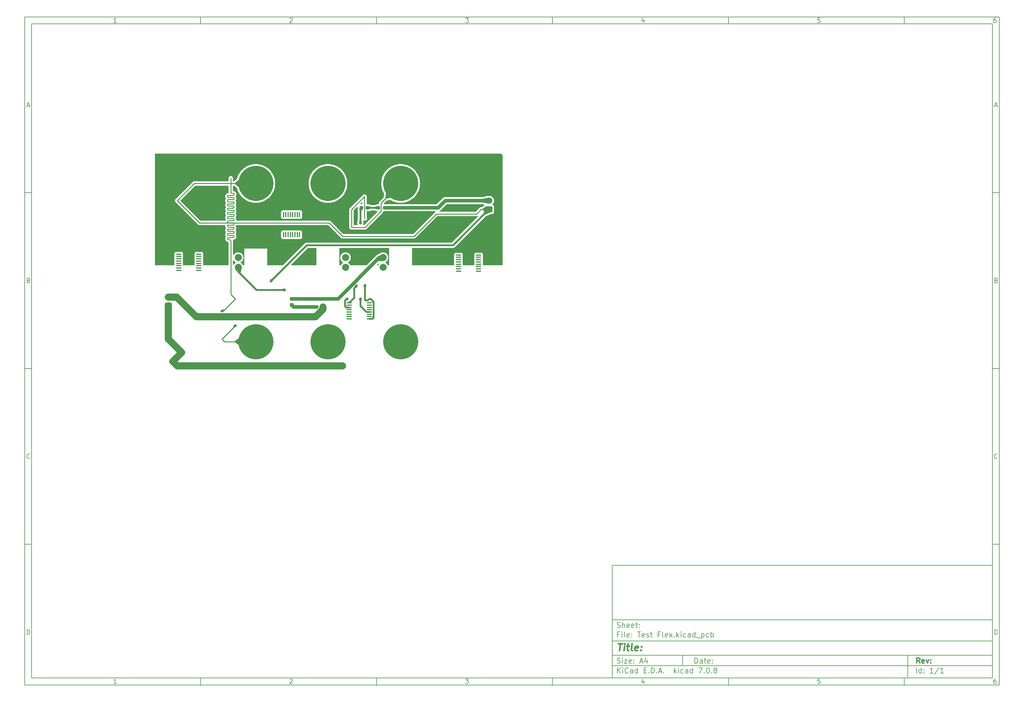
<source format=gbr>
%TF.GenerationSoftware,KiCad,Pcbnew,7.0.8*%
%TF.CreationDate,2023-11-08T15:44:53-05:00*%
%TF.ProjectId,Test Flex,54657374-2046-46c6-9578-2e6b69636164,rev?*%
%TF.SameCoordinates,Original*%
%TF.FileFunction,Copper,L1,Top*%
%TF.FilePolarity,Positive*%
%FSLAX46Y46*%
G04 Gerber Fmt 4.6, Leading zero omitted, Abs format (unit mm)*
G04 Created by KiCad (PCBNEW 7.0.8) date 2023-11-08 15:44:53*
%MOMM*%
%LPD*%
G01*
G04 APERTURE LIST*
G04 Aperture macros list*
%AMRoundRect*
0 Rectangle with rounded corners*
0 $1 Rounding radius*
0 $2 $3 $4 $5 $6 $7 $8 $9 X,Y pos of 4 corners*
0 Add a 4 corners polygon primitive as box body*
4,1,4,$2,$3,$4,$5,$6,$7,$8,$9,$2,$3,0*
0 Add four circle primitives for the rounded corners*
1,1,$1+$1,$2,$3*
1,1,$1+$1,$4,$5*
1,1,$1+$1,$6,$7*
1,1,$1+$1,$8,$9*
0 Add four rect primitives between the rounded corners*
20,1,$1+$1,$2,$3,$4,$5,0*
20,1,$1+$1,$4,$5,$6,$7,0*
20,1,$1+$1,$6,$7,$8,$9,0*
20,1,$1+$1,$8,$9,$2,$3,0*%
G04 Aperture macros list end*
%ADD10C,0.100000*%
%ADD11C,0.150000*%
%ADD12C,0.300000*%
%ADD13C,0.400000*%
%TA.AperFunction,ComponentPad*%
%ADD14C,10.000000*%
%TD*%
%TA.AperFunction,ComponentPad*%
%ADD15C,2.000000*%
%TD*%
%TA.AperFunction,SMDPad,CuDef*%
%ADD16RoundRect,0.100000X-0.637500X-0.100000X0.637500X-0.100000X0.637500X0.100000X-0.637500X0.100000X0*%
%TD*%
%TA.AperFunction,SMDPad,CuDef*%
%ADD17RoundRect,0.237500X-0.237500X0.287500X-0.237500X-0.287500X0.237500X-0.287500X0.237500X0.287500X0*%
%TD*%
%TA.AperFunction,SMDPad,CuDef*%
%ADD18RoundRect,0.237500X-0.250000X-0.237500X0.250000X-0.237500X0.250000X0.237500X-0.250000X0.237500X0*%
%TD*%
%TA.AperFunction,ComponentPad*%
%ADD19RoundRect,0.250000X0.750000X-0.600000X0.750000X0.600000X-0.750000X0.600000X-0.750000X-0.600000X0*%
%TD*%
%TA.AperFunction,ComponentPad*%
%ADD20O,2.000000X1.700000*%
%TD*%
%TA.AperFunction,SMDPad,CuDef*%
%ADD21RoundRect,0.237500X-0.287500X-0.237500X0.287500X-0.237500X0.287500X0.237500X-0.287500X0.237500X0*%
%TD*%
%TA.AperFunction,SMDPad,CuDef*%
%ADD22RoundRect,0.100000X0.100000X-0.637500X0.100000X0.637500X-0.100000X0.637500X-0.100000X-0.637500X0*%
%TD*%
%TA.AperFunction,ViaPad*%
%ADD23C,0.800000*%
%TD*%
%TA.AperFunction,Conductor*%
%ADD24C,1.000000*%
%TD*%
%TA.AperFunction,Conductor*%
%ADD25C,0.500000*%
%TD*%
%TA.AperFunction,Conductor*%
%ADD26C,0.250000*%
%TD*%
%TA.AperFunction,Conductor*%
%ADD27C,2.000000*%
%TD*%
G04 APERTURE END LIST*
D10*
D11*
X177002200Y-166007200D02*
X285002200Y-166007200D01*
X285002200Y-198007200D01*
X177002200Y-198007200D01*
X177002200Y-166007200D01*
D10*
D11*
X10000000Y-10000000D02*
X287002200Y-10000000D01*
X287002200Y-200007200D01*
X10000000Y-200007200D01*
X10000000Y-10000000D01*
D10*
D11*
X12000000Y-12000000D02*
X285002200Y-12000000D01*
X285002200Y-198007200D01*
X12000000Y-198007200D01*
X12000000Y-12000000D01*
D10*
D11*
X60000000Y-12000000D02*
X60000000Y-10000000D01*
D10*
D11*
X110000000Y-12000000D02*
X110000000Y-10000000D01*
D10*
D11*
X160000000Y-12000000D02*
X160000000Y-10000000D01*
D10*
D11*
X210000000Y-12000000D02*
X210000000Y-10000000D01*
D10*
D11*
X260000000Y-12000000D02*
X260000000Y-10000000D01*
D10*
D11*
X36089160Y-11593604D02*
X35346303Y-11593604D01*
X35717731Y-11593604D02*
X35717731Y-10293604D01*
X35717731Y-10293604D02*
X35593922Y-10479319D01*
X35593922Y-10479319D02*
X35470112Y-10603128D01*
X35470112Y-10603128D02*
X35346303Y-10665033D01*
D10*
D11*
X85346303Y-10417414D02*
X85408207Y-10355509D01*
X85408207Y-10355509D02*
X85532017Y-10293604D01*
X85532017Y-10293604D02*
X85841541Y-10293604D01*
X85841541Y-10293604D02*
X85965350Y-10355509D01*
X85965350Y-10355509D02*
X86027255Y-10417414D01*
X86027255Y-10417414D02*
X86089160Y-10541223D01*
X86089160Y-10541223D02*
X86089160Y-10665033D01*
X86089160Y-10665033D02*
X86027255Y-10850747D01*
X86027255Y-10850747D02*
X85284398Y-11593604D01*
X85284398Y-11593604D02*
X86089160Y-11593604D01*
D10*
D11*
X135284398Y-10293604D02*
X136089160Y-10293604D01*
X136089160Y-10293604D02*
X135655826Y-10788842D01*
X135655826Y-10788842D02*
X135841541Y-10788842D01*
X135841541Y-10788842D02*
X135965350Y-10850747D01*
X135965350Y-10850747D02*
X136027255Y-10912652D01*
X136027255Y-10912652D02*
X136089160Y-11036461D01*
X136089160Y-11036461D02*
X136089160Y-11345985D01*
X136089160Y-11345985D02*
X136027255Y-11469795D01*
X136027255Y-11469795D02*
X135965350Y-11531700D01*
X135965350Y-11531700D02*
X135841541Y-11593604D01*
X135841541Y-11593604D02*
X135470112Y-11593604D01*
X135470112Y-11593604D02*
X135346303Y-11531700D01*
X135346303Y-11531700D02*
X135284398Y-11469795D01*
D10*
D11*
X185965350Y-10726938D02*
X185965350Y-11593604D01*
X185655826Y-10231700D02*
X185346303Y-11160271D01*
X185346303Y-11160271D02*
X186151064Y-11160271D01*
D10*
D11*
X236027255Y-10293604D02*
X235408207Y-10293604D01*
X235408207Y-10293604D02*
X235346303Y-10912652D01*
X235346303Y-10912652D02*
X235408207Y-10850747D01*
X235408207Y-10850747D02*
X235532017Y-10788842D01*
X235532017Y-10788842D02*
X235841541Y-10788842D01*
X235841541Y-10788842D02*
X235965350Y-10850747D01*
X235965350Y-10850747D02*
X236027255Y-10912652D01*
X236027255Y-10912652D02*
X236089160Y-11036461D01*
X236089160Y-11036461D02*
X236089160Y-11345985D01*
X236089160Y-11345985D02*
X236027255Y-11469795D01*
X236027255Y-11469795D02*
X235965350Y-11531700D01*
X235965350Y-11531700D02*
X235841541Y-11593604D01*
X235841541Y-11593604D02*
X235532017Y-11593604D01*
X235532017Y-11593604D02*
X235408207Y-11531700D01*
X235408207Y-11531700D02*
X235346303Y-11469795D01*
D10*
D11*
X285965350Y-10293604D02*
X285717731Y-10293604D01*
X285717731Y-10293604D02*
X285593922Y-10355509D01*
X285593922Y-10355509D02*
X285532017Y-10417414D01*
X285532017Y-10417414D02*
X285408207Y-10603128D01*
X285408207Y-10603128D02*
X285346303Y-10850747D01*
X285346303Y-10850747D02*
X285346303Y-11345985D01*
X285346303Y-11345985D02*
X285408207Y-11469795D01*
X285408207Y-11469795D02*
X285470112Y-11531700D01*
X285470112Y-11531700D02*
X285593922Y-11593604D01*
X285593922Y-11593604D02*
X285841541Y-11593604D01*
X285841541Y-11593604D02*
X285965350Y-11531700D01*
X285965350Y-11531700D02*
X286027255Y-11469795D01*
X286027255Y-11469795D02*
X286089160Y-11345985D01*
X286089160Y-11345985D02*
X286089160Y-11036461D01*
X286089160Y-11036461D02*
X286027255Y-10912652D01*
X286027255Y-10912652D02*
X285965350Y-10850747D01*
X285965350Y-10850747D02*
X285841541Y-10788842D01*
X285841541Y-10788842D02*
X285593922Y-10788842D01*
X285593922Y-10788842D02*
X285470112Y-10850747D01*
X285470112Y-10850747D02*
X285408207Y-10912652D01*
X285408207Y-10912652D02*
X285346303Y-11036461D01*
D10*
D11*
X60000000Y-198007200D02*
X60000000Y-200007200D01*
D10*
D11*
X110000000Y-198007200D02*
X110000000Y-200007200D01*
D10*
D11*
X160000000Y-198007200D02*
X160000000Y-200007200D01*
D10*
D11*
X210000000Y-198007200D02*
X210000000Y-200007200D01*
D10*
D11*
X260000000Y-198007200D02*
X260000000Y-200007200D01*
D10*
D11*
X36089160Y-199600804D02*
X35346303Y-199600804D01*
X35717731Y-199600804D02*
X35717731Y-198300804D01*
X35717731Y-198300804D02*
X35593922Y-198486519D01*
X35593922Y-198486519D02*
X35470112Y-198610328D01*
X35470112Y-198610328D02*
X35346303Y-198672233D01*
D10*
D11*
X85346303Y-198424614D02*
X85408207Y-198362709D01*
X85408207Y-198362709D02*
X85532017Y-198300804D01*
X85532017Y-198300804D02*
X85841541Y-198300804D01*
X85841541Y-198300804D02*
X85965350Y-198362709D01*
X85965350Y-198362709D02*
X86027255Y-198424614D01*
X86027255Y-198424614D02*
X86089160Y-198548423D01*
X86089160Y-198548423D02*
X86089160Y-198672233D01*
X86089160Y-198672233D02*
X86027255Y-198857947D01*
X86027255Y-198857947D02*
X85284398Y-199600804D01*
X85284398Y-199600804D02*
X86089160Y-199600804D01*
D10*
D11*
X135284398Y-198300804D02*
X136089160Y-198300804D01*
X136089160Y-198300804D02*
X135655826Y-198796042D01*
X135655826Y-198796042D02*
X135841541Y-198796042D01*
X135841541Y-198796042D02*
X135965350Y-198857947D01*
X135965350Y-198857947D02*
X136027255Y-198919852D01*
X136027255Y-198919852D02*
X136089160Y-199043661D01*
X136089160Y-199043661D02*
X136089160Y-199353185D01*
X136089160Y-199353185D02*
X136027255Y-199476995D01*
X136027255Y-199476995D02*
X135965350Y-199538900D01*
X135965350Y-199538900D02*
X135841541Y-199600804D01*
X135841541Y-199600804D02*
X135470112Y-199600804D01*
X135470112Y-199600804D02*
X135346303Y-199538900D01*
X135346303Y-199538900D02*
X135284398Y-199476995D01*
D10*
D11*
X185965350Y-198734138D02*
X185965350Y-199600804D01*
X185655826Y-198238900D02*
X185346303Y-199167471D01*
X185346303Y-199167471D02*
X186151064Y-199167471D01*
D10*
D11*
X236027255Y-198300804D02*
X235408207Y-198300804D01*
X235408207Y-198300804D02*
X235346303Y-198919852D01*
X235346303Y-198919852D02*
X235408207Y-198857947D01*
X235408207Y-198857947D02*
X235532017Y-198796042D01*
X235532017Y-198796042D02*
X235841541Y-198796042D01*
X235841541Y-198796042D02*
X235965350Y-198857947D01*
X235965350Y-198857947D02*
X236027255Y-198919852D01*
X236027255Y-198919852D02*
X236089160Y-199043661D01*
X236089160Y-199043661D02*
X236089160Y-199353185D01*
X236089160Y-199353185D02*
X236027255Y-199476995D01*
X236027255Y-199476995D02*
X235965350Y-199538900D01*
X235965350Y-199538900D02*
X235841541Y-199600804D01*
X235841541Y-199600804D02*
X235532017Y-199600804D01*
X235532017Y-199600804D02*
X235408207Y-199538900D01*
X235408207Y-199538900D02*
X235346303Y-199476995D01*
D10*
D11*
X285965350Y-198300804D02*
X285717731Y-198300804D01*
X285717731Y-198300804D02*
X285593922Y-198362709D01*
X285593922Y-198362709D02*
X285532017Y-198424614D01*
X285532017Y-198424614D02*
X285408207Y-198610328D01*
X285408207Y-198610328D02*
X285346303Y-198857947D01*
X285346303Y-198857947D02*
X285346303Y-199353185D01*
X285346303Y-199353185D02*
X285408207Y-199476995D01*
X285408207Y-199476995D02*
X285470112Y-199538900D01*
X285470112Y-199538900D02*
X285593922Y-199600804D01*
X285593922Y-199600804D02*
X285841541Y-199600804D01*
X285841541Y-199600804D02*
X285965350Y-199538900D01*
X285965350Y-199538900D02*
X286027255Y-199476995D01*
X286027255Y-199476995D02*
X286089160Y-199353185D01*
X286089160Y-199353185D02*
X286089160Y-199043661D01*
X286089160Y-199043661D02*
X286027255Y-198919852D01*
X286027255Y-198919852D02*
X285965350Y-198857947D01*
X285965350Y-198857947D02*
X285841541Y-198796042D01*
X285841541Y-198796042D02*
X285593922Y-198796042D01*
X285593922Y-198796042D02*
X285470112Y-198857947D01*
X285470112Y-198857947D02*
X285408207Y-198919852D01*
X285408207Y-198919852D02*
X285346303Y-199043661D01*
D10*
D11*
X10000000Y-60000000D02*
X12000000Y-60000000D01*
D10*
D11*
X10000000Y-110000000D02*
X12000000Y-110000000D01*
D10*
D11*
X10000000Y-160000000D02*
X12000000Y-160000000D01*
D10*
D11*
X10690476Y-35222176D02*
X11309523Y-35222176D01*
X10566666Y-35593604D02*
X10999999Y-34293604D01*
X10999999Y-34293604D02*
X11433333Y-35593604D01*
D10*
D11*
X11092857Y-84912652D02*
X11278571Y-84974557D01*
X11278571Y-84974557D02*
X11340476Y-85036461D01*
X11340476Y-85036461D02*
X11402380Y-85160271D01*
X11402380Y-85160271D02*
X11402380Y-85345985D01*
X11402380Y-85345985D02*
X11340476Y-85469795D01*
X11340476Y-85469795D02*
X11278571Y-85531700D01*
X11278571Y-85531700D02*
X11154761Y-85593604D01*
X11154761Y-85593604D02*
X10659523Y-85593604D01*
X10659523Y-85593604D02*
X10659523Y-84293604D01*
X10659523Y-84293604D02*
X11092857Y-84293604D01*
X11092857Y-84293604D02*
X11216666Y-84355509D01*
X11216666Y-84355509D02*
X11278571Y-84417414D01*
X11278571Y-84417414D02*
X11340476Y-84541223D01*
X11340476Y-84541223D02*
X11340476Y-84665033D01*
X11340476Y-84665033D02*
X11278571Y-84788842D01*
X11278571Y-84788842D02*
X11216666Y-84850747D01*
X11216666Y-84850747D02*
X11092857Y-84912652D01*
X11092857Y-84912652D02*
X10659523Y-84912652D01*
D10*
D11*
X11402380Y-135469795D02*
X11340476Y-135531700D01*
X11340476Y-135531700D02*
X11154761Y-135593604D01*
X11154761Y-135593604D02*
X11030952Y-135593604D01*
X11030952Y-135593604D02*
X10845238Y-135531700D01*
X10845238Y-135531700D02*
X10721428Y-135407890D01*
X10721428Y-135407890D02*
X10659523Y-135284080D01*
X10659523Y-135284080D02*
X10597619Y-135036461D01*
X10597619Y-135036461D02*
X10597619Y-134850747D01*
X10597619Y-134850747D02*
X10659523Y-134603128D01*
X10659523Y-134603128D02*
X10721428Y-134479319D01*
X10721428Y-134479319D02*
X10845238Y-134355509D01*
X10845238Y-134355509D02*
X11030952Y-134293604D01*
X11030952Y-134293604D02*
X11154761Y-134293604D01*
X11154761Y-134293604D02*
X11340476Y-134355509D01*
X11340476Y-134355509D02*
X11402380Y-134417414D01*
D10*
D11*
X10659523Y-185593604D02*
X10659523Y-184293604D01*
X10659523Y-184293604D02*
X10969047Y-184293604D01*
X10969047Y-184293604D02*
X11154761Y-184355509D01*
X11154761Y-184355509D02*
X11278571Y-184479319D01*
X11278571Y-184479319D02*
X11340476Y-184603128D01*
X11340476Y-184603128D02*
X11402380Y-184850747D01*
X11402380Y-184850747D02*
X11402380Y-185036461D01*
X11402380Y-185036461D02*
X11340476Y-185284080D01*
X11340476Y-185284080D02*
X11278571Y-185407890D01*
X11278571Y-185407890D02*
X11154761Y-185531700D01*
X11154761Y-185531700D02*
X10969047Y-185593604D01*
X10969047Y-185593604D02*
X10659523Y-185593604D01*
D10*
D11*
X287002200Y-60000000D02*
X285002200Y-60000000D01*
D10*
D11*
X287002200Y-110000000D02*
X285002200Y-110000000D01*
D10*
D11*
X287002200Y-160000000D02*
X285002200Y-160000000D01*
D10*
D11*
X285692676Y-35222176D02*
X286311723Y-35222176D01*
X285568866Y-35593604D02*
X286002199Y-34293604D01*
X286002199Y-34293604D02*
X286435533Y-35593604D01*
D10*
D11*
X286095057Y-84912652D02*
X286280771Y-84974557D01*
X286280771Y-84974557D02*
X286342676Y-85036461D01*
X286342676Y-85036461D02*
X286404580Y-85160271D01*
X286404580Y-85160271D02*
X286404580Y-85345985D01*
X286404580Y-85345985D02*
X286342676Y-85469795D01*
X286342676Y-85469795D02*
X286280771Y-85531700D01*
X286280771Y-85531700D02*
X286156961Y-85593604D01*
X286156961Y-85593604D02*
X285661723Y-85593604D01*
X285661723Y-85593604D02*
X285661723Y-84293604D01*
X285661723Y-84293604D02*
X286095057Y-84293604D01*
X286095057Y-84293604D02*
X286218866Y-84355509D01*
X286218866Y-84355509D02*
X286280771Y-84417414D01*
X286280771Y-84417414D02*
X286342676Y-84541223D01*
X286342676Y-84541223D02*
X286342676Y-84665033D01*
X286342676Y-84665033D02*
X286280771Y-84788842D01*
X286280771Y-84788842D02*
X286218866Y-84850747D01*
X286218866Y-84850747D02*
X286095057Y-84912652D01*
X286095057Y-84912652D02*
X285661723Y-84912652D01*
D10*
D11*
X286404580Y-135469795D02*
X286342676Y-135531700D01*
X286342676Y-135531700D02*
X286156961Y-135593604D01*
X286156961Y-135593604D02*
X286033152Y-135593604D01*
X286033152Y-135593604D02*
X285847438Y-135531700D01*
X285847438Y-135531700D02*
X285723628Y-135407890D01*
X285723628Y-135407890D02*
X285661723Y-135284080D01*
X285661723Y-135284080D02*
X285599819Y-135036461D01*
X285599819Y-135036461D02*
X285599819Y-134850747D01*
X285599819Y-134850747D02*
X285661723Y-134603128D01*
X285661723Y-134603128D02*
X285723628Y-134479319D01*
X285723628Y-134479319D02*
X285847438Y-134355509D01*
X285847438Y-134355509D02*
X286033152Y-134293604D01*
X286033152Y-134293604D02*
X286156961Y-134293604D01*
X286156961Y-134293604D02*
X286342676Y-134355509D01*
X286342676Y-134355509D02*
X286404580Y-134417414D01*
D10*
D11*
X285661723Y-185593604D02*
X285661723Y-184293604D01*
X285661723Y-184293604D02*
X285971247Y-184293604D01*
X285971247Y-184293604D02*
X286156961Y-184355509D01*
X286156961Y-184355509D02*
X286280771Y-184479319D01*
X286280771Y-184479319D02*
X286342676Y-184603128D01*
X286342676Y-184603128D02*
X286404580Y-184850747D01*
X286404580Y-184850747D02*
X286404580Y-185036461D01*
X286404580Y-185036461D02*
X286342676Y-185284080D01*
X286342676Y-185284080D02*
X286280771Y-185407890D01*
X286280771Y-185407890D02*
X286156961Y-185531700D01*
X286156961Y-185531700D02*
X285971247Y-185593604D01*
X285971247Y-185593604D02*
X285661723Y-185593604D01*
D10*
D11*
X200458026Y-193793328D02*
X200458026Y-192293328D01*
X200458026Y-192293328D02*
X200815169Y-192293328D01*
X200815169Y-192293328D02*
X201029455Y-192364757D01*
X201029455Y-192364757D02*
X201172312Y-192507614D01*
X201172312Y-192507614D02*
X201243741Y-192650471D01*
X201243741Y-192650471D02*
X201315169Y-192936185D01*
X201315169Y-192936185D02*
X201315169Y-193150471D01*
X201315169Y-193150471D02*
X201243741Y-193436185D01*
X201243741Y-193436185D02*
X201172312Y-193579042D01*
X201172312Y-193579042D02*
X201029455Y-193721900D01*
X201029455Y-193721900D02*
X200815169Y-193793328D01*
X200815169Y-193793328D02*
X200458026Y-193793328D01*
X202600884Y-193793328D02*
X202600884Y-193007614D01*
X202600884Y-193007614D02*
X202529455Y-192864757D01*
X202529455Y-192864757D02*
X202386598Y-192793328D01*
X202386598Y-192793328D02*
X202100884Y-192793328D01*
X202100884Y-192793328D02*
X201958026Y-192864757D01*
X202600884Y-193721900D02*
X202458026Y-193793328D01*
X202458026Y-193793328D02*
X202100884Y-193793328D01*
X202100884Y-193793328D02*
X201958026Y-193721900D01*
X201958026Y-193721900D02*
X201886598Y-193579042D01*
X201886598Y-193579042D02*
X201886598Y-193436185D01*
X201886598Y-193436185D02*
X201958026Y-193293328D01*
X201958026Y-193293328D02*
X202100884Y-193221900D01*
X202100884Y-193221900D02*
X202458026Y-193221900D01*
X202458026Y-193221900D02*
X202600884Y-193150471D01*
X203100884Y-192793328D02*
X203672312Y-192793328D01*
X203315169Y-192293328D02*
X203315169Y-193579042D01*
X203315169Y-193579042D02*
X203386598Y-193721900D01*
X203386598Y-193721900D02*
X203529455Y-193793328D01*
X203529455Y-193793328D02*
X203672312Y-193793328D01*
X204743741Y-193721900D02*
X204600884Y-193793328D01*
X204600884Y-193793328D02*
X204315170Y-193793328D01*
X204315170Y-193793328D02*
X204172312Y-193721900D01*
X204172312Y-193721900D02*
X204100884Y-193579042D01*
X204100884Y-193579042D02*
X204100884Y-193007614D01*
X204100884Y-193007614D02*
X204172312Y-192864757D01*
X204172312Y-192864757D02*
X204315170Y-192793328D01*
X204315170Y-192793328D02*
X204600884Y-192793328D01*
X204600884Y-192793328D02*
X204743741Y-192864757D01*
X204743741Y-192864757D02*
X204815170Y-193007614D01*
X204815170Y-193007614D02*
X204815170Y-193150471D01*
X204815170Y-193150471D02*
X204100884Y-193293328D01*
X205458026Y-193650471D02*
X205529455Y-193721900D01*
X205529455Y-193721900D02*
X205458026Y-193793328D01*
X205458026Y-193793328D02*
X205386598Y-193721900D01*
X205386598Y-193721900D02*
X205458026Y-193650471D01*
X205458026Y-193650471D02*
X205458026Y-193793328D01*
X205458026Y-192864757D02*
X205529455Y-192936185D01*
X205529455Y-192936185D02*
X205458026Y-193007614D01*
X205458026Y-193007614D02*
X205386598Y-192936185D01*
X205386598Y-192936185D02*
X205458026Y-192864757D01*
X205458026Y-192864757D02*
X205458026Y-193007614D01*
D10*
D11*
X177002200Y-194507200D02*
X285002200Y-194507200D01*
D10*
D11*
X178458026Y-196593328D02*
X178458026Y-195093328D01*
X179315169Y-196593328D02*
X178672312Y-195736185D01*
X179315169Y-195093328D02*
X178458026Y-195950471D01*
X179958026Y-196593328D02*
X179958026Y-195593328D01*
X179958026Y-195093328D02*
X179886598Y-195164757D01*
X179886598Y-195164757D02*
X179958026Y-195236185D01*
X179958026Y-195236185D02*
X180029455Y-195164757D01*
X180029455Y-195164757D02*
X179958026Y-195093328D01*
X179958026Y-195093328D02*
X179958026Y-195236185D01*
X181529455Y-196450471D02*
X181458027Y-196521900D01*
X181458027Y-196521900D02*
X181243741Y-196593328D01*
X181243741Y-196593328D02*
X181100884Y-196593328D01*
X181100884Y-196593328D02*
X180886598Y-196521900D01*
X180886598Y-196521900D02*
X180743741Y-196379042D01*
X180743741Y-196379042D02*
X180672312Y-196236185D01*
X180672312Y-196236185D02*
X180600884Y-195950471D01*
X180600884Y-195950471D02*
X180600884Y-195736185D01*
X180600884Y-195736185D02*
X180672312Y-195450471D01*
X180672312Y-195450471D02*
X180743741Y-195307614D01*
X180743741Y-195307614D02*
X180886598Y-195164757D01*
X180886598Y-195164757D02*
X181100884Y-195093328D01*
X181100884Y-195093328D02*
X181243741Y-195093328D01*
X181243741Y-195093328D02*
X181458027Y-195164757D01*
X181458027Y-195164757D02*
X181529455Y-195236185D01*
X182815170Y-196593328D02*
X182815170Y-195807614D01*
X182815170Y-195807614D02*
X182743741Y-195664757D01*
X182743741Y-195664757D02*
X182600884Y-195593328D01*
X182600884Y-195593328D02*
X182315170Y-195593328D01*
X182315170Y-195593328D02*
X182172312Y-195664757D01*
X182815170Y-196521900D02*
X182672312Y-196593328D01*
X182672312Y-196593328D02*
X182315170Y-196593328D01*
X182315170Y-196593328D02*
X182172312Y-196521900D01*
X182172312Y-196521900D02*
X182100884Y-196379042D01*
X182100884Y-196379042D02*
X182100884Y-196236185D01*
X182100884Y-196236185D02*
X182172312Y-196093328D01*
X182172312Y-196093328D02*
X182315170Y-196021900D01*
X182315170Y-196021900D02*
X182672312Y-196021900D01*
X182672312Y-196021900D02*
X182815170Y-195950471D01*
X184172313Y-196593328D02*
X184172313Y-195093328D01*
X184172313Y-196521900D02*
X184029455Y-196593328D01*
X184029455Y-196593328D02*
X183743741Y-196593328D01*
X183743741Y-196593328D02*
X183600884Y-196521900D01*
X183600884Y-196521900D02*
X183529455Y-196450471D01*
X183529455Y-196450471D02*
X183458027Y-196307614D01*
X183458027Y-196307614D02*
X183458027Y-195879042D01*
X183458027Y-195879042D02*
X183529455Y-195736185D01*
X183529455Y-195736185D02*
X183600884Y-195664757D01*
X183600884Y-195664757D02*
X183743741Y-195593328D01*
X183743741Y-195593328D02*
X184029455Y-195593328D01*
X184029455Y-195593328D02*
X184172313Y-195664757D01*
X186029455Y-195807614D02*
X186529455Y-195807614D01*
X186743741Y-196593328D02*
X186029455Y-196593328D01*
X186029455Y-196593328D02*
X186029455Y-195093328D01*
X186029455Y-195093328D02*
X186743741Y-195093328D01*
X187386598Y-196450471D02*
X187458027Y-196521900D01*
X187458027Y-196521900D02*
X187386598Y-196593328D01*
X187386598Y-196593328D02*
X187315170Y-196521900D01*
X187315170Y-196521900D02*
X187386598Y-196450471D01*
X187386598Y-196450471D02*
X187386598Y-196593328D01*
X188100884Y-196593328D02*
X188100884Y-195093328D01*
X188100884Y-195093328D02*
X188458027Y-195093328D01*
X188458027Y-195093328D02*
X188672313Y-195164757D01*
X188672313Y-195164757D02*
X188815170Y-195307614D01*
X188815170Y-195307614D02*
X188886599Y-195450471D01*
X188886599Y-195450471D02*
X188958027Y-195736185D01*
X188958027Y-195736185D02*
X188958027Y-195950471D01*
X188958027Y-195950471D02*
X188886599Y-196236185D01*
X188886599Y-196236185D02*
X188815170Y-196379042D01*
X188815170Y-196379042D02*
X188672313Y-196521900D01*
X188672313Y-196521900D02*
X188458027Y-196593328D01*
X188458027Y-196593328D02*
X188100884Y-196593328D01*
X189600884Y-196450471D02*
X189672313Y-196521900D01*
X189672313Y-196521900D02*
X189600884Y-196593328D01*
X189600884Y-196593328D02*
X189529456Y-196521900D01*
X189529456Y-196521900D02*
X189600884Y-196450471D01*
X189600884Y-196450471D02*
X189600884Y-196593328D01*
X190243742Y-196164757D02*
X190958028Y-196164757D01*
X190100885Y-196593328D02*
X190600885Y-195093328D01*
X190600885Y-195093328D02*
X191100885Y-196593328D01*
X191600884Y-196450471D02*
X191672313Y-196521900D01*
X191672313Y-196521900D02*
X191600884Y-196593328D01*
X191600884Y-196593328D02*
X191529456Y-196521900D01*
X191529456Y-196521900D02*
X191600884Y-196450471D01*
X191600884Y-196450471D02*
X191600884Y-196593328D01*
X194600884Y-196593328D02*
X194600884Y-195093328D01*
X194743742Y-196021900D02*
X195172313Y-196593328D01*
X195172313Y-195593328D02*
X194600884Y-196164757D01*
X195815170Y-196593328D02*
X195815170Y-195593328D01*
X195815170Y-195093328D02*
X195743742Y-195164757D01*
X195743742Y-195164757D02*
X195815170Y-195236185D01*
X195815170Y-195236185D02*
X195886599Y-195164757D01*
X195886599Y-195164757D02*
X195815170Y-195093328D01*
X195815170Y-195093328D02*
X195815170Y-195236185D01*
X197172314Y-196521900D02*
X197029456Y-196593328D01*
X197029456Y-196593328D02*
X196743742Y-196593328D01*
X196743742Y-196593328D02*
X196600885Y-196521900D01*
X196600885Y-196521900D02*
X196529456Y-196450471D01*
X196529456Y-196450471D02*
X196458028Y-196307614D01*
X196458028Y-196307614D02*
X196458028Y-195879042D01*
X196458028Y-195879042D02*
X196529456Y-195736185D01*
X196529456Y-195736185D02*
X196600885Y-195664757D01*
X196600885Y-195664757D02*
X196743742Y-195593328D01*
X196743742Y-195593328D02*
X197029456Y-195593328D01*
X197029456Y-195593328D02*
X197172314Y-195664757D01*
X198458028Y-196593328D02*
X198458028Y-195807614D01*
X198458028Y-195807614D02*
X198386599Y-195664757D01*
X198386599Y-195664757D02*
X198243742Y-195593328D01*
X198243742Y-195593328D02*
X197958028Y-195593328D01*
X197958028Y-195593328D02*
X197815170Y-195664757D01*
X198458028Y-196521900D02*
X198315170Y-196593328D01*
X198315170Y-196593328D02*
X197958028Y-196593328D01*
X197958028Y-196593328D02*
X197815170Y-196521900D01*
X197815170Y-196521900D02*
X197743742Y-196379042D01*
X197743742Y-196379042D02*
X197743742Y-196236185D01*
X197743742Y-196236185D02*
X197815170Y-196093328D01*
X197815170Y-196093328D02*
X197958028Y-196021900D01*
X197958028Y-196021900D02*
X198315170Y-196021900D01*
X198315170Y-196021900D02*
X198458028Y-195950471D01*
X199815171Y-196593328D02*
X199815171Y-195093328D01*
X199815171Y-196521900D02*
X199672313Y-196593328D01*
X199672313Y-196593328D02*
X199386599Y-196593328D01*
X199386599Y-196593328D02*
X199243742Y-196521900D01*
X199243742Y-196521900D02*
X199172313Y-196450471D01*
X199172313Y-196450471D02*
X199100885Y-196307614D01*
X199100885Y-196307614D02*
X199100885Y-195879042D01*
X199100885Y-195879042D02*
X199172313Y-195736185D01*
X199172313Y-195736185D02*
X199243742Y-195664757D01*
X199243742Y-195664757D02*
X199386599Y-195593328D01*
X199386599Y-195593328D02*
X199672313Y-195593328D01*
X199672313Y-195593328D02*
X199815171Y-195664757D01*
X201529456Y-195093328D02*
X202529456Y-195093328D01*
X202529456Y-195093328D02*
X201886599Y-196593328D01*
X203100884Y-196450471D02*
X203172313Y-196521900D01*
X203172313Y-196521900D02*
X203100884Y-196593328D01*
X203100884Y-196593328D02*
X203029456Y-196521900D01*
X203029456Y-196521900D02*
X203100884Y-196450471D01*
X203100884Y-196450471D02*
X203100884Y-196593328D01*
X204100885Y-195093328D02*
X204243742Y-195093328D01*
X204243742Y-195093328D02*
X204386599Y-195164757D01*
X204386599Y-195164757D02*
X204458028Y-195236185D01*
X204458028Y-195236185D02*
X204529456Y-195379042D01*
X204529456Y-195379042D02*
X204600885Y-195664757D01*
X204600885Y-195664757D02*
X204600885Y-196021900D01*
X204600885Y-196021900D02*
X204529456Y-196307614D01*
X204529456Y-196307614D02*
X204458028Y-196450471D01*
X204458028Y-196450471D02*
X204386599Y-196521900D01*
X204386599Y-196521900D02*
X204243742Y-196593328D01*
X204243742Y-196593328D02*
X204100885Y-196593328D01*
X204100885Y-196593328D02*
X203958028Y-196521900D01*
X203958028Y-196521900D02*
X203886599Y-196450471D01*
X203886599Y-196450471D02*
X203815170Y-196307614D01*
X203815170Y-196307614D02*
X203743742Y-196021900D01*
X203743742Y-196021900D02*
X203743742Y-195664757D01*
X203743742Y-195664757D02*
X203815170Y-195379042D01*
X203815170Y-195379042D02*
X203886599Y-195236185D01*
X203886599Y-195236185D02*
X203958028Y-195164757D01*
X203958028Y-195164757D02*
X204100885Y-195093328D01*
X205243741Y-196450471D02*
X205315170Y-196521900D01*
X205315170Y-196521900D02*
X205243741Y-196593328D01*
X205243741Y-196593328D02*
X205172313Y-196521900D01*
X205172313Y-196521900D02*
X205243741Y-196450471D01*
X205243741Y-196450471D02*
X205243741Y-196593328D01*
X206172313Y-195736185D02*
X206029456Y-195664757D01*
X206029456Y-195664757D02*
X205958027Y-195593328D01*
X205958027Y-195593328D02*
X205886599Y-195450471D01*
X205886599Y-195450471D02*
X205886599Y-195379042D01*
X205886599Y-195379042D02*
X205958027Y-195236185D01*
X205958027Y-195236185D02*
X206029456Y-195164757D01*
X206029456Y-195164757D02*
X206172313Y-195093328D01*
X206172313Y-195093328D02*
X206458027Y-195093328D01*
X206458027Y-195093328D02*
X206600885Y-195164757D01*
X206600885Y-195164757D02*
X206672313Y-195236185D01*
X206672313Y-195236185D02*
X206743742Y-195379042D01*
X206743742Y-195379042D02*
X206743742Y-195450471D01*
X206743742Y-195450471D02*
X206672313Y-195593328D01*
X206672313Y-195593328D02*
X206600885Y-195664757D01*
X206600885Y-195664757D02*
X206458027Y-195736185D01*
X206458027Y-195736185D02*
X206172313Y-195736185D01*
X206172313Y-195736185D02*
X206029456Y-195807614D01*
X206029456Y-195807614D02*
X205958027Y-195879042D01*
X205958027Y-195879042D02*
X205886599Y-196021900D01*
X205886599Y-196021900D02*
X205886599Y-196307614D01*
X205886599Y-196307614D02*
X205958027Y-196450471D01*
X205958027Y-196450471D02*
X206029456Y-196521900D01*
X206029456Y-196521900D02*
X206172313Y-196593328D01*
X206172313Y-196593328D02*
X206458027Y-196593328D01*
X206458027Y-196593328D02*
X206600885Y-196521900D01*
X206600885Y-196521900D02*
X206672313Y-196450471D01*
X206672313Y-196450471D02*
X206743742Y-196307614D01*
X206743742Y-196307614D02*
X206743742Y-196021900D01*
X206743742Y-196021900D02*
X206672313Y-195879042D01*
X206672313Y-195879042D02*
X206600885Y-195807614D01*
X206600885Y-195807614D02*
X206458027Y-195736185D01*
D10*
D11*
X177002200Y-191507200D02*
X285002200Y-191507200D01*
D10*
D12*
X264413853Y-193785528D02*
X263913853Y-193071242D01*
X263556710Y-193785528D02*
X263556710Y-192285528D01*
X263556710Y-192285528D02*
X264128139Y-192285528D01*
X264128139Y-192285528D02*
X264270996Y-192356957D01*
X264270996Y-192356957D02*
X264342425Y-192428385D01*
X264342425Y-192428385D02*
X264413853Y-192571242D01*
X264413853Y-192571242D02*
X264413853Y-192785528D01*
X264413853Y-192785528D02*
X264342425Y-192928385D01*
X264342425Y-192928385D02*
X264270996Y-192999814D01*
X264270996Y-192999814D02*
X264128139Y-193071242D01*
X264128139Y-193071242D02*
X263556710Y-193071242D01*
X265628139Y-193714100D02*
X265485282Y-193785528D01*
X265485282Y-193785528D02*
X265199568Y-193785528D01*
X265199568Y-193785528D02*
X265056710Y-193714100D01*
X265056710Y-193714100D02*
X264985282Y-193571242D01*
X264985282Y-193571242D02*
X264985282Y-192999814D01*
X264985282Y-192999814D02*
X265056710Y-192856957D01*
X265056710Y-192856957D02*
X265199568Y-192785528D01*
X265199568Y-192785528D02*
X265485282Y-192785528D01*
X265485282Y-192785528D02*
X265628139Y-192856957D01*
X265628139Y-192856957D02*
X265699568Y-192999814D01*
X265699568Y-192999814D02*
X265699568Y-193142671D01*
X265699568Y-193142671D02*
X264985282Y-193285528D01*
X266199567Y-192785528D02*
X266556710Y-193785528D01*
X266556710Y-193785528D02*
X266913853Y-192785528D01*
X267485281Y-193642671D02*
X267556710Y-193714100D01*
X267556710Y-193714100D02*
X267485281Y-193785528D01*
X267485281Y-193785528D02*
X267413853Y-193714100D01*
X267413853Y-193714100D02*
X267485281Y-193642671D01*
X267485281Y-193642671D02*
X267485281Y-193785528D01*
X267485281Y-192856957D02*
X267556710Y-192928385D01*
X267556710Y-192928385D02*
X267485281Y-192999814D01*
X267485281Y-192999814D02*
X267413853Y-192928385D01*
X267413853Y-192928385D02*
X267485281Y-192856957D01*
X267485281Y-192856957D02*
X267485281Y-192999814D01*
D10*
D11*
X178386598Y-193721900D02*
X178600884Y-193793328D01*
X178600884Y-193793328D02*
X178958026Y-193793328D01*
X178958026Y-193793328D02*
X179100884Y-193721900D01*
X179100884Y-193721900D02*
X179172312Y-193650471D01*
X179172312Y-193650471D02*
X179243741Y-193507614D01*
X179243741Y-193507614D02*
X179243741Y-193364757D01*
X179243741Y-193364757D02*
X179172312Y-193221900D01*
X179172312Y-193221900D02*
X179100884Y-193150471D01*
X179100884Y-193150471D02*
X178958026Y-193079042D01*
X178958026Y-193079042D02*
X178672312Y-193007614D01*
X178672312Y-193007614D02*
X178529455Y-192936185D01*
X178529455Y-192936185D02*
X178458026Y-192864757D01*
X178458026Y-192864757D02*
X178386598Y-192721900D01*
X178386598Y-192721900D02*
X178386598Y-192579042D01*
X178386598Y-192579042D02*
X178458026Y-192436185D01*
X178458026Y-192436185D02*
X178529455Y-192364757D01*
X178529455Y-192364757D02*
X178672312Y-192293328D01*
X178672312Y-192293328D02*
X179029455Y-192293328D01*
X179029455Y-192293328D02*
X179243741Y-192364757D01*
X179886597Y-193793328D02*
X179886597Y-192793328D01*
X179886597Y-192293328D02*
X179815169Y-192364757D01*
X179815169Y-192364757D02*
X179886597Y-192436185D01*
X179886597Y-192436185D02*
X179958026Y-192364757D01*
X179958026Y-192364757D02*
X179886597Y-192293328D01*
X179886597Y-192293328D02*
X179886597Y-192436185D01*
X180458026Y-192793328D02*
X181243741Y-192793328D01*
X181243741Y-192793328D02*
X180458026Y-193793328D01*
X180458026Y-193793328D02*
X181243741Y-193793328D01*
X182386598Y-193721900D02*
X182243741Y-193793328D01*
X182243741Y-193793328D02*
X181958027Y-193793328D01*
X181958027Y-193793328D02*
X181815169Y-193721900D01*
X181815169Y-193721900D02*
X181743741Y-193579042D01*
X181743741Y-193579042D02*
X181743741Y-193007614D01*
X181743741Y-193007614D02*
X181815169Y-192864757D01*
X181815169Y-192864757D02*
X181958027Y-192793328D01*
X181958027Y-192793328D02*
X182243741Y-192793328D01*
X182243741Y-192793328D02*
X182386598Y-192864757D01*
X182386598Y-192864757D02*
X182458027Y-193007614D01*
X182458027Y-193007614D02*
X182458027Y-193150471D01*
X182458027Y-193150471D02*
X181743741Y-193293328D01*
X183100883Y-193650471D02*
X183172312Y-193721900D01*
X183172312Y-193721900D02*
X183100883Y-193793328D01*
X183100883Y-193793328D02*
X183029455Y-193721900D01*
X183029455Y-193721900D02*
X183100883Y-193650471D01*
X183100883Y-193650471D02*
X183100883Y-193793328D01*
X183100883Y-192864757D02*
X183172312Y-192936185D01*
X183172312Y-192936185D02*
X183100883Y-193007614D01*
X183100883Y-193007614D02*
X183029455Y-192936185D01*
X183029455Y-192936185D02*
X183100883Y-192864757D01*
X183100883Y-192864757D02*
X183100883Y-193007614D01*
X184886598Y-193364757D02*
X185600884Y-193364757D01*
X184743741Y-193793328D02*
X185243741Y-192293328D01*
X185243741Y-192293328D02*
X185743741Y-193793328D01*
X186886598Y-192793328D02*
X186886598Y-193793328D01*
X186529455Y-192221900D02*
X186172312Y-193293328D01*
X186172312Y-193293328D02*
X187100883Y-193293328D01*
D10*
D11*
X263458026Y-196593328D02*
X263458026Y-195093328D01*
X264815170Y-196593328D02*
X264815170Y-195093328D01*
X264815170Y-196521900D02*
X264672312Y-196593328D01*
X264672312Y-196593328D02*
X264386598Y-196593328D01*
X264386598Y-196593328D02*
X264243741Y-196521900D01*
X264243741Y-196521900D02*
X264172312Y-196450471D01*
X264172312Y-196450471D02*
X264100884Y-196307614D01*
X264100884Y-196307614D02*
X264100884Y-195879042D01*
X264100884Y-195879042D02*
X264172312Y-195736185D01*
X264172312Y-195736185D02*
X264243741Y-195664757D01*
X264243741Y-195664757D02*
X264386598Y-195593328D01*
X264386598Y-195593328D02*
X264672312Y-195593328D01*
X264672312Y-195593328D02*
X264815170Y-195664757D01*
X265529455Y-196450471D02*
X265600884Y-196521900D01*
X265600884Y-196521900D02*
X265529455Y-196593328D01*
X265529455Y-196593328D02*
X265458027Y-196521900D01*
X265458027Y-196521900D02*
X265529455Y-196450471D01*
X265529455Y-196450471D02*
X265529455Y-196593328D01*
X265529455Y-195664757D02*
X265600884Y-195736185D01*
X265600884Y-195736185D02*
X265529455Y-195807614D01*
X265529455Y-195807614D02*
X265458027Y-195736185D01*
X265458027Y-195736185D02*
X265529455Y-195664757D01*
X265529455Y-195664757D02*
X265529455Y-195807614D01*
X268172313Y-196593328D02*
X267315170Y-196593328D01*
X267743741Y-196593328D02*
X267743741Y-195093328D01*
X267743741Y-195093328D02*
X267600884Y-195307614D01*
X267600884Y-195307614D02*
X267458027Y-195450471D01*
X267458027Y-195450471D02*
X267315170Y-195521900D01*
X269886598Y-195021900D02*
X268600884Y-196950471D01*
X271172313Y-196593328D02*
X270315170Y-196593328D01*
X270743741Y-196593328D02*
X270743741Y-195093328D01*
X270743741Y-195093328D02*
X270600884Y-195307614D01*
X270600884Y-195307614D02*
X270458027Y-195450471D01*
X270458027Y-195450471D02*
X270315170Y-195521900D01*
D10*
D11*
X177002200Y-187507200D02*
X285002200Y-187507200D01*
D10*
D13*
X178693928Y-188211638D02*
X179836785Y-188211638D01*
X179015357Y-190211638D02*
X179265357Y-188211638D01*
X180253452Y-190211638D02*
X180420119Y-188878304D01*
X180503452Y-188211638D02*
X180396309Y-188306876D01*
X180396309Y-188306876D02*
X180479643Y-188402114D01*
X180479643Y-188402114D02*
X180586786Y-188306876D01*
X180586786Y-188306876D02*
X180503452Y-188211638D01*
X180503452Y-188211638D02*
X180479643Y-188402114D01*
X181086786Y-188878304D02*
X181848690Y-188878304D01*
X181455833Y-188211638D02*
X181241548Y-189925923D01*
X181241548Y-189925923D02*
X181312976Y-190116400D01*
X181312976Y-190116400D02*
X181491548Y-190211638D01*
X181491548Y-190211638D02*
X181682024Y-190211638D01*
X182634405Y-190211638D02*
X182455833Y-190116400D01*
X182455833Y-190116400D02*
X182384405Y-189925923D01*
X182384405Y-189925923D02*
X182598690Y-188211638D01*
X184170119Y-190116400D02*
X183967738Y-190211638D01*
X183967738Y-190211638D02*
X183586785Y-190211638D01*
X183586785Y-190211638D02*
X183408214Y-190116400D01*
X183408214Y-190116400D02*
X183336785Y-189925923D01*
X183336785Y-189925923D02*
X183432024Y-189164019D01*
X183432024Y-189164019D02*
X183551071Y-188973542D01*
X183551071Y-188973542D02*
X183753452Y-188878304D01*
X183753452Y-188878304D02*
X184134404Y-188878304D01*
X184134404Y-188878304D02*
X184312976Y-188973542D01*
X184312976Y-188973542D02*
X184384404Y-189164019D01*
X184384404Y-189164019D02*
X184360595Y-189354495D01*
X184360595Y-189354495D02*
X183384404Y-189544971D01*
X185134405Y-190021161D02*
X185217738Y-190116400D01*
X185217738Y-190116400D02*
X185110595Y-190211638D01*
X185110595Y-190211638D02*
X185027262Y-190116400D01*
X185027262Y-190116400D02*
X185134405Y-190021161D01*
X185134405Y-190021161D02*
X185110595Y-190211638D01*
X185265357Y-188973542D02*
X185348690Y-189068780D01*
X185348690Y-189068780D02*
X185241548Y-189164019D01*
X185241548Y-189164019D02*
X185158214Y-189068780D01*
X185158214Y-189068780D02*
X185265357Y-188973542D01*
X185265357Y-188973542D02*
X185241548Y-189164019D01*
D10*
D11*
X178958026Y-185607614D02*
X178458026Y-185607614D01*
X178458026Y-186393328D02*
X178458026Y-184893328D01*
X178458026Y-184893328D02*
X179172312Y-184893328D01*
X179743740Y-186393328D02*
X179743740Y-185393328D01*
X179743740Y-184893328D02*
X179672312Y-184964757D01*
X179672312Y-184964757D02*
X179743740Y-185036185D01*
X179743740Y-185036185D02*
X179815169Y-184964757D01*
X179815169Y-184964757D02*
X179743740Y-184893328D01*
X179743740Y-184893328D02*
X179743740Y-185036185D01*
X180672312Y-186393328D02*
X180529455Y-186321900D01*
X180529455Y-186321900D02*
X180458026Y-186179042D01*
X180458026Y-186179042D02*
X180458026Y-184893328D01*
X181815169Y-186321900D02*
X181672312Y-186393328D01*
X181672312Y-186393328D02*
X181386598Y-186393328D01*
X181386598Y-186393328D02*
X181243740Y-186321900D01*
X181243740Y-186321900D02*
X181172312Y-186179042D01*
X181172312Y-186179042D02*
X181172312Y-185607614D01*
X181172312Y-185607614D02*
X181243740Y-185464757D01*
X181243740Y-185464757D02*
X181386598Y-185393328D01*
X181386598Y-185393328D02*
X181672312Y-185393328D01*
X181672312Y-185393328D02*
X181815169Y-185464757D01*
X181815169Y-185464757D02*
X181886598Y-185607614D01*
X181886598Y-185607614D02*
X181886598Y-185750471D01*
X181886598Y-185750471D02*
X181172312Y-185893328D01*
X182529454Y-186250471D02*
X182600883Y-186321900D01*
X182600883Y-186321900D02*
X182529454Y-186393328D01*
X182529454Y-186393328D02*
X182458026Y-186321900D01*
X182458026Y-186321900D02*
X182529454Y-186250471D01*
X182529454Y-186250471D02*
X182529454Y-186393328D01*
X182529454Y-185464757D02*
X182600883Y-185536185D01*
X182600883Y-185536185D02*
X182529454Y-185607614D01*
X182529454Y-185607614D02*
X182458026Y-185536185D01*
X182458026Y-185536185D02*
X182529454Y-185464757D01*
X182529454Y-185464757D02*
X182529454Y-185607614D01*
X184172312Y-184893328D02*
X185029455Y-184893328D01*
X184600883Y-186393328D02*
X184600883Y-184893328D01*
X186100883Y-186321900D02*
X185958026Y-186393328D01*
X185958026Y-186393328D02*
X185672312Y-186393328D01*
X185672312Y-186393328D02*
X185529454Y-186321900D01*
X185529454Y-186321900D02*
X185458026Y-186179042D01*
X185458026Y-186179042D02*
X185458026Y-185607614D01*
X185458026Y-185607614D02*
X185529454Y-185464757D01*
X185529454Y-185464757D02*
X185672312Y-185393328D01*
X185672312Y-185393328D02*
X185958026Y-185393328D01*
X185958026Y-185393328D02*
X186100883Y-185464757D01*
X186100883Y-185464757D02*
X186172312Y-185607614D01*
X186172312Y-185607614D02*
X186172312Y-185750471D01*
X186172312Y-185750471D02*
X185458026Y-185893328D01*
X186743740Y-186321900D02*
X186886597Y-186393328D01*
X186886597Y-186393328D02*
X187172311Y-186393328D01*
X187172311Y-186393328D02*
X187315168Y-186321900D01*
X187315168Y-186321900D02*
X187386597Y-186179042D01*
X187386597Y-186179042D02*
X187386597Y-186107614D01*
X187386597Y-186107614D02*
X187315168Y-185964757D01*
X187315168Y-185964757D02*
X187172311Y-185893328D01*
X187172311Y-185893328D02*
X186958026Y-185893328D01*
X186958026Y-185893328D02*
X186815168Y-185821900D01*
X186815168Y-185821900D02*
X186743740Y-185679042D01*
X186743740Y-185679042D02*
X186743740Y-185607614D01*
X186743740Y-185607614D02*
X186815168Y-185464757D01*
X186815168Y-185464757D02*
X186958026Y-185393328D01*
X186958026Y-185393328D02*
X187172311Y-185393328D01*
X187172311Y-185393328D02*
X187315168Y-185464757D01*
X187815169Y-185393328D02*
X188386597Y-185393328D01*
X188029454Y-184893328D02*
X188029454Y-186179042D01*
X188029454Y-186179042D02*
X188100883Y-186321900D01*
X188100883Y-186321900D02*
X188243740Y-186393328D01*
X188243740Y-186393328D02*
X188386597Y-186393328D01*
X190529454Y-185607614D02*
X190029454Y-185607614D01*
X190029454Y-186393328D02*
X190029454Y-184893328D01*
X190029454Y-184893328D02*
X190743740Y-184893328D01*
X191529454Y-186393328D02*
X191386597Y-186321900D01*
X191386597Y-186321900D02*
X191315168Y-186179042D01*
X191315168Y-186179042D02*
X191315168Y-184893328D01*
X192672311Y-186321900D02*
X192529454Y-186393328D01*
X192529454Y-186393328D02*
X192243740Y-186393328D01*
X192243740Y-186393328D02*
X192100882Y-186321900D01*
X192100882Y-186321900D02*
X192029454Y-186179042D01*
X192029454Y-186179042D02*
X192029454Y-185607614D01*
X192029454Y-185607614D02*
X192100882Y-185464757D01*
X192100882Y-185464757D02*
X192243740Y-185393328D01*
X192243740Y-185393328D02*
X192529454Y-185393328D01*
X192529454Y-185393328D02*
X192672311Y-185464757D01*
X192672311Y-185464757D02*
X192743740Y-185607614D01*
X192743740Y-185607614D02*
X192743740Y-185750471D01*
X192743740Y-185750471D02*
X192029454Y-185893328D01*
X193243739Y-186393328D02*
X194029454Y-185393328D01*
X193243739Y-185393328D02*
X194029454Y-186393328D01*
X194600882Y-186250471D02*
X194672311Y-186321900D01*
X194672311Y-186321900D02*
X194600882Y-186393328D01*
X194600882Y-186393328D02*
X194529454Y-186321900D01*
X194529454Y-186321900D02*
X194600882Y-186250471D01*
X194600882Y-186250471D02*
X194600882Y-186393328D01*
X195315168Y-186393328D02*
X195315168Y-184893328D01*
X195458026Y-185821900D02*
X195886597Y-186393328D01*
X195886597Y-185393328D02*
X195315168Y-185964757D01*
X196529454Y-186393328D02*
X196529454Y-185393328D01*
X196529454Y-184893328D02*
X196458026Y-184964757D01*
X196458026Y-184964757D02*
X196529454Y-185036185D01*
X196529454Y-185036185D02*
X196600883Y-184964757D01*
X196600883Y-184964757D02*
X196529454Y-184893328D01*
X196529454Y-184893328D02*
X196529454Y-185036185D01*
X197886598Y-186321900D02*
X197743740Y-186393328D01*
X197743740Y-186393328D02*
X197458026Y-186393328D01*
X197458026Y-186393328D02*
X197315169Y-186321900D01*
X197315169Y-186321900D02*
X197243740Y-186250471D01*
X197243740Y-186250471D02*
X197172312Y-186107614D01*
X197172312Y-186107614D02*
X197172312Y-185679042D01*
X197172312Y-185679042D02*
X197243740Y-185536185D01*
X197243740Y-185536185D02*
X197315169Y-185464757D01*
X197315169Y-185464757D02*
X197458026Y-185393328D01*
X197458026Y-185393328D02*
X197743740Y-185393328D01*
X197743740Y-185393328D02*
X197886598Y-185464757D01*
X199172312Y-186393328D02*
X199172312Y-185607614D01*
X199172312Y-185607614D02*
X199100883Y-185464757D01*
X199100883Y-185464757D02*
X198958026Y-185393328D01*
X198958026Y-185393328D02*
X198672312Y-185393328D01*
X198672312Y-185393328D02*
X198529454Y-185464757D01*
X199172312Y-186321900D02*
X199029454Y-186393328D01*
X199029454Y-186393328D02*
X198672312Y-186393328D01*
X198672312Y-186393328D02*
X198529454Y-186321900D01*
X198529454Y-186321900D02*
X198458026Y-186179042D01*
X198458026Y-186179042D02*
X198458026Y-186036185D01*
X198458026Y-186036185D02*
X198529454Y-185893328D01*
X198529454Y-185893328D02*
X198672312Y-185821900D01*
X198672312Y-185821900D02*
X199029454Y-185821900D01*
X199029454Y-185821900D02*
X199172312Y-185750471D01*
X200529455Y-186393328D02*
X200529455Y-184893328D01*
X200529455Y-186321900D02*
X200386597Y-186393328D01*
X200386597Y-186393328D02*
X200100883Y-186393328D01*
X200100883Y-186393328D02*
X199958026Y-186321900D01*
X199958026Y-186321900D02*
X199886597Y-186250471D01*
X199886597Y-186250471D02*
X199815169Y-186107614D01*
X199815169Y-186107614D02*
X199815169Y-185679042D01*
X199815169Y-185679042D02*
X199886597Y-185536185D01*
X199886597Y-185536185D02*
X199958026Y-185464757D01*
X199958026Y-185464757D02*
X200100883Y-185393328D01*
X200100883Y-185393328D02*
X200386597Y-185393328D01*
X200386597Y-185393328D02*
X200529455Y-185464757D01*
X200886598Y-186536185D02*
X202029455Y-186536185D01*
X202386597Y-185393328D02*
X202386597Y-186893328D01*
X202386597Y-185464757D02*
X202529455Y-185393328D01*
X202529455Y-185393328D02*
X202815169Y-185393328D01*
X202815169Y-185393328D02*
X202958026Y-185464757D01*
X202958026Y-185464757D02*
X203029455Y-185536185D01*
X203029455Y-185536185D02*
X203100883Y-185679042D01*
X203100883Y-185679042D02*
X203100883Y-186107614D01*
X203100883Y-186107614D02*
X203029455Y-186250471D01*
X203029455Y-186250471D02*
X202958026Y-186321900D01*
X202958026Y-186321900D02*
X202815169Y-186393328D01*
X202815169Y-186393328D02*
X202529455Y-186393328D01*
X202529455Y-186393328D02*
X202386597Y-186321900D01*
X204386598Y-186321900D02*
X204243740Y-186393328D01*
X204243740Y-186393328D02*
X203958026Y-186393328D01*
X203958026Y-186393328D02*
X203815169Y-186321900D01*
X203815169Y-186321900D02*
X203743740Y-186250471D01*
X203743740Y-186250471D02*
X203672312Y-186107614D01*
X203672312Y-186107614D02*
X203672312Y-185679042D01*
X203672312Y-185679042D02*
X203743740Y-185536185D01*
X203743740Y-185536185D02*
X203815169Y-185464757D01*
X203815169Y-185464757D02*
X203958026Y-185393328D01*
X203958026Y-185393328D02*
X204243740Y-185393328D01*
X204243740Y-185393328D02*
X204386598Y-185464757D01*
X205029454Y-186393328D02*
X205029454Y-184893328D01*
X205029454Y-185464757D02*
X205172312Y-185393328D01*
X205172312Y-185393328D02*
X205458026Y-185393328D01*
X205458026Y-185393328D02*
X205600883Y-185464757D01*
X205600883Y-185464757D02*
X205672312Y-185536185D01*
X205672312Y-185536185D02*
X205743740Y-185679042D01*
X205743740Y-185679042D02*
X205743740Y-186107614D01*
X205743740Y-186107614D02*
X205672312Y-186250471D01*
X205672312Y-186250471D02*
X205600883Y-186321900D01*
X205600883Y-186321900D02*
X205458026Y-186393328D01*
X205458026Y-186393328D02*
X205172312Y-186393328D01*
X205172312Y-186393328D02*
X205029454Y-186321900D01*
D10*
D11*
X177002200Y-181507200D02*
X285002200Y-181507200D01*
D10*
D11*
X178386598Y-183621900D02*
X178600884Y-183693328D01*
X178600884Y-183693328D02*
X178958026Y-183693328D01*
X178958026Y-183693328D02*
X179100884Y-183621900D01*
X179100884Y-183621900D02*
X179172312Y-183550471D01*
X179172312Y-183550471D02*
X179243741Y-183407614D01*
X179243741Y-183407614D02*
X179243741Y-183264757D01*
X179243741Y-183264757D02*
X179172312Y-183121900D01*
X179172312Y-183121900D02*
X179100884Y-183050471D01*
X179100884Y-183050471D02*
X178958026Y-182979042D01*
X178958026Y-182979042D02*
X178672312Y-182907614D01*
X178672312Y-182907614D02*
X178529455Y-182836185D01*
X178529455Y-182836185D02*
X178458026Y-182764757D01*
X178458026Y-182764757D02*
X178386598Y-182621900D01*
X178386598Y-182621900D02*
X178386598Y-182479042D01*
X178386598Y-182479042D02*
X178458026Y-182336185D01*
X178458026Y-182336185D02*
X178529455Y-182264757D01*
X178529455Y-182264757D02*
X178672312Y-182193328D01*
X178672312Y-182193328D02*
X179029455Y-182193328D01*
X179029455Y-182193328D02*
X179243741Y-182264757D01*
X179886597Y-183693328D02*
X179886597Y-182193328D01*
X180529455Y-183693328D02*
X180529455Y-182907614D01*
X180529455Y-182907614D02*
X180458026Y-182764757D01*
X180458026Y-182764757D02*
X180315169Y-182693328D01*
X180315169Y-182693328D02*
X180100883Y-182693328D01*
X180100883Y-182693328D02*
X179958026Y-182764757D01*
X179958026Y-182764757D02*
X179886597Y-182836185D01*
X181815169Y-183621900D02*
X181672312Y-183693328D01*
X181672312Y-183693328D02*
X181386598Y-183693328D01*
X181386598Y-183693328D02*
X181243740Y-183621900D01*
X181243740Y-183621900D02*
X181172312Y-183479042D01*
X181172312Y-183479042D02*
X181172312Y-182907614D01*
X181172312Y-182907614D02*
X181243740Y-182764757D01*
X181243740Y-182764757D02*
X181386598Y-182693328D01*
X181386598Y-182693328D02*
X181672312Y-182693328D01*
X181672312Y-182693328D02*
X181815169Y-182764757D01*
X181815169Y-182764757D02*
X181886598Y-182907614D01*
X181886598Y-182907614D02*
X181886598Y-183050471D01*
X181886598Y-183050471D02*
X181172312Y-183193328D01*
X183100883Y-183621900D02*
X182958026Y-183693328D01*
X182958026Y-183693328D02*
X182672312Y-183693328D01*
X182672312Y-183693328D02*
X182529454Y-183621900D01*
X182529454Y-183621900D02*
X182458026Y-183479042D01*
X182458026Y-183479042D02*
X182458026Y-182907614D01*
X182458026Y-182907614D02*
X182529454Y-182764757D01*
X182529454Y-182764757D02*
X182672312Y-182693328D01*
X182672312Y-182693328D02*
X182958026Y-182693328D01*
X182958026Y-182693328D02*
X183100883Y-182764757D01*
X183100883Y-182764757D02*
X183172312Y-182907614D01*
X183172312Y-182907614D02*
X183172312Y-183050471D01*
X183172312Y-183050471D02*
X182458026Y-183193328D01*
X183600883Y-182693328D02*
X184172311Y-182693328D01*
X183815168Y-182193328D02*
X183815168Y-183479042D01*
X183815168Y-183479042D02*
X183886597Y-183621900D01*
X183886597Y-183621900D02*
X184029454Y-183693328D01*
X184029454Y-183693328D02*
X184172311Y-183693328D01*
X184672311Y-183550471D02*
X184743740Y-183621900D01*
X184743740Y-183621900D02*
X184672311Y-183693328D01*
X184672311Y-183693328D02*
X184600883Y-183621900D01*
X184600883Y-183621900D02*
X184672311Y-183550471D01*
X184672311Y-183550471D02*
X184672311Y-183693328D01*
X184672311Y-182764757D02*
X184743740Y-182836185D01*
X184743740Y-182836185D02*
X184672311Y-182907614D01*
X184672311Y-182907614D02*
X184600883Y-182836185D01*
X184600883Y-182836185D02*
X184672311Y-182764757D01*
X184672311Y-182764757D02*
X184672311Y-182907614D01*
D10*
D12*
D10*
D11*
D10*
D11*
D10*
D11*
D10*
D11*
D10*
D11*
X197002200Y-191507200D02*
X197002200Y-194507200D01*
D10*
D11*
X261002200Y-191507200D02*
X261002200Y-198007200D01*
D14*
%TO.P,B1,1,+*%
%TO.N,GND*%
X75692000Y-102362000D03*
%TO.P,B1,2,-*%
X75692000Y-57362000D03*
D15*
%TO.P,B1,3,T+*%
%TO.N,Net-(B1-T+)*%
X70692000Y-78462000D03*
%TO.P,B1,4,T-*%
%TO.N,Net-(B1-T-)*%
X70692000Y-81262000D03*
%TD*%
D16*
%TO.P,U1,1,SCL*%
%TO.N,N/C*%
X133281500Y-77735000D03*
%TO.P,U1,2,~{RESET}*%
X133281500Y-78385000D03*
%TO.P,U1,3,SDA*%
X133281500Y-79035000D03*
%TO.P,U1,4,S1*%
X133281500Y-79685000D03*
%TO.P,U1,5,S2*%
X133281500Y-80335000D03*
%TO.P,U1,6,S3*%
X133281500Y-80985000D03*
%TO.P,U1,7,S4*%
X133281500Y-81635000D03*
%TO.P,U1,8,D*%
X133281500Y-82285000D03*
%TO.P,U1,9,S8*%
X139006500Y-82285000D03*
%TO.P,U1,10,S7*%
X139006500Y-81635000D03*
%TO.P,U1,11,S6*%
X139006500Y-80985000D03*
%TO.P,U1,12,S5*%
X139006500Y-80335000D03*
%TO.P,U1,13,VDD*%
X139006500Y-79685000D03*
%TO.P,U1,14,GND*%
X139006500Y-79035000D03*
%TO.P,U1,15,A1*%
X139006500Y-78385000D03*
%TO.P,U1,16,A0*%
X139006500Y-77735000D03*
%TD*%
D17*
%TO.P,D1,1,K*%
%TO.N,Net-(B3-T+)*%
X85852000Y-90169999D03*
%TO.P,D1,2,A*%
%TO.N,Net-(D1-A)*%
X85852000Y-91919999D03*
%TD*%
D18*
%TO.P,R1,1*%
%TO.N,Net-(D1-A)*%
X92964000Y-92456000D03*
%TO.P,R1,2*%
%TO.N,Net-(J1-Pin_2)*%
X94789000Y-92456000D03*
%TD*%
D19*
%TO.P,J1,1,Pin_1*%
%TO.N,GND*%
X50800000Y-92162000D03*
D20*
%TO.P,J1,2,Pin_2*%
%TO.N,Net-(J1-Pin_2)*%
X50800000Y-89662000D03*
%TD*%
D18*
%TO.P,R2,1*%
%TO.N,Net-(D2-A)*%
X110490000Y-64262000D03*
%TO.P,R2,2*%
%TO.N,Net-(J2-Pin_2)*%
X112315000Y-64262000D03*
%TD*%
D16*
%TO.P,U1,1,SCL*%
%TO.N,Net-(B1-T+)*%
X102235000Y-91335000D03*
%TO.P,U1,2,~{RESET}*%
%TO.N,unconnected-(U1-~{RESET}-Pad2)*%
X102235000Y-91985000D03*
%TO.P,U1,3,SDA*%
%TO.N,Net-(B1-T-)*%
X102235000Y-92635000D03*
%TO.P,U1,4,S1*%
%TO.N,unconnected-(U1-S1-Pad4)*%
X102235000Y-93285000D03*
%TO.P,U1,5,S2*%
%TO.N,unconnected-(U1-S2-Pad5)*%
X102235000Y-93935000D03*
%TO.P,U1,6,S3*%
%TO.N,unconnected-(U1-S3-Pad6)*%
X102235000Y-94585000D03*
%TO.P,U1,7,S4*%
%TO.N,unconnected-(U1-S4-Pad7)*%
X102235000Y-95235000D03*
%TO.P,U1,8,D*%
%TO.N,unconnected-(U1-D-Pad8)*%
X102235000Y-95885000D03*
%TO.P,U1,9,S8*%
%TO.N,Net-(B2-T-)*%
X107960000Y-95885000D03*
%TO.P,U1,10,S7*%
%TO.N,unconnected-(U1-S7-Pad10)*%
X107960000Y-95235000D03*
%TO.P,U1,11,S6*%
%TO.N,unconnected-(U1-S6-Pad11)*%
X107960000Y-94585000D03*
%TO.P,U1,12,S5*%
%TO.N,Net-(B2-T+)*%
X107960000Y-93935000D03*
%TO.P,U1,13,VDD*%
%TO.N,unconnected-(U1-VDD-Pad13)*%
X107960000Y-93285000D03*
%TO.P,U1,14,GND*%
%TO.N,unconnected-(U1-GND-Pad14)*%
X107960000Y-92635000D03*
%TO.P,U1,15,A1*%
%TO.N,unconnected-(U1-A1-Pad15)*%
X107960000Y-91985000D03*
%TO.P,U1,16,A0*%
%TO.N,unconnected-(U1-A0-Pad16)*%
X107960000Y-91335000D03*
%TD*%
D14*
%TO.P,B2,1,+*%
%TO.N,unconnected-(B2-+-Pad1)*%
X96182000Y-57362000D03*
%TO.P,B2,2,-*%
%TO.N,unconnected-(B2---Pad2)*%
X96182000Y-102362000D03*
D15*
%TO.P,B2,3,T+*%
%TO.N,Net-(B2-T+)*%
X101182000Y-81262000D03*
%TO.P,B2,4,T-*%
%TO.N,Net-(B2-T-)*%
X101182000Y-78462000D03*
%TD*%
D21*
%TO.P,D2,1,K*%
%TO.N,Net-(B3-T-)*%
X105664000Y-64262000D03*
%TO.P,D2,2,A*%
%TO.N,Net-(D2-A)*%
X107414000Y-64262000D03*
%TD*%
D19*
%TO.P,J2,1,Pin_1*%
%TO.N,GND*%
X141914000Y-64750000D03*
D20*
%TO.P,J2,2,Pin_2*%
%TO.N,Net-(J2-Pin_2)*%
X141914000Y-62250000D03*
%TD*%
D16*
%TO.P,U1,1,SCL*%
%TO.N,N/C*%
X53779500Y-77481000D03*
%TO.P,U1,2,~{RESET}*%
X53779500Y-78131000D03*
%TO.P,U1,3,SDA*%
X53779500Y-78781000D03*
%TO.P,U1,4,S1*%
X53779500Y-79431000D03*
%TO.P,U1,5,S2*%
X53779500Y-80081000D03*
%TO.P,U1,6,S3*%
X53779500Y-80731000D03*
%TO.P,U1,7,S4*%
X53779500Y-81381000D03*
%TO.P,U1,8,D*%
X53779500Y-82031000D03*
%TO.P,U1,9,S8*%
X59504500Y-82031000D03*
%TO.P,U1,10,S7*%
X59504500Y-81381000D03*
%TO.P,U1,11,S6*%
X59504500Y-80731000D03*
%TO.P,U1,12,S5*%
X59504500Y-80081000D03*
%TO.P,U1,13,VDD*%
X59504500Y-79431000D03*
%TO.P,U1,14,GND*%
X59504500Y-78781000D03*
%TO.P,U1,15,A1*%
X59504500Y-78131000D03*
%TO.P,U1,16,A0*%
X59504500Y-77481000D03*
%TD*%
D22*
%TO.P,U1,1,SCL*%
%TO.N,N/C*%
X83577000Y-71950500D03*
%TO.P,U1,2,~{RESET}*%
X84227000Y-71950500D03*
%TO.P,U1,3,SDA*%
X84877000Y-71950500D03*
%TO.P,U1,4,S1*%
X85527000Y-71950500D03*
%TO.P,U1,5,S2*%
X86177000Y-71950500D03*
%TO.P,U1,6,S3*%
X86827000Y-71950500D03*
%TO.P,U1,7,S4*%
X87477000Y-71950500D03*
%TO.P,U1,8,D*%
X88127000Y-71950500D03*
%TO.P,U1,9,S8*%
X88127000Y-66225500D03*
%TO.P,U1,10,S7*%
X87477000Y-66225500D03*
%TO.P,U1,11,S6*%
X86827000Y-66225500D03*
%TO.P,U1,12,S5*%
X86177000Y-66225500D03*
%TO.P,U1,13,VDD*%
X85527000Y-66225500D03*
%TO.P,U1,14,GND*%
X84877000Y-66225500D03*
%TO.P,U1,15,A1*%
X84227000Y-66225500D03*
%TO.P,U1,16,A0*%
X83577000Y-66225500D03*
%TD*%
D14*
%TO.P,B3,1,+*%
%TO.N,GND*%
X116840000Y-102362000D03*
%TO.P,B3,2,-*%
%TO.N,unconnected-(B3---Pad2)*%
X116840000Y-57362000D03*
D15*
%TO.P,B3,3,T+*%
%TO.N,Net-(B3-T+)*%
X111840000Y-78462000D03*
%TO.P,B3,4,T-*%
%TO.N,Net-(B3-T-)*%
X111840000Y-81262000D03*
%TD*%
D23*
%TO.N,Net-(B3-T-)*%
X105410000Y-68580000D03*
%TO.N,GND*%
X69850000Y-97790000D03*
X100330000Y-109220000D03*
X80010000Y-85090000D03*
X66040000Y-93650500D03*
%TO.N,Net-(B1-T+)*%
X104282464Y-86502464D03*
%TO.N,Net-(B1-T-)*%
X83820000Y-87630000D03*
X101600000Y-90170000D03*
%TO.N,Net-(B2-T-)*%
X106680000Y-86360000D03*
%TO.N,Net-(B2-T+)*%
X105410000Y-90170000D03*
%TD*%
D24*
%TO.N,Net-(B3-T+)*%
X110768000Y-78462000D02*
X111840000Y-78462000D01*
X99060001Y-90169999D02*
X110768000Y-78462000D01*
X85852000Y-90169999D02*
X99060001Y-90169999D01*
%TO.N,Net-(D1-A)*%
X92964000Y-92456000D02*
X86388001Y-92456000D01*
X86388001Y-92456000D02*
X85852000Y-91919999D01*
D25*
%TO.N,Net-(B3-T-)*%
X105410000Y-64516000D02*
X105664000Y-64262000D01*
X105410000Y-68580000D02*
X105410000Y-64516000D01*
%TO.N,Net-(D2-A)*%
X107414000Y-64262000D02*
X110490000Y-64262000D01*
D26*
%TO.N,GND*%
X75692000Y-102362000D02*
X66802000Y-102362000D01*
X68580000Y-70360000D02*
X69250644Y-70360000D01*
X58208000Y-57362000D02*
X53340000Y-62230000D01*
X68580000Y-69160000D02*
X69250644Y-69160000D01*
X67909367Y-70360000D02*
X68580000Y-70360000D01*
D27*
X53340000Y-109220000D02*
X52070000Y-107950000D01*
X100330000Y-109220000D02*
X53340000Y-109220000D01*
D26*
X69250644Y-66160000D02*
X68580000Y-66160000D01*
X138430000Y-66040000D02*
X139720000Y-64750000D01*
X68580000Y-59860000D02*
X68580000Y-55880000D01*
X69250644Y-62560000D02*
X68580000Y-62560000D01*
X120650000Y-72390000D02*
X127000000Y-66040000D01*
X68580000Y-68560000D02*
X67909356Y-68560000D01*
X68580000Y-64360000D02*
X69250644Y-64360000D01*
X67909367Y-71560000D02*
X68580000Y-71560000D01*
D25*
X90170000Y-74930000D02*
X131734000Y-74930000D01*
D26*
X66369500Y-93650500D02*
X69850000Y-90170000D01*
X68280000Y-72760000D02*
X69250633Y-72760000D01*
X68580000Y-61360000D02*
X67909356Y-61360000D01*
X68580000Y-63760000D02*
X67909356Y-63760000D01*
X67909356Y-67960000D02*
X68580000Y-67960000D01*
X67909356Y-64360000D02*
X68580000Y-64360000D01*
X68580000Y-88900000D02*
X68580000Y-73660000D01*
X68580000Y-65560000D02*
X69250644Y-65560000D01*
X127000000Y-66040000D02*
X138430000Y-66040000D01*
X68580000Y-67960000D02*
X69250644Y-67960000D01*
D27*
X50800000Y-101600000D02*
X50800000Y-92162000D01*
D26*
X68580000Y-61960000D02*
X69250644Y-61960000D01*
X68580000Y-70960000D02*
X67909367Y-70960000D01*
X69250633Y-70960000D02*
X68580000Y-70960000D01*
X67909356Y-69160000D02*
X68580000Y-69160000D01*
X75692000Y-57362000D02*
X58208000Y-57362000D01*
X69250644Y-61360000D02*
X68580000Y-61360000D01*
X68280000Y-73360000D02*
X67909367Y-73360000D01*
X67909356Y-66760000D02*
X68580000Y-66760000D01*
X68580000Y-60760000D02*
X69250650Y-60760000D01*
X68580000Y-63160000D02*
X69250644Y-63160000D01*
X69850000Y-90170000D02*
X68580000Y-88900000D01*
X68580000Y-66760000D02*
X69250644Y-66760000D01*
X67909356Y-63160000D02*
X68580000Y-63160000D01*
X68580000Y-71560000D02*
X69250633Y-71560000D01*
X69250644Y-63760000D02*
X68580000Y-63760000D01*
X68580000Y-64960000D02*
X67909356Y-64960000D01*
X67909356Y-61960000D02*
X68580000Y-61960000D01*
X66040000Y-93650500D02*
X66369500Y-93650500D01*
X67909356Y-60760000D02*
X68580000Y-60760000D01*
D25*
X131734000Y-74930000D02*
X141914000Y-64750000D01*
D26*
X69250644Y-67360000D02*
X68580000Y-67360000D01*
X139720000Y-64750000D02*
X141914000Y-64750000D01*
X68580000Y-67360000D02*
X67909356Y-67360000D01*
X66802000Y-102362000D02*
X66040000Y-101600000D01*
X69250644Y-69760000D02*
X68580000Y-69760000D01*
X96520000Y-68580000D02*
X100330000Y-72390000D01*
X59690000Y-68580000D02*
X96520000Y-68580000D01*
X53340000Y-62230000D02*
X59690000Y-68580000D01*
X69250644Y-68560000D02*
X68580000Y-68560000D01*
X69250633Y-72160000D02*
X68580000Y-72160000D01*
D27*
X52070000Y-107950000D02*
X54610000Y-105410000D01*
D26*
X66040000Y-101600000D02*
X69850000Y-97790000D01*
X67909367Y-72760000D02*
X68280000Y-72760000D01*
X100330000Y-72390000D02*
X120650000Y-72390000D01*
X69250644Y-64960000D02*
X68580000Y-64960000D01*
X69250650Y-60160000D02*
X68880000Y-60160000D01*
X68580000Y-66160000D02*
X67909356Y-66160000D01*
X67909356Y-65560000D02*
X68580000Y-65560000D01*
X68580000Y-62560000D02*
X67909356Y-62560000D01*
X68580000Y-69760000D02*
X67909356Y-69760000D01*
X68580000Y-72160000D02*
X67909367Y-72160000D01*
D27*
X54610000Y-105410000D02*
X50800000Y-101600000D01*
D25*
X80010000Y-85090000D02*
X90170000Y-74930000D01*
D26*
X67909356Y-65559956D02*
G75*
G03*
X67609356Y-65860000I44J-300044D01*
G01*
X69250650Y-60760050D02*
G75*
G03*
X69550650Y-60460000I-50J300050D01*
G01*
X69550600Y-64060000D02*
G75*
G03*
X69250644Y-63760000I-300000J0D01*
G01*
X67609400Y-69460000D02*
G75*
G03*
X67909356Y-69760000I300000J0D01*
G01*
X69550600Y-68860000D02*
G75*
G03*
X69250644Y-68560000I-300000J0D01*
G01*
X67609400Y-63460000D02*
G75*
G03*
X67909356Y-63760000I300000J0D01*
G01*
X67909367Y-71559967D02*
G75*
G03*
X67609367Y-71860000I33J-300033D01*
G01*
X67909356Y-63159956D02*
G75*
G03*
X67609356Y-63460000I44J-300044D01*
G01*
X67609400Y-73060000D02*
G75*
G03*
X67909367Y-73360000I300000J0D01*
G01*
X69250644Y-63160044D02*
G75*
G03*
X69550644Y-62860000I-44J300044D01*
G01*
X69550600Y-66460000D02*
G75*
G03*
X69250644Y-66160000I-300000J0D01*
G01*
X67609400Y-62260000D02*
G75*
G03*
X67909356Y-62560000I300000J0D01*
G01*
X69550600Y-71260000D02*
G75*
G03*
X69250633Y-70960000I-300000J0D01*
G01*
X67609400Y-68260000D02*
G75*
G03*
X67909356Y-68560000I300000J0D01*
G01*
X69550600Y-70060000D02*
G75*
G03*
X69250644Y-69760000I-300000J0D01*
G01*
X67609400Y-70660000D02*
G75*
G03*
X67909367Y-70960000I300000J0D01*
G01*
X69250644Y-65560044D02*
G75*
G03*
X69550644Y-65260000I-44J300044D01*
G01*
X67609400Y-71860000D02*
G75*
G03*
X67909367Y-72160000I300000J0D01*
G01*
X69250644Y-61960044D02*
G75*
G03*
X69550644Y-61660000I-44J300044D01*
G01*
X69250644Y-69160044D02*
G75*
G03*
X69550644Y-68860000I-44J300044D01*
G01*
X67909356Y-60759956D02*
G75*
G03*
X67609356Y-61060000I44J-300044D01*
G01*
X69550600Y-60460000D02*
G75*
G03*
X69250650Y-60160000I-300000J0D01*
G01*
X67909367Y-72759967D02*
G75*
G03*
X67609367Y-73060000I33J-300033D01*
G01*
X69550600Y-62860000D02*
G75*
G03*
X69250644Y-62560000I-300000J0D01*
G01*
X69250644Y-70360044D02*
G75*
G03*
X69550644Y-70060000I-44J300044D01*
G01*
X69250644Y-66760044D02*
G75*
G03*
X69550644Y-66460000I-44J300044D01*
G01*
X67909356Y-61959956D02*
G75*
G03*
X67609356Y-62260000I44J-300044D01*
G01*
X69250644Y-64360044D02*
G75*
G03*
X69550644Y-64060000I-44J300044D01*
G01*
X69550600Y-67660000D02*
G75*
G03*
X69250644Y-67360000I-300000J0D01*
G01*
X69550600Y-65260000D02*
G75*
G03*
X69250644Y-64960000I-300000J0D01*
G01*
X69250644Y-67960044D02*
G75*
G03*
X69550644Y-67660000I-44J300044D01*
G01*
X67909356Y-67959956D02*
G75*
G03*
X67609356Y-68260000I44J-300044D01*
G01*
X67909356Y-69159956D02*
G75*
G03*
X67609356Y-69460000I44J-300044D01*
G01*
X67609400Y-65860000D02*
G75*
G03*
X67909356Y-66160000I300000J0D01*
G01*
X69250633Y-71560033D02*
G75*
G03*
X69550633Y-71260000I-33J300033D01*
G01*
X68580000Y-59860000D02*
G75*
G03*
X68880000Y-60160000I300000J0D01*
G01*
X67909356Y-64359956D02*
G75*
G03*
X67609356Y-64660000I44J-300044D01*
G01*
X67609400Y-67060000D02*
G75*
G03*
X67909356Y-67360000I300000J0D01*
G01*
X69550600Y-61660000D02*
G75*
G03*
X69250644Y-61360000I-300000J0D01*
G01*
X67909356Y-66759956D02*
G75*
G03*
X67609356Y-67060000I44J-300044D01*
G01*
X68580000Y-73660000D02*
G75*
G03*
X68280000Y-73360000I-300000J0D01*
G01*
X67609400Y-61060000D02*
G75*
G03*
X67909356Y-61360000I300000J0D01*
G01*
X69250633Y-72760033D02*
G75*
G03*
X69550633Y-72460000I-33J300033D01*
G01*
X69550600Y-72460000D02*
G75*
G03*
X69250633Y-72160000I-300000J0D01*
G01*
X67909367Y-70359967D02*
G75*
G03*
X67609367Y-70660000I33J-300033D01*
G01*
X67609400Y-64660000D02*
G75*
G03*
X67909356Y-64960000I300000J0D01*
G01*
D27*
%TO.N,Net-(J1-Pin_2)*%
X50800000Y-89662000D02*
X53234002Y-89662000D01*
X94789000Y-93151434D02*
X94789000Y-92456000D01*
X58822002Y-95250000D02*
X92690434Y-95250000D01*
X53234002Y-89662000D02*
X58822002Y-95250000D01*
X92690434Y-95250000D02*
X94789000Y-93151434D01*
D24*
%TO.N,Net-(J2-Pin_2)*%
X112315000Y-64262000D02*
X127508000Y-64262000D01*
X129560000Y-62250000D02*
X141914000Y-62250000D01*
X127508000Y-64262000D02*
X129540000Y-62230000D01*
X129540000Y-62230000D02*
X129560000Y-62250000D01*
D25*
%TO.N,Net-(B1-T+)*%
X103632000Y-87152928D02*
X103632000Y-89938000D01*
X104282464Y-86502464D02*
X103632000Y-87152928D01*
X103632000Y-89938000D02*
X102235000Y-91335000D01*
%TO.N,Net-(B1-T-)*%
X101047500Y-90722500D02*
X101047500Y-92312818D01*
X101600000Y-90170000D02*
X101047500Y-90722500D01*
X101047500Y-92312818D02*
X101369682Y-92635000D01*
X75856447Y-87630000D02*
X83820000Y-87630000D01*
X70692000Y-81262000D02*
X70692000Y-82465553D01*
X70692000Y-82465553D02*
X75856447Y-87630000D01*
X101369682Y-92635000D02*
X102235000Y-92635000D01*
%TO.N,Net-(B2-T-)*%
X109147500Y-95562818D02*
X108825318Y-95885000D01*
X109147500Y-91007182D02*
X109147500Y-95562818D01*
X108825318Y-95885000D02*
X107960000Y-95885000D01*
X108310318Y-90170000D02*
X109147500Y-91007182D01*
X107950000Y-90170000D02*
X108310318Y-90170000D01*
X106680000Y-86360000D02*
X106680000Y-90622318D01*
X107497682Y-90622318D02*
X107950000Y-90170000D01*
X106680000Y-90622318D02*
X107497682Y-90622318D01*
%TO.N,Net-(B2-T+)*%
X107094682Y-93935000D02*
X107960000Y-93935000D01*
X105410000Y-90170000D02*
X105410000Y-92250318D01*
X105410000Y-92250318D02*
X107094682Y-93935000D01*
D26*
%TO.N,unconnected-(B3---Pad2)*%
X102870000Y-64770000D02*
X102870000Y-69850000D01*
X106680000Y-67310000D02*
X106564000Y-67194000D01*
X111302500Y-65227500D02*
X111302500Y-62899500D01*
X111302500Y-62899500D02*
X116840000Y-57362000D01*
X102870000Y-69850000D02*
X106680000Y-69850000D01*
X106564000Y-61076000D02*
X102870000Y-64770000D01*
X106680000Y-69850000D02*
X111302500Y-65227500D01*
X106564000Y-67194000D02*
X106564000Y-61076000D01*
%TD*%
%TA.AperFunction,Conductor*%
%TO.N,Net-(B1-T-)*%
G36*
X71678239Y-81261990D02*
G01*
X71686510Y-81265423D01*
X71689931Y-81273698D01*
X71689778Y-81275579D01*
X71432557Y-82848230D01*
X71429283Y-82854614D01*
X71087191Y-83196706D01*
X71078918Y-83200133D01*
X71070645Y-83196706D01*
X71070168Y-83196199D01*
X69992174Y-81977340D01*
X69989261Y-81968874D01*
X69992656Y-81961327D01*
X70687862Y-81264730D01*
X70696128Y-81261296D01*
X71678239Y-81261990D01*
G37*
%TD.AperFunction*%
%TD*%
%TA.AperFunction,Conductor*%
%TO.N,Net-(B1-T+)*%
G36*
X104007943Y-86228176D02*
G01*
X104009588Y-86229538D01*
X104283171Y-86501757D01*
X104555388Y-86775339D01*
X104558794Y-86783620D01*
X104555346Y-86791885D01*
X104553701Y-86793247D01*
X103901568Y-87239442D01*
X103892805Y-87241286D01*
X103886688Y-87238059D01*
X103546868Y-86898239D01*
X103543441Y-86889966D01*
X103545485Y-86883359D01*
X103991682Y-86231223D01*
X103999180Y-86226332D01*
X104007943Y-86228176D01*
G37*
%TD.AperFunction*%
%TD*%
%TA.AperFunction,Conductor*%
%TO.N,GND*%
G36*
X141908585Y-64748061D02*
G01*
X141916019Y-64753052D01*
X141917090Y-64755063D01*
X142261832Y-65589713D01*
X142261823Y-65598668D01*
X142256020Y-65604757D01*
X140663775Y-66357703D01*
X140654831Y-66358142D01*
X140650500Y-66355399D01*
X140308324Y-66013223D01*
X140304897Y-66004950D01*
X140305803Y-66000437D01*
X140910298Y-64556758D01*
X140916653Y-64550452D01*
X140923397Y-64549809D01*
X141908585Y-64748061D01*
G37*
%TD.AperFunction*%
%TD*%
%TA.AperFunction,Conductor*%
%TO.N,GND*%
G36*
X70808577Y-56363086D02*
G01*
X73065151Y-56824578D01*
X75636948Y-57350537D01*
X75644367Y-57355552D01*
X75646067Y-57364344D01*
X75641052Y-57371763D01*
X75636948Y-57373463D01*
X70808582Y-58360912D01*
X70799790Y-58359212D01*
X70799000Y-58358641D01*
X69696462Y-57490513D01*
X69692082Y-57482703D01*
X69692000Y-57481321D01*
X69692000Y-57242678D01*
X69695427Y-57234405D01*
X69696455Y-57233491D01*
X70799001Y-56365357D01*
X70807620Y-56362932D01*
X70808577Y-56363086D01*
G37*
%TD.AperFunction*%
%TD*%
%TA.AperFunction,Conductor*%
%TO.N,GND*%
G36*
X80405775Y-84354404D02*
G01*
X80745595Y-84694224D01*
X80749022Y-84702497D01*
X80746978Y-84709104D01*
X80300783Y-85361237D01*
X80293283Y-85366130D01*
X80284520Y-85364286D01*
X80282875Y-85362924D01*
X80009293Y-85090707D01*
X79737075Y-84817124D01*
X79733669Y-84808843D01*
X79737117Y-84800578D01*
X79738756Y-84799220D01*
X80390895Y-84353020D01*
X80399658Y-84351177D01*
X80405775Y-84354404D01*
G37*
%TD.AperFunction*%
%TD*%
%TA.AperFunction,Conductor*%
%TO.N,Net-(J2-Pin_2)*%
G36*
X141439421Y-61468055D02*
G01*
X141443006Y-61471770D01*
X141911320Y-62243933D01*
X141912680Y-62252784D01*
X141911320Y-62256067D01*
X141443006Y-63028229D01*
X141435786Y-63033526D01*
X141430625Y-63033618D01*
X140073323Y-62751934D01*
X140065918Y-62746897D01*
X140064000Y-62740478D01*
X140064000Y-61759521D01*
X140067427Y-61751248D01*
X140073322Y-61748065D01*
X141430626Y-61466381D01*
X141439421Y-61468055D01*
G37*
%TD.AperFunction*%
%TD*%
%TA.AperFunction,Conductor*%
%TO.N,Net-(D2-A)*%
G36*
X107799970Y-63807603D02*
G01*
X108405995Y-64009335D01*
X108412763Y-64015199D01*
X108414000Y-64020436D01*
X108414000Y-64503563D01*
X108410573Y-64511836D01*
X108405995Y-64514664D01*
X107799975Y-64716395D01*
X107791043Y-64715757D01*
X107787278Y-64712768D01*
X107620578Y-64512000D01*
X107419204Y-64269472D01*
X107416557Y-64260920D01*
X107419204Y-64254527D01*
X107787279Y-63811230D01*
X107795200Y-63807055D01*
X107799970Y-63807603D01*
G37*
%TD.AperFunction*%
%TD*%
%TA.AperFunction,Conductor*%
%TO.N,GND*%
G36*
X140994124Y-63979001D02*
G01*
X141761524Y-64621503D01*
X141904285Y-64741029D01*
X141908428Y-64748968D01*
X141905745Y-64757511D01*
X141904285Y-64758971D01*
X140994126Y-65520997D01*
X140985583Y-65523680D01*
X140979867Y-65521584D01*
X140068952Y-64878496D01*
X140064170Y-64870925D01*
X140064000Y-64868938D01*
X140064000Y-64631061D01*
X140067427Y-64622788D01*
X140068944Y-64621509D01*
X140979869Y-63978414D01*
X140988602Y-63976443D01*
X140994124Y-63979001D01*
G37*
%TD.AperFunction*%
%TD*%
%TA.AperFunction,Conductor*%
%TO.N,Net-(B3-T+)*%
G36*
X111139994Y-77761980D02*
G01*
X111740928Y-78361714D01*
X111837268Y-78457861D01*
X111840703Y-78466130D01*
X111840703Y-78466150D01*
X111840008Y-79450390D01*
X111836575Y-79458661D01*
X111828391Y-79462082D01*
X110470253Y-79471713D01*
X110461956Y-79468345D01*
X109767887Y-78774276D01*
X109764460Y-78766003D01*
X109767887Y-78757730D01*
X109769234Y-78756574D01*
X111124807Y-77760832D01*
X111133501Y-77758697D01*
X111139994Y-77761980D01*
G37*
%TD.AperFunction*%
%TD*%
%TA.AperFunction,Conductor*%
%TO.N,Net-(B3-T-)*%
G36*
X105658563Y-67783427D02*
G01*
X105661790Y-67789544D01*
X105807408Y-68566179D01*
X105805564Y-68574942D01*
X105798064Y-68579835D01*
X105795937Y-68580035D01*
X105410000Y-68581000D01*
X105024062Y-68580035D01*
X105015797Y-68576587D01*
X105012391Y-68568306D01*
X105012591Y-68566179D01*
X105158210Y-67789544D01*
X105163103Y-67782044D01*
X105169710Y-67780000D01*
X105650290Y-67780000D01*
X105658563Y-67783427D01*
G37*
%TD.AperFunction*%
%TD*%
%TA.AperFunction,Conductor*%
%TO.N,Net-(B3-T-)*%
G36*
X105669688Y-64268091D02*
G01*
X106027125Y-64713698D01*
X106029628Y-64722296D01*
X106027317Y-64728093D01*
X105663511Y-65207374D01*
X105655780Y-65211892D01*
X105654192Y-65212000D01*
X105171360Y-65212000D01*
X105163087Y-65208573D01*
X105159665Y-65200645D01*
X105145566Y-64722296D01*
X105139229Y-64507277D01*
X105142411Y-64498907D01*
X105146083Y-64496282D01*
X105655723Y-64264759D01*
X105664671Y-64264458D01*
X105669688Y-64268091D01*
G37*
%TD.AperFunction*%
%TD*%
%TA.AperFunction,Conductor*%
%TO.N,Net-(D2-A)*%
G36*
X110150038Y-63808382D02*
G01*
X110154169Y-63811836D01*
X110485755Y-64254991D01*
X110487968Y-64263668D01*
X110485755Y-64269009D01*
X110154169Y-64712163D01*
X110146469Y-64716735D01*
X110141106Y-64716255D01*
X109535505Y-64514664D01*
X109528737Y-64508800D01*
X109527500Y-64503563D01*
X109527500Y-64020436D01*
X109530927Y-64012163D01*
X109535503Y-64009335D01*
X110141106Y-63807744D01*
X110150038Y-63808382D01*
G37*
%TD.AperFunction*%
%TD*%
%TA.AperFunction,Conductor*%
%TO.N,GND*%
G36*
X69490909Y-97641232D02*
G01*
X69633763Y-97700018D01*
X69846195Y-97787436D01*
X69852542Y-97793754D01*
X69852563Y-97793804D01*
X69998767Y-98149090D01*
X69998746Y-98158044D01*
X69992760Y-98164206D01*
X69380071Y-98440747D01*
X69371121Y-98441027D01*
X69366985Y-98438356D01*
X69201643Y-98273014D01*
X69198216Y-98264741D01*
X69199252Y-98259928D01*
X69245238Y-98158044D01*
X69475794Y-97647238D01*
X69482320Y-97641108D01*
X69490909Y-97641232D01*
G37*
%TD.AperFunction*%
%TD*%
%TA.AperFunction,Conductor*%
%TO.N,Net-(B1-T-)*%
G36*
X101239767Y-90020761D02*
G01*
X101595496Y-90167146D01*
X101601843Y-90173464D01*
X101601858Y-90173499D01*
X101748715Y-90529004D01*
X101748706Y-90537959D01*
X101742636Y-90544170D01*
X101299762Y-90740147D01*
X101295027Y-90741148D01*
X100818125Y-90741148D01*
X100809852Y-90737721D01*
X100806425Y-90729448D01*
X100808083Y-90723445D01*
X100915256Y-90544170D01*
X101225276Y-90025578D01*
X101232461Y-90020236D01*
X101239767Y-90020761D01*
G37*
%TD.AperFunction*%
%TD*%
%TA.AperFunction,Conductor*%
%TO.N,GND*%
G36*
X66625998Y-93223729D02*
G01*
X66626435Y-93224144D01*
X66791732Y-93389441D01*
X66795159Y-93397714D01*
X66792202Y-93405488D01*
X66331066Y-93924094D01*
X66323008Y-93928000D01*
X66314549Y-93925063D01*
X66314071Y-93924614D01*
X66042749Y-93654646D01*
X66039301Y-93646382D01*
X66039980Y-93261590D01*
X66043421Y-93253325D01*
X66051077Y-93249929D01*
X66617562Y-93220733D01*
X66625998Y-93223729D01*
G37*
%TD.AperFunction*%
%TD*%
%TA.AperFunction,Conductor*%
%TO.N,Net-(B2-T+)*%
G36*
X105795939Y-90169964D02*
G01*
X105804202Y-90173412D01*
X105807608Y-90181693D01*
X105807408Y-90183820D01*
X105661790Y-90960456D01*
X105656897Y-90967956D01*
X105650290Y-90970000D01*
X105169710Y-90970000D01*
X105161437Y-90966573D01*
X105158210Y-90960456D01*
X105012591Y-90183820D01*
X105014435Y-90175057D01*
X105021935Y-90170164D01*
X105024052Y-90169964D01*
X105410000Y-90169000D01*
X105795939Y-90169964D01*
G37*
%TD.AperFunction*%
%TD*%
%TA.AperFunction,Conductor*%
%TO.N,Net-(B2-T-)*%
G36*
X107065939Y-86359964D02*
G01*
X107074202Y-86363412D01*
X107077608Y-86371693D01*
X107077408Y-86373820D01*
X106931790Y-87150456D01*
X106926897Y-87157956D01*
X106920290Y-87160000D01*
X106439710Y-87160000D01*
X106431437Y-87156573D01*
X106428210Y-87150456D01*
X106282591Y-86373820D01*
X106284435Y-86365057D01*
X106291935Y-86360164D01*
X106294052Y-86359964D01*
X106680000Y-86359000D01*
X107065939Y-86359964D01*
G37*
%TD.AperFunction*%
%TD*%
%TA.AperFunction,Conductor*%
%TO.N,GND*%
G36*
X70808577Y-101363086D02*
G01*
X73065151Y-101824578D01*
X75636948Y-102350537D01*
X75644367Y-102355552D01*
X75646067Y-102364344D01*
X75641052Y-102371763D01*
X75636948Y-102373463D01*
X70808582Y-103360912D01*
X70799790Y-103359212D01*
X70799000Y-103358641D01*
X69696462Y-102490513D01*
X69692082Y-102482703D01*
X69692000Y-102481321D01*
X69692000Y-102242678D01*
X69695427Y-102234405D01*
X69696455Y-102233491D01*
X70799001Y-101365357D01*
X70807620Y-101362932D01*
X70808577Y-101363086D01*
G37*
%TD.AperFunction*%
%TD*%
%TA.AperFunction,Conductor*%
%TO.N,unconnected-(B3---Pad2)*%
G36*
X116809239Y-57396080D02*
G01*
X116810936Y-57404873D01*
X116809239Y-57408970D01*
X114098386Y-61516276D01*
X114090969Y-61521293D01*
X114089943Y-61521456D01*
X112704807Y-61678937D01*
X112696199Y-61676467D01*
X112695212Y-61675585D01*
X112526414Y-61506787D01*
X112522987Y-61498514D01*
X112523062Y-61497192D01*
X112680543Y-60112054D01*
X112684882Y-60104223D01*
X112685706Y-60103624D01*
X116793030Y-57392759D01*
X116801822Y-57391063D01*
X116809239Y-57396080D01*
G37*
%TD.AperFunction*%
%TD*%
%TA.AperFunction,Conductor*%
%TO.N,Net-(B1-T-)*%
G36*
X83814942Y-87234435D02*
G01*
X83819835Y-87241935D01*
X83820035Y-87244062D01*
X83821000Y-87630000D01*
X83820035Y-88015937D01*
X83816587Y-88024202D01*
X83808306Y-88027608D01*
X83806179Y-88027408D01*
X83029544Y-87881789D01*
X83022044Y-87876896D01*
X83020000Y-87870289D01*
X83020000Y-87389710D01*
X83023427Y-87381437D01*
X83029542Y-87378210D01*
X83806180Y-87232591D01*
X83814942Y-87234435D01*
G37*
%TD.AperFunction*%
%TD*%
%TA.AperFunction,NonConductor*%
G36*
X105857834Y-62769270D02*
G01*
X105913767Y-62811142D01*
X105938184Y-62876606D01*
X105938500Y-62885452D01*
X105938500Y-63162500D01*
X105918815Y-63229539D01*
X105866011Y-63275294D01*
X105814500Y-63286500D01*
X105537451Y-63286500D01*
X105470412Y-63266815D01*
X105424657Y-63214011D01*
X105414713Y-63144853D01*
X105443738Y-63081297D01*
X105449756Y-63074833D01*
X105726819Y-62797771D01*
X105788142Y-62764286D01*
X105857834Y-62769270D01*
G37*
%TD.AperFunction*%
%TA.AperFunction,NonConductor*%
G36*
X140000474Y-63253086D02*
G01*
X140594412Y-63376348D01*
X140656051Y-63409243D01*
X140690121Y-63470243D01*
X140685804Y-63539979D01*
X140644470Y-63596311D01*
X140640728Y-63599059D01*
X139928614Y-64101799D01*
X139862495Y-64124383D01*
X139857099Y-64124500D01*
X139802737Y-64124500D01*
X139787120Y-64122776D01*
X139787093Y-64123062D01*
X139779331Y-64122327D01*
X139710203Y-64124500D01*
X139680650Y-64124500D01*
X139679929Y-64124590D01*
X139673757Y-64125369D01*
X139667945Y-64125826D01*
X139621372Y-64127290D01*
X139621369Y-64127291D01*
X139602126Y-64132881D01*
X139583083Y-64136825D01*
X139563204Y-64139336D01*
X139563203Y-64139337D01*
X139519878Y-64156490D01*
X139514352Y-64158382D01*
X139469608Y-64171383D01*
X139469604Y-64171385D01*
X139452365Y-64181580D01*
X139434898Y-64190137D01*
X139416269Y-64197512D01*
X139416267Y-64197513D01*
X139378564Y-64224906D01*
X139373682Y-64228112D01*
X139333580Y-64251828D01*
X139319408Y-64266000D01*
X139304623Y-64278628D01*
X139288412Y-64290407D01*
X139258709Y-64326310D01*
X139254776Y-64330631D01*
X138718002Y-64867407D01*
X138207228Y-65378181D01*
X138145905Y-65411666D01*
X138119547Y-65414500D01*
X127972113Y-65414500D01*
X127905074Y-65394815D01*
X127859319Y-65342011D01*
X127849375Y-65272853D01*
X127878400Y-65209297D01*
X127911928Y-65182085D01*
X127917587Y-65178943D01*
X127934627Y-65169485D01*
X127941708Y-65166122D01*
X127973617Y-65153377D01*
X128024854Y-65119608D01*
X128028851Y-65117187D01*
X128082502Y-65087409D01*
X128108568Y-65065030D01*
X128114843Y-65060300D01*
X128126536Y-65052594D01*
X128143519Y-65041402D01*
X128186892Y-64998027D01*
X128190350Y-64994823D01*
X128198880Y-64987500D01*
X128236895Y-64954866D01*
X128257928Y-64927691D01*
X128263098Y-64921821D01*
X129898101Y-63286819D01*
X129959424Y-63253334D01*
X129985782Y-63250500D01*
X139975278Y-63250500D01*
X140000474Y-63253086D01*
G37*
%TD.AperFunction*%
%TA.AperFunction,NonConductor*%
G36*
X67897539Y-58007185D02*
G01*
X67943294Y-58059989D01*
X67954500Y-58111500D01*
X67954500Y-59940973D01*
X67962957Y-59988934D01*
X67955213Y-60058373D01*
X67911156Y-60112602D01*
X67844775Y-60134404D01*
X67840862Y-60134466D01*
X67828354Y-60134467D01*
X67828297Y-60134468D01*
X67828293Y-60134468D01*
X67828288Y-60134469D01*
X67668838Y-60162605D01*
X67668825Y-60162608D01*
X67516665Y-60218009D01*
X67516662Y-60218010D01*
X67376435Y-60298989D01*
X67252402Y-60403082D01*
X67252393Y-60403091D01*
X67148312Y-60527146D01*
X67148310Y-60527150D01*
X67067351Y-60667388D01*
X67067351Y-60667389D01*
X67011974Y-60819552D01*
X67011972Y-60819558D01*
X66995900Y-60910719D01*
X66983856Y-60979033D01*
X66983856Y-60979038D01*
X66983856Y-61139346D01*
X66983900Y-61140071D01*
X66983900Y-61140963D01*
X67012015Y-61300432D01*
X67067392Y-61452594D01*
X67151055Y-61597517D01*
X67148913Y-61598753D01*
X67167884Y-61655116D01*
X67150948Y-61722417D01*
X67151019Y-61722458D01*
X67150876Y-61722704D01*
X67150834Y-61722874D01*
X67150284Y-61723731D01*
X67067351Y-61867388D01*
X67067351Y-61867389D01*
X67011974Y-62019552D01*
X67011972Y-62019558D01*
X66995900Y-62110719D01*
X66983856Y-62179033D01*
X66983856Y-62179038D01*
X66983856Y-62339346D01*
X66983900Y-62340071D01*
X66983900Y-62340963D01*
X67012015Y-62500432D01*
X67067392Y-62652594D01*
X67151055Y-62797517D01*
X67148913Y-62798753D01*
X67167884Y-62855116D01*
X67150948Y-62922417D01*
X67151019Y-62922458D01*
X67150876Y-62922704D01*
X67150834Y-62922874D01*
X67150284Y-62923731D01*
X67067351Y-63067388D01*
X67067351Y-63067389D01*
X67011974Y-63219552D01*
X67011972Y-63219558D01*
X67000170Y-63286501D01*
X66983856Y-63379033D01*
X66983856Y-63379038D01*
X66983856Y-63539346D01*
X66983900Y-63540071D01*
X66983900Y-63540963D01*
X67012015Y-63700432D01*
X67067392Y-63852594D01*
X67151055Y-63997517D01*
X67148913Y-63998753D01*
X67167884Y-64055116D01*
X67150948Y-64122417D01*
X67151019Y-64122458D01*
X67150876Y-64122704D01*
X67150834Y-64122874D01*
X67150284Y-64123731D01*
X67067351Y-64267388D01*
X67067351Y-64267389D01*
X67011974Y-64419552D01*
X67011972Y-64419558D01*
X66998304Y-64497084D01*
X66983856Y-64579033D01*
X66983856Y-64579038D01*
X66983856Y-64739346D01*
X66983900Y-64740071D01*
X66983900Y-64740963D01*
X67012015Y-64900432D01*
X67067392Y-65052594D01*
X67151055Y-65197517D01*
X67148913Y-65198753D01*
X67167884Y-65255116D01*
X67150948Y-65322417D01*
X67151019Y-65322458D01*
X67150876Y-65322704D01*
X67150834Y-65322874D01*
X67150284Y-65323731D01*
X67067351Y-65467388D01*
X67067351Y-65467389D01*
X67011974Y-65619552D01*
X67011972Y-65619558D01*
X66995900Y-65710719D01*
X66983856Y-65779033D01*
X66983856Y-65779038D01*
X66983856Y-65939346D01*
X66983900Y-65940071D01*
X66983900Y-65940963D01*
X67012015Y-66100432D01*
X67067392Y-66252594D01*
X67151055Y-66397517D01*
X67148913Y-66398753D01*
X67167884Y-66455116D01*
X67150948Y-66522417D01*
X67151019Y-66522458D01*
X67150876Y-66522704D01*
X67150834Y-66522874D01*
X67150284Y-66523731D01*
X67067351Y-66667388D01*
X67067351Y-66667389D01*
X67011974Y-66819552D01*
X67011972Y-66819558D01*
X66996236Y-66908814D01*
X66983856Y-66979033D01*
X66983856Y-66979038D01*
X66983856Y-67139346D01*
X66983900Y-67140071D01*
X66983900Y-67140963D01*
X67012015Y-67300432D01*
X67067392Y-67452594D01*
X67151055Y-67597517D01*
X67148913Y-67598753D01*
X67167884Y-67655116D01*
X67150948Y-67722417D01*
X67151019Y-67722458D01*
X67150876Y-67722704D01*
X67150834Y-67722874D01*
X67150284Y-67723731D01*
X67067354Y-67867384D01*
X67067352Y-67867388D01*
X67067352Y-67867389D01*
X67065764Y-67871754D01*
X67065345Y-67872905D01*
X67023921Y-67929171D01*
X66958654Y-67954110D01*
X66948821Y-67954500D01*
X60000453Y-67954500D01*
X59933414Y-67934815D01*
X59912772Y-67918181D01*
X54312271Y-62317680D01*
X54278786Y-62256357D01*
X54283770Y-62186665D01*
X54312271Y-62142318D01*
X56354138Y-60100452D01*
X58430771Y-58023819D01*
X58492094Y-57990334D01*
X58518452Y-57987500D01*
X67830500Y-57987500D01*
X67897539Y-58007185D01*
G37*
%TD.AperFunction*%
%TA.AperFunction,NonConductor*%
G36*
X109449624Y-65018847D02*
G01*
X109981450Y-65195880D01*
X110015264Y-65202920D01*
X110022126Y-65204766D01*
X110035800Y-65209297D01*
X110089747Y-65227174D01*
X110128187Y-65231101D01*
X110192879Y-65257497D01*
X110233031Y-65314677D01*
X110235895Y-65384488D01*
X110203267Y-65442140D01*
X106457228Y-69188181D01*
X106395905Y-69221666D01*
X106369547Y-69224500D01*
X106292480Y-69224500D01*
X106225441Y-69204815D01*
X106179686Y-69152011D01*
X106169742Y-69082853D01*
X106185093Y-69038500D01*
X106191103Y-69028089D01*
X106237179Y-68948284D01*
X106295674Y-68768256D01*
X106315460Y-68580000D01*
X106305412Y-68484400D01*
X106304479Y-68475522D01*
X106304378Y-68474141D01*
X106303825Y-68469307D01*
X106295674Y-68391744D01*
X106281153Y-68347055D01*
X106279182Y-68339328D01*
X106215819Y-68001388D01*
X106222812Y-67931870D01*
X106266280Y-67877168D01*
X106332421Y-67854650D01*
X106386935Y-67864735D01*
X106504105Y-67915438D01*
X106660196Y-67940160D01*
X106817533Y-67925287D01*
X106966229Y-67871754D01*
X107096938Y-67782924D01*
X107201450Y-67664378D01*
X107273198Y-67523565D01*
X107307673Y-67369333D01*
X107302710Y-67211373D01*
X107282254Y-67140963D01*
X107258620Y-67059614D01*
X107258619Y-67059613D01*
X107258618Y-67059612D01*
X107258618Y-67059610D01*
X107206767Y-66971934D01*
X107189500Y-66908814D01*
X107189500Y-65361499D01*
X107209185Y-65294460D01*
X107261989Y-65248705D01*
X107313500Y-65237499D01*
X107750670Y-65237499D01*
X107750676Y-65237499D01*
X107750684Y-65237498D01*
X107750687Y-65237498D01*
X107774165Y-65235099D01*
X107851753Y-65227174D01*
X107925025Y-65202893D01*
X107933512Y-65200733D01*
X107959632Y-65196020D01*
X108491877Y-65018847D01*
X108531041Y-65012500D01*
X109410460Y-65012500D01*
X109449624Y-65018847D01*
G37*
%TD.AperFunction*%
%TA.AperFunction,NonConductor*%
G36*
X104557834Y-64069270D02*
G01*
X104613767Y-64111142D01*
X104638184Y-64176606D01*
X104638500Y-64185452D01*
X104638500Y-64478647D01*
X104638102Y-64485662D01*
X104633948Y-64522165D01*
X104633947Y-64522183D01*
X104649902Y-65063463D01*
X104654384Y-65215537D01*
X104656242Y-65240037D01*
X104658358Y-65267950D01*
X104658309Y-65267953D01*
X104659500Y-65281903D01*
X104659500Y-67694823D01*
X104657376Y-67717675D01*
X104540817Y-68339322D01*
X104538843Y-68347061D01*
X104524326Y-68391743D01*
X104524325Y-68391746D01*
X104516088Y-68470114D01*
X104515367Y-68475049D01*
X104513618Y-68484389D01*
X104513616Y-68484399D01*
X104510396Y-68507323D01*
X104510396Y-68507322D01*
X104509111Y-68520978D01*
X104509110Y-68520997D01*
X104509172Y-68532327D01*
X104508833Y-68539144D01*
X104504540Y-68579997D01*
X104504540Y-68580000D01*
X104524326Y-68768256D01*
X104524327Y-68768259D01*
X104582818Y-68948277D01*
X104582821Y-68948284D01*
X104634907Y-69038500D01*
X104651380Y-69106401D01*
X104628527Y-69172427D01*
X104573606Y-69215618D01*
X104527520Y-69224500D01*
X103619500Y-69224500D01*
X103552461Y-69204815D01*
X103506706Y-69152011D01*
X103495500Y-69100500D01*
X103495500Y-65080452D01*
X103515185Y-65013413D01*
X103531819Y-64992771D01*
X104426819Y-64097771D01*
X104488142Y-64064286D01*
X104557834Y-64069270D01*
G37*
%TD.AperFunction*%
%TA.AperFunction,NonConductor*%
G36*
X69410703Y-79252943D02*
G01*
X69433309Y-79278835D01*
X69503833Y-79386782D01*
X69503836Y-79386785D01*
X69672256Y-79569738D01*
X69868491Y-79722474D01*
X69924797Y-79752945D01*
X69974387Y-79802165D01*
X69989495Y-79870381D01*
X69965325Y-79935937D01*
X69924797Y-79971054D01*
X69921245Y-79972977D01*
X69868493Y-80001524D01*
X69672257Y-80154261D01*
X69503836Y-80337215D01*
X69433309Y-80445165D01*
X69380162Y-80490521D01*
X69310931Y-80499945D01*
X69247595Y-80470443D01*
X69210264Y-80411383D01*
X69205500Y-80377343D01*
X69205500Y-79346656D01*
X69225185Y-79279617D01*
X69277989Y-79233862D01*
X69347147Y-79223918D01*
X69410703Y-79252943D01*
G37*
%TD.AperFunction*%
%TA.AperFunction,NonConductor*%
G36*
X110585968Y-80161463D02*
G01*
X110641902Y-80203334D01*
X110666319Y-80268799D01*
X110651467Y-80337072D01*
X110646444Y-80345466D01*
X110515826Y-80545392D01*
X110504678Y-80570810D01*
X110459722Y-80624296D01*
X110392987Y-80644986D01*
X110391122Y-80645000D01*
X110299281Y-80645000D01*
X110232242Y-80625315D01*
X110186487Y-80572511D01*
X110176543Y-80503353D01*
X110205568Y-80439797D01*
X110211600Y-80433319D01*
X110307847Y-80337072D01*
X110454956Y-80189962D01*
X110516277Y-80156479D01*
X110585968Y-80161463D01*
G37*
%TD.AperFunction*%
%TA.AperFunction,NonConductor*%
G36*
X113546081Y-75700185D02*
G01*
X113591836Y-75752989D01*
X113601780Y-75822147D01*
X113593672Y-75851787D01*
X113589459Y-75861999D01*
X113589476Y-75886616D01*
X113589471Y-75886616D01*
X113589500Y-75886759D01*
X113589500Y-78406872D01*
X113572467Y-78464877D01*
X113586956Y-78492136D01*
X113589500Y-78517127D01*
X113589500Y-80521000D01*
X113569815Y-80588039D01*
X113517011Y-80633794D01*
X113465500Y-80645000D01*
X113288878Y-80645000D01*
X113221839Y-80625315D01*
X113176084Y-80572511D01*
X113175322Y-80570810D01*
X113164173Y-80545393D01*
X113028166Y-80337217D01*
X113006557Y-80313744D01*
X112859744Y-80154262D01*
X112663509Y-80001526D01*
X112663508Y-80001525D01*
X112663505Y-80001523D01*
X112663503Y-80001522D01*
X112610755Y-79972977D01*
X112607202Y-79971054D01*
X112557612Y-79921836D01*
X112542504Y-79853620D01*
X112566674Y-79788064D01*
X112607202Y-79752945D01*
X112663509Y-79722474D01*
X112859744Y-79569738D01*
X113028164Y-79386785D01*
X113164173Y-79178607D01*
X113264063Y-78950881D01*
X113325108Y-78709821D01*
X113326500Y-78693022D01*
X113341924Y-78506887D01*
X113359340Y-78461751D01*
X113346523Y-78441807D01*
X113341924Y-78417112D01*
X113325109Y-78214187D01*
X113325107Y-78214175D01*
X113264063Y-77973118D01*
X113164173Y-77745393D01*
X113028166Y-77537217D01*
X112966346Y-77470063D01*
X112859744Y-77354262D01*
X112663509Y-77201526D01*
X112663507Y-77201525D01*
X112663506Y-77201524D01*
X112444811Y-77083172D01*
X112444802Y-77083169D01*
X112209616Y-77002429D01*
X111964335Y-76961500D01*
X111715665Y-76961500D01*
X111470383Y-77002429D01*
X111235197Y-77083169D01*
X111235188Y-77083172D01*
X111016491Y-77201525D01*
X111016487Y-77201528D01*
X110820257Y-77354261D01*
X110820243Y-77354273D01*
X110819689Y-77354876D01*
X110801876Y-77370820D01*
X110701428Y-77444604D01*
X110649901Y-77466722D01*
X110633373Y-77469684D01*
X110631261Y-77470063D01*
X110626597Y-77470718D01*
X110565564Y-77476925D01*
X110565562Y-77476926D01*
X110532780Y-77487210D01*
X110525156Y-77489081D01*
X110517308Y-77490488D01*
X110491349Y-77495141D01*
X110434381Y-77517895D01*
X110429945Y-77519474D01*
X110371414Y-77537840D01*
X110371410Y-77537842D01*
X110341378Y-77554510D01*
X110334284Y-77557879D01*
X110302382Y-77570623D01*
X110302377Y-77570625D01*
X110251156Y-77604381D01*
X110247128Y-77606822D01*
X110193501Y-77636588D01*
X110167434Y-77658965D01*
X110161165Y-77663692D01*
X110132484Y-77682595D01*
X110132478Y-77682600D01*
X110089109Y-77725968D01*
X110085655Y-77729169D01*
X110039102Y-77769136D01*
X110018076Y-77796298D01*
X110012885Y-77802192D01*
X109454924Y-78360153D01*
X109449666Y-78364846D01*
X109447296Y-78366730D01*
X109438681Y-78374122D01*
X109438678Y-78374125D01*
X109371745Y-78443161D01*
X109370527Y-78444551D01*
X107206397Y-80608681D01*
X107145074Y-80642166D01*
X107118716Y-80645000D01*
X102630878Y-80645000D01*
X102563839Y-80625315D01*
X102518084Y-80572511D01*
X102517322Y-80570810D01*
X102506173Y-80545393D01*
X102370166Y-80337217D01*
X102348557Y-80313744D01*
X102201744Y-80154262D01*
X102005509Y-80001526D01*
X102005508Y-80001525D01*
X102005505Y-80001523D01*
X102005503Y-80001522D01*
X101952755Y-79972977D01*
X101949202Y-79971054D01*
X101899612Y-79921836D01*
X101884504Y-79853620D01*
X101908674Y-79788064D01*
X101949202Y-79752945D01*
X102005509Y-79722474D01*
X102201744Y-79569738D01*
X102370164Y-79386785D01*
X102506173Y-79178607D01*
X102606063Y-78950881D01*
X102667108Y-78709821D01*
X102668500Y-78693022D01*
X102687643Y-78462005D01*
X102687643Y-78461994D01*
X102667109Y-78214187D01*
X102667107Y-78214175D01*
X102606063Y-77973118D01*
X102506173Y-77745393D01*
X102370166Y-77537217D01*
X102308346Y-77470063D01*
X102201744Y-77354262D01*
X102005509Y-77201526D01*
X102005507Y-77201525D01*
X102005506Y-77201524D01*
X101786811Y-77083172D01*
X101786802Y-77083169D01*
X101551616Y-77002429D01*
X101306335Y-76961500D01*
X101057665Y-76961500D01*
X100812383Y-77002429D01*
X100577197Y-77083169D01*
X100577188Y-77083172D01*
X100358493Y-77201524D01*
X100162257Y-77354261D01*
X99993833Y-77537217D01*
X99857826Y-77745393D01*
X99757936Y-77973118D01*
X99696892Y-78214175D01*
X99696890Y-78214187D01*
X99680076Y-78417112D01*
X99662659Y-78462247D01*
X99675477Y-78482192D01*
X99680076Y-78506887D01*
X99696890Y-78709812D01*
X99696892Y-78709824D01*
X99757936Y-78950881D01*
X99857826Y-79178606D01*
X99993833Y-79386782D01*
X99993836Y-79386785D01*
X100162256Y-79569738D01*
X100358491Y-79722474D01*
X100414797Y-79752945D01*
X100464387Y-79802165D01*
X100479495Y-79870381D01*
X100455325Y-79935937D01*
X100414797Y-79971054D01*
X100411245Y-79972977D01*
X100358493Y-80001524D01*
X100162257Y-80154261D01*
X99993833Y-80337217D01*
X99857826Y-80545393D01*
X99846678Y-80570810D01*
X99801722Y-80624296D01*
X99734987Y-80644986D01*
X99733122Y-80645000D01*
X99556500Y-80645000D01*
X99489461Y-80625315D01*
X99443706Y-80572511D01*
X99432500Y-80521000D01*
X99432500Y-78517127D01*
X99449532Y-78459121D01*
X99435044Y-78431862D01*
X99432500Y-78406872D01*
X99432500Y-75886759D01*
X99432528Y-75886616D01*
X99432524Y-75886616D01*
X99432539Y-75862002D01*
X99432541Y-75862000D01*
X99432383Y-75861617D01*
X99432382Y-75861616D01*
X99428328Y-75851787D01*
X99420960Y-75782307D01*
X99452325Y-75719873D01*
X99512466Y-75684308D01*
X99542958Y-75680500D01*
X113479042Y-75680500D01*
X113546081Y-75700185D01*
G37*
%TD.AperFunction*%
%TA.AperFunction,NonConductor*%
G36*
X92888081Y-75700185D02*
G01*
X92933836Y-75752989D01*
X92943780Y-75822147D01*
X92935672Y-75851787D01*
X92931459Y-75861999D01*
X92931476Y-75886616D01*
X92931471Y-75886616D01*
X92931500Y-75886759D01*
X92931500Y-80521000D01*
X92911815Y-80588039D01*
X92859011Y-80633794D01*
X92807500Y-80645000D01*
X85815730Y-80645000D01*
X85748691Y-80625315D01*
X85702936Y-80572511D01*
X85692992Y-80503353D01*
X85722017Y-80439797D01*
X85728049Y-80433319D01*
X90444549Y-75716819D01*
X90505872Y-75683334D01*
X90532230Y-75680500D01*
X92821042Y-75680500D01*
X92888081Y-75700185D01*
G37*
%TD.AperFunction*%
%TA.AperFunction,NonConductor*%
G36*
X138714436Y-66629220D02*
G01*
X138773109Y-66667159D01*
X138801956Y-66730795D01*
X138791819Y-66799926D01*
X138766850Y-66835780D01*
X131459451Y-74143181D01*
X131398128Y-74176666D01*
X131371770Y-74179500D01*
X90233705Y-74179500D01*
X90215735Y-74178191D01*
X90191972Y-74174710D01*
X90146533Y-74178686D01*
X90139931Y-74179264D01*
X90134530Y-74179500D01*
X90126289Y-74179500D01*
X90104579Y-74182037D01*
X90093724Y-74183306D01*
X90078419Y-74184645D01*
X90017199Y-74190001D01*
X90010132Y-74191460D01*
X90010120Y-74191404D01*
X90002763Y-74193035D01*
X90002777Y-74193092D01*
X89995743Y-74194759D01*
X89923575Y-74221025D01*
X89850675Y-74245181D01*
X89844126Y-74248236D01*
X89844101Y-74248183D01*
X89837308Y-74251471D01*
X89837334Y-74251523D01*
X89830880Y-74254764D01*
X89766708Y-74296971D01*
X89701347Y-74337285D01*
X89695683Y-74341765D01*
X89695647Y-74341719D01*
X89689798Y-74346484D01*
X89689835Y-74346528D01*
X89684310Y-74351164D01*
X89631597Y-74407035D01*
X83429951Y-80608681D01*
X83368628Y-80642166D01*
X83342270Y-80645000D01*
X79066500Y-80645000D01*
X78999461Y-80625315D01*
X78953706Y-80572511D01*
X78942500Y-80521000D01*
X78942500Y-75886759D01*
X78942528Y-75886616D01*
X78942524Y-75886616D01*
X78942539Y-75862002D01*
X78942541Y-75862000D01*
X78942462Y-75861808D01*
X78942384Y-75861618D01*
X78942382Y-75861616D01*
X78942099Y-75861500D01*
X78942000Y-75861459D01*
X78917446Y-75861459D01*
X78917240Y-75861500D01*
X72466760Y-75861500D01*
X72466554Y-75861459D01*
X72442000Y-75861459D01*
X72441901Y-75861500D01*
X72441617Y-75861616D01*
X72441615Y-75861618D01*
X72441459Y-75861999D01*
X72441476Y-75886616D01*
X72441471Y-75886616D01*
X72441500Y-75886759D01*
X72441500Y-78406872D01*
X72424467Y-78464877D01*
X72438956Y-78492136D01*
X72441500Y-78517127D01*
X72441500Y-80521000D01*
X72421815Y-80588039D01*
X72369011Y-80633794D01*
X72317500Y-80645000D01*
X72140878Y-80645000D01*
X72073839Y-80625315D01*
X72028084Y-80572511D01*
X72027322Y-80570810D01*
X72016173Y-80545393D01*
X71880166Y-80337217D01*
X71858557Y-80313744D01*
X71711744Y-80154262D01*
X71515509Y-80001526D01*
X71515508Y-80001525D01*
X71515505Y-80001523D01*
X71515503Y-80001522D01*
X71462755Y-79972977D01*
X71459202Y-79971054D01*
X71409612Y-79921836D01*
X71394504Y-79853620D01*
X71418674Y-79788064D01*
X71459202Y-79752945D01*
X71515509Y-79722474D01*
X71711744Y-79569738D01*
X71880164Y-79386785D01*
X72016173Y-79178607D01*
X72116063Y-78950881D01*
X72177108Y-78709821D01*
X72178500Y-78693022D01*
X72193924Y-78506887D01*
X72211340Y-78461751D01*
X72198523Y-78441807D01*
X72193924Y-78417112D01*
X72177109Y-78214187D01*
X72177107Y-78214175D01*
X72116063Y-77973118D01*
X72016173Y-77745393D01*
X71880166Y-77537217D01*
X71818346Y-77470063D01*
X71711744Y-77354262D01*
X71515509Y-77201526D01*
X71515507Y-77201525D01*
X71515506Y-77201524D01*
X71296811Y-77083172D01*
X71296802Y-77083169D01*
X71061616Y-77002429D01*
X70816335Y-76961500D01*
X70567665Y-76961500D01*
X70322383Y-77002429D01*
X70087197Y-77083169D01*
X70087188Y-77083172D01*
X69868493Y-77201524D01*
X69672257Y-77354261D01*
X69503836Y-77537215D01*
X69433309Y-77645165D01*
X69380162Y-77690521D01*
X69310931Y-77699945D01*
X69247595Y-77670443D01*
X69210264Y-77611383D01*
X69205500Y-77577343D01*
X69205500Y-73579031D01*
X69205500Y-73579029D01*
X69197041Y-73531056D01*
X69204785Y-73461619D01*
X69248841Y-73407389D01*
X69315222Y-73385587D01*
X69319118Y-73385525D01*
X69331670Y-73385524D01*
X69331676Y-73385523D01*
X69331677Y-73385523D01*
X69491140Y-73357390D01*
X69491143Y-73357389D01*
X69643308Y-73301990D01*
X69783543Y-73221012D01*
X69907586Y-73116914D01*
X70011671Y-72992859D01*
X70092634Y-72852615D01*
X70093734Y-72849594D01*
X70116860Y-72786048D01*
X70148015Y-72700444D01*
X70160900Y-72627363D01*
X82876500Y-72627363D01*
X82891953Y-72744753D01*
X82891956Y-72744762D01*
X82951357Y-72888170D01*
X82952464Y-72890841D01*
X83048718Y-73016282D01*
X83174159Y-73112536D01*
X83320238Y-73173044D01*
X83437639Y-73188500D01*
X83716360Y-73188499D01*
X83716361Y-73188499D01*
X83728594Y-73186888D01*
X83833762Y-73173044D01*
X83854545Y-73164434D01*
X83924014Y-73156965D01*
X83949453Y-73164434D01*
X83970238Y-73173044D01*
X84087639Y-73188500D01*
X84366360Y-73188499D01*
X84366361Y-73188499D01*
X84378594Y-73186888D01*
X84483762Y-73173044D01*
X84504545Y-73164434D01*
X84574014Y-73156965D01*
X84599453Y-73164434D01*
X84620238Y-73173044D01*
X84737639Y-73188500D01*
X85016360Y-73188499D01*
X85016361Y-73188499D01*
X85028594Y-73186888D01*
X85133762Y-73173044D01*
X85154545Y-73164434D01*
X85224014Y-73156965D01*
X85249453Y-73164434D01*
X85270238Y-73173044D01*
X85387639Y-73188500D01*
X85666360Y-73188499D01*
X85666361Y-73188499D01*
X85678594Y-73186888D01*
X85783762Y-73173044D01*
X85804545Y-73164434D01*
X85874014Y-73156965D01*
X85899453Y-73164434D01*
X85920238Y-73173044D01*
X86037639Y-73188500D01*
X86316360Y-73188499D01*
X86316361Y-73188499D01*
X86328594Y-73186888D01*
X86433762Y-73173044D01*
X86454545Y-73164434D01*
X86524014Y-73156965D01*
X86549453Y-73164434D01*
X86570238Y-73173044D01*
X86687639Y-73188500D01*
X86966360Y-73188499D01*
X86966361Y-73188499D01*
X86978594Y-73186888D01*
X87083762Y-73173044D01*
X87104545Y-73164434D01*
X87174014Y-73156965D01*
X87199453Y-73164434D01*
X87220238Y-73173044D01*
X87337639Y-73188500D01*
X87616360Y-73188499D01*
X87616361Y-73188499D01*
X87628594Y-73186888D01*
X87733762Y-73173044D01*
X87754545Y-73164434D01*
X87824014Y-73156965D01*
X87849453Y-73164434D01*
X87870238Y-73173044D01*
X87987639Y-73188500D01*
X88266360Y-73188499D01*
X88266363Y-73188499D01*
X88383753Y-73173046D01*
X88383757Y-73173044D01*
X88383762Y-73173044D01*
X88529841Y-73112536D01*
X88655282Y-73016282D01*
X88751536Y-72890841D01*
X88812044Y-72744762D01*
X88827500Y-72627361D01*
X88827499Y-71273640D01*
X88827499Y-71273639D01*
X88827499Y-71273636D01*
X88812046Y-71156246D01*
X88812044Y-71156239D01*
X88812044Y-71156238D01*
X88751536Y-71010159D01*
X88655282Y-70884718D01*
X88529841Y-70788464D01*
X88415168Y-70740965D01*
X88383762Y-70727956D01*
X88383760Y-70727955D01*
X88266361Y-70712500D01*
X87987636Y-70712500D01*
X87870246Y-70727953D01*
X87870234Y-70727957D01*
X87849450Y-70736566D01*
X87779981Y-70744033D01*
X87754550Y-70736566D01*
X87733765Y-70727957D01*
X87733760Y-70727955D01*
X87616361Y-70712500D01*
X87337636Y-70712500D01*
X87220246Y-70727953D01*
X87220234Y-70727957D01*
X87199450Y-70736566D01*
X87129981Y-70744033D01*
X87104550Y-70736566D01*
X87083765Y-70727957D01*
X87083760Y-70727955D01*
X86966361Y-70712500D01*
X86687636Y-70712500D01*
X86570246Y-70727953D01*
X86570234Y-70727957D01*
X86549450Y-70736566D01*
X86479981Y-70744033D01*
X86454550Y-70736566D01*
X86433765Y-70727957D01*
X86433760Y-70727955D01*
X86316361Y-70712500D01*
X86037636Y-70712500D01*
X85920246Y-70727953D01*
X85920234Y-70727957D01*
X85899450Y-70736566D01*
X85829981Y-70744033D01*
X85804550Y-70736566D01*
X85783765Y-70727957D01*
X85783760Y-70727955D01*
X85666361Y-70712500D01*
X85387636Y-70712500D01*
X85270246Y-70727953D01*
X85270234Y-70727957D01*
X85249450Y-70736566D01*
X85179981Y-70744033D01*
X85154550Y-70736566D01*
X85133765Y-70727957D01*
X85133760Y-70727955D01*
X85016361Y-70712500D01*
X84737636Y-70712500D01*
X84620246Y-70727953D01*
X84620234Y-70727957D01*
X84599450Y-70736566D01*
X84529981Y-70744033D01*
X84504550Y-70736566D01*
X84483765Y-70727957D01*
X84483760Y-70727955D01*
X84366361Y-70712500D01*
X84087636Y-70712500D01*
X83970246Y-70727953D01*
X83970234Y-70727957D01*
X83949450Y-70736566D01*
X83879981Y-70744033D01*
X83854550Y-70736566D01*
X83833765Y-70727957D01*
X83833760Y-70727955D01*
X83716361Y-70712500D01*
X83437636Y-70712500D01*
X83320246Y-70727953D01*
X83320237Y-70727956D01*
X83174160Y-70788463D01*
X83048718Y-70884718D01*
X82952463Y-71010160D01*
X82891956Y-71156237D01*
X82891955Y-71156239D01*
X82876501Y-71273629D01*
X82876501Y-71273636D01*
X82876500Y-71273645D01*
X82876500Y-72627363D01*
X70160900Y-72627363D01*
X70176133Y-72540968D01*
X70176133Y-72460000D01*
X70176133Y-72384051D01*
X70176133Y-72380562D01*
X70176100Y-72380014D01*
X70176100Y-72379039D01*
X70176099Y-72379030D01*
X70147983Y-72219566D01*
X70092607Y-72067407D01*
X70092606Y-72067406D01*
X70092604Y-72067399D01*
X70019055Y-71939997D01*
X70008937Y-71922470D01*
X70011092Y-71921225D01*
X69992112Y-71864947D01*
X70009020Y-71797580D01*
X70008964Y-71797548D01*
X70009077Y-71797350D01*
X70009121Y-71797179D01*
X70009663Y-71796337D01*
X70019656Y-71779027D01*
X70092634Y-71652615D01*
X70148015Y-71500444D01*
X70176133Y-71340968D01*
X70176133Y-71260000D01*
X70176133Y-71184051D01*
X70176133Y-71180562D01*
X70176100Y-71180014D01*
X70176100Y-71179039D01*
X70176099Y-71179030D01*
X70172081Y-71156239D01*
X70147983Y-71019565D01*
X70092604Y-70867399D01*
X70011644Y-70727160D01*
X70011642Y-70727157D01*
X70008937Y-70722472D01*
X70011082Y-70721233D01*
X69992115Y-70664880D01*
X70009050Y-70597582D01*
X70008980Y-70597542D01*
X70009122Y-70597294D01*
X70009166Y-70597123D01*
X70009708Y-70596279D01*
X70011681Y-70592860D01*
X70011687Y-70592854D01*
X70092648Y-70452611D01*
X70148027Y-70300441D01*
X70176144Y-70140967D01*
X70176144Y-70060000D01*
X70176144Y-69984051D01*
X70176144Y-69980667D01*
X70176100Y-69979936D01*
X70176100Y-69979036D01*
X70160289Y-69889356D01*
X70147985Y-69819570D01*
X70092608Y-69667407D01*
X70018680Y-69539346D01*
X70008945Y-69522483D01*
X70011105Y-69521236D01*
X69992118Y-69464992D01*
X70009021Y-69397566D01*
X70008980Y-69397543D01*
X70009063Y-69397399D01*
X70009108Y-69397220D01*
X70009672Y-69396342D01*
X70011682Y-69392859D01*
X70011687Y-69392854D01*
X70084050Y-69267505D01*
X70134615Y-69219287D01*
X70191440Y-69205500D01*
X96209548Y-69205500D01*
X96276587Y-69225185D01*
X96297229Y-69241819D01*
X99829194Y-72773784D01*
X99839019Y-72786048D01*
X99839240Y-72785866D01*
X99844210Y-72791873D01*
X99844213Y-72791876D01*
X99844214Y-72791877D01*
X99894651Y-72839241D01*
X99915530Y-72860120D01*
X99921004Y-72864366D01*
X99925442Y-72868156D01*
X99959418Y-72900062D01*
X99959422Y-72900064D01*
X99976973Y-72909713D01*
X99993231Y-72920392D01*
X100009064Y-72932674D01*
X100031015Y-72942172D01*
X100051837Y-72951183D01*
X100057081Y-72953752D01*
X100097908Y-72976197D01*
X100117312Y-72981179D01*
X100135710Y-72987478D01*
X100154105Y-72995438D01*
X100200129Y-73002726D01*
X100205832Y-73003907D01*
X100250981Y-73015500D01*
X100271016Y-73015500D01*
X100290413Y-73017026D01*
X100310196Y-73020160D01*
X100356584Y-73015775D01*
X100362422Y-73015500D01*
X120567257Y-73015500D01*
X120582877Y-73017224D01*
X120582904Y-73016939D01*
X120590660Y-73017671D01*
X120590667Y-73017673D01*
X120659814Y-73015500D01*
X120689350Y-73015500D01*
X120696228Y-73014630D01*
X120702041Y-73014172D01*
X120748627Y-73012709D01*
X120767869Y-73007117D01*
X120786912Y-73003174D01*
X120806792Y-73000664D01*
X120850122Y-72983507D01*
X120855646Y-72981617D01*
X120859396Y-72980527D01*
X120900390Y-72968618D01*
X120917629Y-72958422D01*
X120935103Y-72949862D01*
X120953727Y-72942488D01*
X120953727Y-72942487D01*
X120953732Y-72942486D01*
X120991449Y-72915082D01*
X120996305Y-72911892D01*
X121036420Y-72888170D01*
X121050589Y-72873999D01*
X121065379Y-72861368D01*
X121081587Y-72849594D01*
X121111299Y-72813676D01*
X121115212Y-72809376D01*
X127222772Y-66701819D01*
X127284095Y-66668334D01*
X127310453Y-66665500D01*
X138347257Y-66665500D01*
X138362877Y-66667224D01*
X138362904Y-66666939D01*
X138370660Y-66667671D01*
X138370667Y-66667673D01*
X138439814Y-66665500D01*
X138469350Y-66665500D01*
X138476228Y-66664630D01*
X138482041Y-66664172D01*
X138528627Y-66662709D01*
X138547869Y-66657117D01*
X138566912Y-66653174D01*
X138586792Y-66650664D01*
X138630116Y-66633510D01*
X138635640Y-66631619D01*
X138640898Y-66630090D01*
X138644567Y-66629025D01*
X138714436Y-66629220D01*
G37*
%TD.AperFunction*%
%TA.AperFunction,NonConductor*%
G36*
X145430677Y-48914685D02*
G01*
X145451319Y-48931319D01*
X145759181Y-49239181D01*
X145792666Y-49300504D01*
X145795500Y-49326862D01*
X145795500Y-80521000D01*
X145775815Y-80588039D01*
X145723011Y-80633794D01*
X145671500Y-80645000D01*
X140363430Y-80645000D01*
X140296391Y-80625315D01*
X140250636Y-80572511D01*
X140240491Y-80504816D01*
X140241993Y-80493399D01*
X140244500Y-80474361D01*
X140244499Y-80195640D01*
X140229044Y-80078238D01*
X140229042Y-80078234D01*
X140220435Y-80057455D01*
X140212965Y-79987986D01*
X140220435Y-79962545D01*
X140229044Y-79941762D01*
X140244500Y-79824361D01*
X140244499Y-79545640D01*
X140229044Y-79428238D01*
X140229042Y-79428234D01*
X140220435Y-79407455D01*
X140212965Y-79337986D01*
X140220435Y-79312545D01*
X140229044Y-79291762D01*
X140244500Y-79174361D01*
X140244499Y-78895640D01*
X140229044Y-78778238D01*
X140229042Y-78778234D01*
X140220435Y-78757455D01*
X140212965Y-78687986D01*
X140220435Y-78662545D01*
X140229044Y-78641762D01*
X140244500Y-78524361D01*
X140244499Y-78245640D01*
X140229044Y-78128238D01*
X140229042Y-78128234D01*
X140220435Y-78107455D01*
X140212965Y-78037986D01*
X140220435Y-78012545D01*
X140229044Y-77991762D01*
X140244500Y-77874361D01*
X140244499Y-77595640D01*
X140244499Y-77595638D01*
X140244499Y-77595636D01*
X140229046Y-77478246D01*
X140229044Y-77478239D01*
X140229044Y-77478238D01*
X140168536Y-77332159D01*
X140072282Y-77206718D01*
X139946841Y-77110464D01*
X139880952Y-77083172D01*
X139800762Y-77049956D01*
X139800760Y-77049955D01*
X139683370Y-77034501D01*
X139683367Y-77034500D01*
X139683361Y-77034500D01*
X139683354Y-77034500D01*
X138329636Y-77034500D01*
X138212246Y-77049953D01*
X138212237Y-77049956D01*
X138066160Y-77110463D01*
X137940718Y-77206718D01*
X137844463Y-77332160D01*
X137783956Y-77478237D01*
X137783955Y-77478239D01*
X137768500Y-77595638D01*
X137768500Y-77874363D01*
X137783953Y-77991753D01*
X137783957Y-77991765D01*
X137792566Y-78012550D01*
X137800033Y-78082019D01*
X137792566Y-78107450D01*
X137783957Y-78128234D01*
X137783955Y-78128239D01*
X137768500Y-78245638D01*
X137768500Y-78524363D01*
X137783953Y-78641753D01*
X137783957Y-78641765D01*
X137792566Y-78662550D01*
X137800033Y-78732019D01*
X137792566Y-78757450D01*
X137783957Y-78778234D01*
X137783955Y-78778239D01*
X137768500Y-78895638D01*
X137768500Y-79174363D01*
X137783953Y-79291753D01*
X137783957Y-79291765D01*
X137792566Y-79312550D01*
X137800033Y-79382019D01*
X137792566Y-79407450D01*
X137783957Y-79428234D01*
X137783955Y-79428239D01*
X137768500Y-79545638D01*
X137768500Y-79824363D01*
X137783953Y-79941753D01*
X137783957Y-79941765D01*
X137792566Y-79962550D01*
X137800033Y-80032019D01*
X137792566Y-80057450D01*
X137783957Y-80078234D01*
X137783955Y-80078239D01*
X137768500Y-80195638D01*
X137768500Y-80474361D01*
X137772510Y-80504816D01*
X137761744Y-80573851D01*
X137715363Y-80626107D01*
X137649571Y-80645000D01*
X134638430Y-80645000D01*
X134571391Y-80625315D01*
X134525636Y-80572511D01*
X134515491Y-80504816D01*
X134516993Y-80493399D01*
X134519500Y-80474361D01*
X134519499Y-80195640D01*
X134504044Y-80078238D01*
X134504042Y-80078234D01*
X134495435Y-80057455D01*
X134487965Y-79987986D01*
X134495435Y-79962545D01*
X134504044Y-79941762D01*
X134519500Y-79824361D01*
X134519499Y-79545640D01*
X134504044Y-79428238D01*
X134504042Y-79428234D01*
X134495435Y-79407455D01*
X134487965Y-79337986D01*
X134495435Y-79312545D01*
X134504044Y-79291762D01*
X134519500Y-79174361D01*
X134519499Y-78895640D01*
X134504044Y-78778238D01*
X134504042Y-78778234D01*
X134495435Y-78757455D01*
X134487965Y-78687986D01*
X134495435Y-78662545D01*
X134504044Y-78641762D01*
X134519500Y-78524361D01*
X134519499Y-78245640D01*
X134504044Y-78128238D01*
X134504042Y-78128234D01*
X134495435Y-78107455D01*
X134487965Y-78037986D01*
X134495435Y-78012545D01*
X134504044Y-77991762D01*
X134519500Y-77874361D01*
X134519499Y-77595640D01*
X134519499Y-77595638D01*
X134519499Y-77595636D01*
X134504046Y-77478246D01*
X134504044Y-77478239D01*
X134504044Y-77478238D01*
X134443536Y-77332159D01*
X134347282Y-77206718D01*
X134221841Y-77110464D01*
X134155952Y-77083172D01*
X134075762Y-77049956D01*
X134075760Y-77049955D01*
X133958370Y-77034501D01*
X133958367Y-77034500D01*
X133958361Y-77034500D01*
X133958354Y-77034500D01*
X132604636Y-77034500D01*
X132487246Y-77049953D01*
X132487237Y-77049956D01*
X132341160Y-77110463D01*
X132215718Y-77206718D01*
X132119463Y-77332160D01*
X132058956Y-77478237D01*
X132058955Y-77478239D01*
X132043500Y-77595638D01*
X132043500Y-77874363D01*
X132058953Y-77991753D01*
X132058957Y-77991765D01*
X132067566Y-78012550D01*
X132075033Y-78082019D01*
X132067566Y-78107450D01*
X132058957Y-78128234D01*
X132058955Y-78128239D01*
X132043500Y-78245638D01*
X132043500Y-78524363D01*
X132058953Y-78641753D01*
X132058957Y-78641765D01*
X132067566Y-78662550D01*
X132075033Y-78732019D01*
X132067566Y-78757450D01*
X132058957Y-78778234D01*
X132058955Y-78778239D01*
X132043500Y-78895638D01*
X132043500Y-79174363D01*
X132058953Y-79291753D01*
X132058957Y-79291765D01*
X132067566Y-79312550D01*
X132075033Y-79382019D01*
X132067566Y-79407450D01*
X132058957Y-79428234D01*
X132058955Y-79428239D01*
X132043500Y-79545638D01*
X132043500Y-79824363D01*
X132058953Y-79941753D01*
X132058957Y-79941765D01*
X132067566Y-79962550D01*
X132075033Y-80032019D01*
X132067566Y-80057450D01*
X132058957Y-80078234D01*
X132058955Y-80078239D01*
X132043500Y-80195638D01*
X132043500Y-80474361D01*
X132047510Y-80504816D01*
X132036744Y-80573851D01*
X131990363Y-80626107D01*
X131924571Y-80645000D01*
X120214500Y-80645000D01*
X120147461Y-80625315D01*
X120101706Y-80572511D01*
X120090500Y-80521000D01*
X120090500Y-75886759D01*
X120090528Y-75886616D01*
X120090524Y-75886616D01*
X120090539Y-75862002D01*
X120090541Y-75862000D01*
X120090383Y-75861617D01*
X120090382Y-75861616D01*
X120086328Y-75851787D01*
X120078960Y-75782307D01*
X120110325Y-75719873D01*
X120170466Y-75684308D01*
X120200958Y-75680500D01*
X131670295Y-75680500D01*
X131688265Y-75681809D01*
X131712023Y-75685289D01*
X131764068Y-75680735D01*
X131769470Y-75680500D01*
X131777704Y-75680500D01*
X131777709Y-75680500D01*
X131789327Y-75679141D01*
X131810276Y-75676693D01*
X131823028Y-75675577D01*
X131886797Y-75669999D01*
X131886805Y-75669996D01*
X131893866Y-75668539D01*
X131893878Y-75668598D01*
X131901243Y-75666965D01*
X131901229Y-75666906D01*
X131908246Y-75665241D01*
X131908255Y-75665241D01*
X131980423Y-75638974D01*
X132053334Y-75614814D01*
X132053343Y-75614807D01*
X132059882Y-75611760D01*
X132059908Y-75611816D01*
X132066690Y-75608532D01*
X132066663Y-75608478D01*
X132073106Y-75605240D01*
X132073117Y-75605237D01*
X132137283Y-75563034D01*
X132202656Y-75522712D01*
X132202662Y-75522705D01*
X132208325Y-75518229D01*
X132208363Y-75518277D01*
X132214200Y-75513522D01*
X132214161Y-75513475D01*
X132219696Y-75508830D01*
X132272385Y-75452982D01*
X136569130Y-71156237D01*
X140923109Y-66802257D01*
X140957775Y-66777844D01*
X142364982Y-66112401D01*
X142417991Y-66100499D01*
X142714002Y-66100499D01*
X142714008Y-66100499D01*
X142714684Y-66100430D01*
X142731895Y-66098671D01*
X142816797Y-66089999D01*
X142983334Y-66034814D01*
X143132656Y-65942712D01*
X143256712Y-65818656D01*
X143348814Y-65669334D01*
X143403999Y-65502797D01*
X143414500Y-65400009D01*
X143414499Y-64099992D01*
X143403999Y-63997203D01*
X143348814Y-63830666D01*
X143256712Y-63681344D01*
X143132656Y-63557288D01*
X142991533Y-63470243D01*
X142977879Y-63461821D01*
X142931155Y-63409873D01*
X142919932Y-63340910D01*
X142947776Y-63276828D01*
X142955295Y-63268601D01*
X143009885Y-63214011D01*
X143102495Y-63121401D01*
X143238035Y-62927830D01*
X143337903Y-62713663D01*
X143399063Y-62485408D01*
X143419659Y-62250000D01*
X143399063Y-62014592D01*
X143337903Y-61786337D01*
X143238035Y-61572171D01*
X143235679Y-61568805D01*
X143102494Y-61378597D01*
X142935402Y-61211505D01*
X142741830Y-61075965D01*
X142741828Y-61075964D01*
X142634746Y-61026031D01*
X142527663Y-60976097D01*
X142527659Y-60976096D01*
X142527655Y-60976094D01*
X142299413Y-60914938D01*
X142299403Y-60914936D01*
X142122966Y-60899500D01*
X141705034Y-60899500D01*
X141528596Y-60914936D01*
X141528586Y-60914938D01*
X141295108Y-60977498D01*
X141295095Y-60977450D01*
X141284830Y-60980366D01*
X140171083Y-61211505D01*
X140031650Y-61240442D01*
X140000469Y-61246913D01*
X139975272Y-61249500D01*
X129767617Y-61249500D01*
X129733505Y-61244716D01*
X129717420Y-61240113D01*
X129710289Y-61239570D01*
X129701354Y-61238889D01*
X129682744Y-61236038D01*
X129667051Y-61232396D01*
X129667054Y-61232396D01*
X129592245Y-61230500D01*
X129589110Y-61230341D01*
X129514521Y-61224662D01*
X129514516Y-61224663D01*
X129498538Y-61226697D01*
X129479746Y-61227650D01*
X129463644Y-61227242D01*
X129463631Y-61227243D01*
X129389987Y-61240442D01*
X129386883Y-61240918D01*
X129312673Y-61250369D01*
X129312672Y-61250369D01*
X129297425Y-61255581D01*
X129279206Y-61260299D01*
X129263346Y-61263142D01*
X129263345Y-61263142D01*
X129193880Y-61290889D01*
X129190936Y-61291979D01*
X129120129Y-61316183D01*
X129120127Y-61316184D01*
X129106242Y-61324357D01*
X129089350Y-61332643D01*
X129074384Y-61338622D01*
X129011915Y-61379792D01*
X129009251Y-61381452D01*
X128944773Y-61419409D01*
X128932814Y-61430213D01*
X128917930Y-61441734D01*
X128904483Y-61450596D01*
X128851582Y-61503496D01*
X128849306Y-61505659D01*
X128793786Y-61555821D01*
X128784252Y-61568805D01*
X128771987Y-61583091D01*
X127129899Y-63225181D01*
X127068576Y-63258666D01*
X127042218Y-63261500D01*
X112264257Y-63261500D01*
X112121882Y-63275978D01*
X112053195Y-63263176D01*
X112002333Y-63215272D01*
X111985444Y-63147475D01*
X112007890Y-63081309D01*
X112021651Y-63064938D01*
X112893163Y-62193425D01*
X112954484Y-62159942D01*
X112966824Y-62157903D01*
X113907360Y-62050970D01*
X113976193Y-62062955D01*
X113981841Y-62065922D01*
X114361419Y-62277967D01*
X114787253Y-62470458D01*
X114787253Y-62470457D01*
X115227880Y-62626141D01*
X115227880Y-62626140D01*
X115680113Y-62743892D01*
X116140708Y-62822869D01*
X116315320Y-62837730D01*
X116606337Y-62862500D01*
X116606342Y-62862500D01*
X117073663Y-62862500D01*
X117364679Y-62837730D01*
X117539292Y-62822869D01*
X117999887Y-62743892D01*
X118452120Y-62626140D01*
X118452120Y-62626141D01*
X118892747Y-62470457D01*
X118892747Y-62470458D01*
X119318581Y-62277967D01*
X119726552Y-62050061D01*
X119726553Y-62050060D01*
X119779039Y-62014586D01*
X120113730Y-61788375D01*
X120278768Y-61655116D01*
X120477314Y-61494802D01*
X120814701Y-61171442D01*
X121123440Y-60820649D01*
X121401327Y-60444921D01*
X121646348Y-60046980D01*
X121856734Y-59629705D01*
X121856734Y-59629704D01*
X122030976Y-59196086D01*
X122030976Y-59196087D01*
X122167814Y-58749262D01*
X122184755Y-58670656D01*
X122266270Y-58292427D01*
X122266270Y-58292425D01*
X122325629Y-57828890D01*
X122345461Y-57362000D01*
X122325629Y-56895110D01*
X122266270Y-56431575D01*
X122266270Y-56431573D01*
X122167816Y-55974745D01*
X122167814Y-55974738D01*
X122030976Y-55527913D01*
X122030976Y-55527914D01*
X121856734Y-55094296D01*
X121856734Y-55094295D01*
X121646348Y-54677020D01*
X121401327Y-54279079D01*
X121123440Y-53903351D01*
X120814701Y-53552558D01*
X120477314Y-53229198D01*
X120255434Y-53050043D01*
X120113730Y-52935625D01*
X119726553Y-52673940D01*
X119726552Y-52673939D01*
X119318581Y-52446033D01*
X118892747Y-52253542D01*
X118892747Y-52253543D01*
X118452120Y-52097859D01*
X118452120Y-52097860D01*
X117999887Y-51980108D01*
X117539292Y-51901131D01*
X117364679Y-51886269D01*
X117073663Y-51861500D01*
X117073658Y-51861500D01*
X116606342Y-51861500D01*
X116606337Y-51861500D01*
X116315320Y-51886269D01*
X116140708Y-51901131D01*
X115680113Y-51980108D01*
X115227880Y-52097860D01*
X115227880Y-52097859D01*
X114787253Y-52253543D01*
X114787253Y-52253542D01*
X114361419Y-52446033D01*
X113953448Y-52673939D01*
X113953447Y-52673940D01*
X113566270Y-52935625D01*
X113424565Y-53050043D01*
X113202686Y-53229198D01*
X112865299Y-53552558D01*
X112556560Y-53903351D01*
X112278673Y-54279079D01*
X112033652Y-54677020D01*
X111823266Y-55094295D01*
X111823266Y-55094296D01*
X111649024Y-55527914D01*
X111649024Y-55527913D01*
X111512186Y-55974738D01*
X111512184Y-55974745D01*
X111413730Y-56431573D01*
X111413730Y-56431575D01*
X111354371Y-56895110D01*
X111334539Y-57362000D01*
X111354371Y-57828890D01*
X111413730Y-58292425D01*
X111413730Y-58292427D01*
X111495245Y-58670656D01*
X111512186Y-58749262D01*
X111649024Y-59196087D01*
X111649024Y-59196086D01*
X111823266Y-59629704D01*
X111823266Y-59629705D01*
X112033652Y-60046980D01*
X112134046Y-60210031D01*
X112152433Y-60277438D01*
X112151662Y-60289053D01*
X112044095Y-61235164D01*
X112016964Y-61299550D01*
X112008570Y-61308837D01*
X110918708Y-62398699D01*
X110906451Y-62408520D01*
X110906634Y-62408741D01*
X110900623Y-62413713D01*
X110853272Y-62464136D01*
X110832389Y-62485019D01*
X110832377Y-62485032D01*
X110828121Y-62490517D01*
X110824337Y-62494947D01*
X110792437Y-62528918D01*
X110792436Y-62528920D01*
X110782784Y-62546476D01*
X110772110Y-62562726D01*
X110759829Y-62578561D01*
X110759824Y-62578568D01*
X110741315Y-62621338D01*
X110738745Y-62626584D01*
X110716303Y-62667406D01*
X110711322Y-62686807D01*
X110705021Y-62705210D01*
X110697062Y-62723602D01*
X110697061Y-62723605D01*
X110689771Y-62769627D01*
X110688587Y-62775346D01*
X110677001Y-62820472D01*
X110677000Y-62820482D01*
X110677000Y-62840516D01*
X110675473Y-62859913D01*
X110674749Y-62864483D01*
X110672340Y-62879694D01*
X110672340Y-62879695D01*
X110676725Y-62926083D01*
X110677000Y-62931921D01*
X110677000Y-63162500D01*
X110657315Y-63229539D01*
X110604511Y-63275294D01*
X110553000Y-63286500D01*
X110190830Y-63286500D01*
X110190812Y-63286501D01*
X110089747Y-63296825D01*
X110089737Y-63296827D01*
X110016062Y-63321241D01*
X110007564Y-63323405D01*
X109981452Y-63328118D01*
X109449619Y-63505153D01*
X109410455Y-63511500D01*
X108531043Y-63511500D01*
X108491879Y-63505153D01*
X107959631Y-63327979D01*
X107959619Y-63327976D01*
X107920953Y-63319416D01*
X107914850Y-63317734D01*
X107851755Y-63296826D01*
X107851751Y-63296825D01*
X107750684Y-63286500D01*
X107750677Y-63286500D01*
X107313500Y-63286500D01*
X107246461Y-63266815D01*
X107200706Y-63214011D01*
X107189500Y-63162500D01*
X107189500Y-61134983D01*
X107191027Y-61115582D01*
X107194160Y-61095804D01*
X107189775Y-61049415D01*
X107189500Y-61043577D01*
X107189500Y-61036656D01*
X107189500Y-61036650D01*
X107185797Y-61007344D01*
X107184870Y-60997541D01*
X107179287Y-60938468D01*
X107177586Y-60930858D01*
X107177866Y-60930795D01*
X107176881Y-60926690D01*
X107176603Y-60926762D01*
X107174663Y-60919205D01*
X107149189Y-60854866D01*
X107125754Y-60789772D01*
X107122208Y-60782812D01*
X107122464Y-60782681D01*
X107120497Y-60778966D01*
X107120244Y-60779106D01*
X107116489Y-60772276D01*
X107116486Y-60772268D01*
X107075819Y-60716295D01*
X107036924Y-60659062D01*
X107036923Y-60659061D01*
X107031763Y-60653208D01*
X107031977Y-60653018D01*
X107029140Y-60649900D01*
X107028932Y-60650097D01*
X107023596Y-60644414D01*
X106970289Y-60600316D01*
X106918383Y-60554553D01*
X106911928Y-60550167D01*
X106912088Y-60549931D01*
X106908562Y-60547615D01*
X106908410Y-60547855D01*
X106901825Y-60543676D01*
X106839222Y-60514217D01*
X106777568Y-60482803D01*
X106770224Y-60480159D01*
X106770320Y-60479889D01*
X106766334Y-60478524D01*
X106766246Y-60478796D01*
X106758826Y-60476385D01*
X106690853Y-60463419D01*
X106623332Y-60448326D01*
X106615573Y-60447593D01*
X106615599Y-60447311D01*
X106611387Y-60446980D01*
X106611370Y-60447262D01*
X106603588Y-60446772D01*
X106534528Y-60451117D01*
X106465374Y-60453290D01*
X106457670Y-60454511D01*
X106457625Y-60454230D01*
X106453473Y-60454955D01*
X106453527Y-60455233D01*
X106445864Y-60456695D01*
X106380060Y-60478076D01*
X106313609Y-60497381D01*
X106306453Y-60500478D01*
X106306341Y-60500219D01*
X106302498Y-60501954D01*
X106302619Y-60502210D01*
X106295562Y-60505531D01*
X106295559Y-60505533D01*
X106237152Y-60542599D01*
X106216944Y-60554550D01*
X106177576Y-60577831D01*
X106171415Y-60582611D01*
X106171241Y-60582387D01*
X106167952Y-60585021D01*
X106168134Y-60585241D01*
X106162123Y-60590214D01*
X106114758Y-60640651D01*
X102486208Y-64269199D01*
X102473951Y-64279020D01*
X102474134Y-64279241D01*
X102468123Y-64284213D01*
X102420772Y-64334636D01*
X102399889Y-64355519D01*
X102399877Y-64355532D01*
X102395621Y-64361017D01*
X102391837Y-64365447D01*
X102359937Y-64399418D01*
X102359936Y-64399420D01*
X102350284Y-64416976D01*
X102339610Y-64433226D01*
X102327329Y-64449061D01*
X102327324Y-64449068D01*
X102308815Y-64491838D01*
X102306245Y-64497084D01*
X102283803Y-64537906D01*
X102278822Y-64557307D01*
X102272521Y-64575710D01*
X102264562Y-64594102D01*
X102264561Y-64594105D01*
X102257271Y-64640127D01*
X102256087Y-64645846D01*
X102244501Y-64690972D01*
X102244500Y-64690982D01*
X102244500Y-64711016D01*
X102242973Y-64730415D01*
X102239840Y-64750194D01*
X102239840Y-64750195D01*
X102244225Y-64796583D01*
X102244500Y-64802421D01*
X102244500Y-69779152D01*
X102242305Y-69802379D01*
X102240773Y-69810412D01*
X102244378Y-69867724D01*
X102244500Y-69871595D01*
X102244500Y-69889356D01*
X102246725Y-69906968D01*
X102247091Y-69910843D01*
X102250696Y-69968138D01*
X102253222Y-69975914D01*
X102258309Y-69998672D01*
X102259334Y-70006784D01*
X102259336Y-70006792D01*
X102280469Y-70060170D01*
X102281788Y-70063833D01*
X102299532Y-70118440D01*
X102303907Y-70125333D01*
X102314503Y-70146129D01*
X102317511Y-70153726D01*
X102317513Y-70153731D01*
X102351265Y-70200187D01*
X102353455Y-70203409D01*
X102384213Y-70251876D01*
X102390164Y-70257464D01*
X102405604Y-70274978D01*
X102410403Y-70281585D01*
X102454647Y-70318187D01*
X102457567Y-70320761D01*
X102499418Y-70360062D01*
X102506578Y-70363998D01*
X102525879Y-70377114D01*
X102532177Y-70382324D01*
X102532178Y-70382324D01*
X102532179Y-70382325D01*
X102584125Y-70406769D01*
X102587597Y-70408538D01*
X102637903Y-70436195D01*
X102637905Y-70436195D01*
X102637908Y-70436197D01*
X102643205Y-70437556D01*
X102645814Y-70438227D01*
X102667777Y-70446133D01*
X102675174Y-70449614D01*
X102731576Y-70460373D01*
X102735362Y-70461219D01*
X102790981Y-70475500D01*
X102799153Y-70475500D01*
X102822385Y-70477696D01*
X102823989Y-70478001D01*
X102830412Y-70479227D01*
X102887724Y-70475621D01*
X102891597Y-70475500D01*
X106597257Y-70475500D01*
X106612877Y-70477224D01*
X106612904Y-70476939D01*
X106620660Y-70477671D01*
X106620667Y-70477673D01*
X106689814Y-70475500D01*
X106719350Y-70475500D01*
X106726228Y-70474630D01*
X106732041Y-70474172D01*
X106778627Y-70472709D01*
X106797869Y-70467117D01*
X106816912Y-70463174D01*
X106836792Y-70460664D01*
X106880122Y-70443507D01*
X106885646Y-70441617D01*
X106889396Y-70440527D01*
X106930390Y-70428618D01*
X106947629Y-70418422D01*
X106965103Y-70409862D01*
X106983727Y-70402488D01*
X106983727Y-70402487D01*
X106983732Y-70402486D01*
X107021449Y-70375082D01*
X107026305Y-70371892D01*
X107066420Y-70348170D01*
X107080589Y-70333999D01*
X107095379Y-70321368D01*
X107111587Y-70309594D01*
X107141299Y-70273676D01*
X107145212Y-70269376D01*
X111686288Y-65728301D01*
X111698542Y-65718486D01*
X111698359Y-65718264D01*
X111704366Y-65713292D01*
X111704377Y-65713286D01*
X111735275Y-65680382D01*
X111751727Y-65662864D01*
X111762171Y-65652418D01*
X111772620Y-65641971D01*
X111776879Y-65636478D01*
X111780652Y-65632061D01*
X111812562Y-65598082D01*
X111822213Y-65580524D01*
X111832896Y-65564261D01*
X111845173Y-65548436D01*
X111863685Y-65505653D01*
X111866238Y-65500441D01*
X111888697Y-65459592D01*
X111893680Y-65440180D01*
X111899981Y-65421780D01*
X111907937Y-65403396D01*
X111915228Y-65357360D01*
X111916405Y-65351674D01*
X111921800Y-65330661D01*
X111957536Y-65270626D01*
X112020059Y-65239438D01*
X112041896Y-65237499D01*
X112078994Y-65237499D01*
X112103953Y-65240036D01*
X112213259Y-65262500D01*
X126624341Y-65262500D01*
X126691380Y-65282185D01*
X126737135Y-65334989D01*
X126747079Y-65404147D01*
X126718054Y-65467703D01*
X126697223Y-65486820D01*
X126658576Y-65514898D01*
X126653693Y-65518105D01*
X126613579Y-65541829D01*
X126599408Y-65556000D01*
X126584623Y-65568628D01*
X126568412Y-65580407D01*
X126538709Y-65616310D01*
X126534777Y-65620631D01*
X120427228Y-71728181D01*
X120365905Y-71761666D01*
X120339547Y-71764500D01*
X100640452Y-71764500D01*
X100573413Y-71744815D01*
X100552771Y-71728181D01*
X98792728Y-69968138D01*
X97020803Y-68196212D01*
X97010980Y-68183950D01*
X97010759Y-68184134D01*
X97005786Y-68178123D01*
X96955364Y-68130773D01*
X96944919Y-68120328D01*
X96934475Y-68109883D01*
X96928986Y-68105625D01*
X96924561Y-68101847D01*
X96890582Y-68069938D01*
X96890580Y-68069936D01*
X96890577Y-68069935D01*
X96873029Y-68060288D01*
X96856763Y-68049604D01*
X96840933Y-68037325D01*
X96798168Y-68018818D01*
X96792922Y-68016248D01*
X96752093Y-67993803D01*
X96752092Y-67993802D01*
X96732693Y-67988822D01*
X96714281Y-67982518D01*
X96695898Y-67974562D01*
X96695892Y-67974560D01*
X96649874Y-67967272D01*
X96644152Y-67966087D01*
X96599021Y-67954500D01*
X96599019Y-67954500D01*
X96578984Y-67954500D01*
X96559586Y-67952973D01*
X96552162Y-67951797D01*
X96539805Y-67949840D01*
X96539804Y-67949840D01*
X96493416Y-67954225D01*
X96487578Y-67954500D01*
X70286271Y-67954500D01*
X70219232Y-67934815D01*
X70173477Y-67882011D01*
X70163533Y-67812853D01*
X70164154Y-67808970D01*
X70176144Y-67740967D01*
X70176144Y-67660000D01*
X70176144Y-67584051D01*
X70176144Y-67580667D01*
X70176100Y-67579936D01*
X70176100Y-67579036D01*
X70150170Y-67431965D01*
X70147985Y-67419570D01*
X70092608Y-67267407D01*
X70018680Y-67139346D01*
X70008945Y-67122483D01*
X70011105Y-67121236D01*
X69992118Y-67064992D01*
X70009021Y-66997565D01*
X70008980Y-66997542D01*
X70009063Y-66997397D01*
X70009108Y-66997220D01*
X70009667Y-66996351D01*
X70011683Y-66992858D01*
X70011687Y-66992854D01*
X70063927Y-66902363D01*
X82876500Y-66902363D01*
X82891953Y-67019753D01*
X82891956Y-67019762D01*
X82952464Y-67165841D01*
X83048718Y-67291282D01*
X83174159Y-67387536D01*
X83320238Y-67448044D01*
X83437639Y-67463500D01*
X83716360Y-67463499D01*
X83716361Y-67463499D01*
X83728594Y-67461888D01*
X83833762Y-67448044D01*
X83854545Y-67439434D01*
X83924014Y-67431965D01*
X83949453Y-67439434D01*
X83970238Y-67448044D01*
X84087639Y-67463500D01*
X84366360Y-67463499D01*
X84366361Y-67463499D01*
X84378594Y-67461888D01*
X84483762Y-67448044D01*
X84504545Y-67439434D01*
X84574014Y-67431965D01*
X84599453Y-67439434D01*
X84620238Y-67448044D01*
X84737639Y-67463500D01*
X85016360Y-67463499D01*
X85016361Y-67463499D01*
X85028594Y-67461888D01*
X85133762Y-67448044D01*
X85154545Y-67439434D01*
X85224014Y-67431965D01*
X85249453Y-67439434D01*
X85270238Y-67448044D01*
X85387639Y-67463500D01*
X85666360Y-67463499D01*
X85666361Y-67463499D01*
X85678594Y-67461888D01*
X85783762Y-67448044D01*
X85804545Y-67439434D01*
X85874014Y-67431965D01*
X85899453Y-67439434D01*
X85920238Y-67448044D01*
X86037639Y-67463500D01*
X86316360Y-67463499D01*
X86316361Y-67463499D01*
X86328594Y-67461888D01*
X86433762Y-67448044D01*
X86454545Y-67439434D01*
X86524014Y-67431965D01*
X86549453Y-67439434D01*
X86570238Y-67448044D01*
X86687639Y-67463500D01*
X86966360Y-67463499D01*
X86966361Y-67463499D01*
X86978594Y-67461888D01*
X87083762Y-67448044D01*
X87104545Y-67439434D01*
X87174014Y-67431965D01*
X87199453Y-67439434D01*
X87220238Y-67448044D01*
X87337639Y-67463500D01*
X87616360Y-67463499D01*
X87616361Y-67463499D01*
X87628594Y-67461888D01*
X87733762Y-67448044D01*
X87754545Y-67439434D01*
X87824014Y-67431965D01*
X87849453Y-67439434D01*
X87870238Y-67448044D01*
X87987639Y-67463500D01*
X88266360Y-67463499D01*
X88266363Y-67463499D01*
X88383753Y-67448046D01*
X88383757Y-67448044D01*
X88383762Y-67448044D01*
X88529841Y-67387536D01*
X88655282Y-67291282D01*
X88751536Y-67165841D01*
X88812044Y-67019762D01*
X88827500Y-66902361D01*
X88827499Y-65548640D01*
X88827499Y-65548639D01*
X88827499Y-65548636D01*
X88812046Y-65431246D01*
X88812044Y-65431239D01*
X88812044Y-65431238D01*
X88751536Y-65285159D01*
X88655282Y-65159718D01*
X88529841Y-65063464D01*
X88522202Y-65060300D01*
X88383762Y-65002956D01*
X88383760Y-65002955D01*
X88266361Y-64987500D01*
X87987636Y-64987500D01*
X87870246Y-65002953D01*
X87870234Y-65002957D01*
X87849450Y-65011566D01*
X87779981Y-65019033D01*
X87754550Y-65011566D01*
X87733765Y-65002957D01*
X87733760Y-65002955D01*
X87616361Y-64987500D01*
X87337636Y-64987500D01*
X87220246Y-65002953D01*
X87220234Y-65002957D01*
X87199450Y-65011566D01*
X87129981Y-65019033D01*
X87104550Y-65011566D01*
X87083765Y-65002957D01*
X87083760Y-65002955D01*
X86966361Y-64987500D01*
X86687636Y-64987500D01*
X86570246Y-65002953D01*
X86570234Y-65002957D01*
X86549450Y-65011566D01*
X86479981Y-65019033D01*
X86454550Y-65011566D01*
X86433765Y-65002957D01*
X86433760Y-65002955D01*
X86316361Y-64987500D01*
X86037636Y-64987500D01*
X85920246Y-65002953D01*
X85920234Y-65002957D01*
X85899450Y-65011566D01*
X85829981Y-65019033D01*
X85804550Y-65011566D01*
X85783765Y-65002957D01*
X85783760Y-65002955D01*
X85666361Y-64987500D01*
X85387636Y-64987500D01*
X85270246Y-65002953D01*
X85270234Y-65002957D01*
X85249450Y-65011566D01*
X85179981Y-65019033D01*
X85154550Y-65011566D01*
X85133765Y-65002957D01*
X85133760Y-65002955D01*
X85016361Y-64987500D01*
X84737636Y-64987500D01*
X84620246Y-65002953D01*
X84620234Y-65002957D01*
X84599450Y-65011566D01*
X84529981Y-65019033D01*
X84504550Y-65011566D01*
X84483765Y-65002957D01*
X84483760Y-65002955D01*
X84366361Y-64987500D01*
X84087636Y-64987500D01*
X83970246Y-65002953D01*
X83970234Y-65002957D01*
X83949450Y-65011566D01*
X83879981Y-65019033D01*
X83854550Y-65011566D01*
X83833765Y-65002957D01*
X83833760Y-65002955D01*
X83716361Y-64987500D01*
X83437636Y-64987500D01*
X83320246Y-65002953D01*
X83320237Y-65002956D01*
X83174160Y-65063463D01*
X83048718Y-65159718D01*
X82952463Y-65285160D01*
X82891956Y-65431237D01*
X82891955Y-65431239D01*
X82876501Y-65548629D01*
X82876501Y-65548636D01*
X82876500Y-65548645D01*
X82876500Y-66902363D01*
X70063927Y-66902363D01*
X70092648Y-66852611D01*
X70148027Y-66700441D01*
X70176144Y-66540967D01*
X70176144Y-66460000D01*
X70176144Y-66384051D01*
X70176144Y-66380667D01*
X70176100Y-66379936D01*
X70176100Y-66379036D01*
X70147984Y-66219567D01*
X70100830Y-66089999D01*
X70092608Y-66067407D01*
X70092607Y-66067405D01*
X70008945Y-65922483D01*
X70011105Y-65921236D01*
X69992118Y-65864992D01*
X70009021Y-65797565D01*
X70008980Y-65797542D01*
X70009063Y-65797397D01*
X70009108Y-65797220D01*
X70009667Y-65796351D01*
X70011683Y-65792858D01*
X70011687Y-65792854D01*
X70092648Y-65652611D01*
X70124803Y-65564255D01*
X70148025Y-65500447D01*
X70148027Y-65500441D01*
X70150306Y-65487514D01*
X70176144Y-65340967D01*
X70176144Y-65260000D01*
X70176144Y-65184051D01*
X70176144Y-65180667D01*
X70176100Y-65179936D01*
X70176100Y-65179036D01*
X70156000Y-65065033D01*
X70147985Y-65019570D01*
X70092608Y-64867407D01*
X70055092Y-64802421D01*
X70008945Y-64722483D01*
X70011105Y-64721236D01*
X69992118Y-64664992D01*
X70009021Y-64597565D01*
X70008980Y-64597542D01*
X70009063Y-64597397D01*
X70009108Y-64597220D01*
X70009667Y-64596351D01*
X70011683Y-64592858D01*
X70011687Y-64592854D01*
X70092648Y-64452611D01*
X70112006Y-64399418D01*
X70148025Y-64300447D01*
X70148027Y-64300441D01*
X70153854Y-64267389D01*
X70176144Y-64140967D01*
X70176144Y-64060000D01*
X70176144Y-63984051D01*
X70176144Y-63980667D01*
X70176100Y-63979936D01*
X70176100Y-63979036D01*
X70153807Y-63852593D01*
X70147985Y-63819570D01*
X70092608Y-63667407D01*
X70092607Y-63667405D01*
X70008945Y-63522483D01*
X70011105Y-63521236D01*
X69992118Y-63464992D01*
X70009021Y-63397565D01*
X70008980Y-63397542D01*
X70009063Y-63397397D01*
X70009108Y-63397220D01*
X70009667Y-63396351D01*
X70011683Y-63392858D01*
X70011687Y-63392854D01*
X70092648Y-63252611D01*
X70148027Y-63100441D01*
X70176144Y-62940967D01*
X70176144Y-62860000D01*
X70176144Y-62784051D01*
X70176144Y-62780667D01*
X70176100Y-62779936D01*
X70176100Y-62779036D01*
X70159732Y-62686198D01*
X70147985Y-62619570D01*
X70146836Y-62616414D01*
X70121384Y-62546476D01*
X70092608Y-62467407D01*
X70058531Y-62408378D01*
X70008945Y-62322483D01*
X70011105Y-62321236D01*
X69992118Y-62264992D01*
X70009021Y-62197565D01*
X70008980Y-62197542D01*
X70009063Y-62197397D01*
X70009108Y-62197220D01*
X70009667Y-62196351D01*
X70011683Y-62192858D01*
X70011687Y-62192854D01*
X70092648Y-62052611D01*
X70148027Y-61900441D01*
X70176144Y-61740967D01*
X70176144Y-61660000D01*
X70176144Y-61584051D01*
X70176144Y-61580667D01*
X70176100Y-61579936D01*
X70176100Y-61579036D01*
X70153455Y-61450596D01*
X70147985Y-61419570D01*
X70092608Y-61267407D01*
X70082772Y-61250369D01*
X70008945Y-61122483D01*
X70011113Y-61121231D01*
X69992124Y-61065036D01*
X70009017Y-60997557D01*
X70008989Y-60997541D01*
X70009046Y-60997441D01*
X70009092Y-60997259D01*
X70009673Y-60996355D01*
X70011693Y-60992855D01*
X70011696Y-60992852D01*
X70092655Y-60852609D01*
X70148034Y-60700440D01*
X70176150Y-60540967D01*
X70176150Y-60460000D01*
X70176150Y-60384051D01*
X70176150Y-60380706D01*
X70176100Y-60379878D01*
X70176100Y-60379039D01*
X70176099Y-60379035D01*
X70147986Y-60219573D01*
X70092610Y-60067412D01*
X70011655Y-59927177D01*
X69907582Y-59803128D01*
X69783550Y-59699033D01*
X69783547Y-59699031D01*
X69643337Y-59618060D01*
X69643327Y-59618055D01*
X69491184Y-59562657D01*
X69491178Y-59562655D01*
X69331718Y-59534513D01*
X69331565Y-59534500D01*
X69329669Y-59534500D01*
X69329500Y-59534500D01*
X69328619Y-59534241D01*
X69324591Y-59533888D01*
X69322246Y-59533604D01*
X69322390Y-59532412D01*
X69262461Y-59514815D01*
X69216706Y-59462011D01*
X69205500Y-59410500D01*
X69205500Y-58111500D01*
X69225185Y-58044461D01*
X69277989Y-57998706D01*
X69329500Y-57987500D01*
X69467565Y-57987500D01*
X69534604Y-58007185D01*
X69544276Y-58014076D01*
X70305834Y-58613719D01*
X70346328Y-58670656D01*
X70350340Y-58685018D01*
X70364186Y-58749262D01*
X70501024Y-59196087D01*
X70501024Y-59196086D01*
X70675266Y-59629704D01*
X70675266Y-59629705D01*
X70885652Y-60046980D01*
X71130673Y-60444921D01*
X71408560Y-60820649D01*
X71717299Y-61171442D01*
X72054686Y-61494802D01*
X72253232Y-61655116D01*
X72418270Y-61788375D01*
X72752961Y-62014586D01*
X72805447Y-62050060D01*
X72805448Y-62050061D01*
X73213419Y-62277967D01*
X73639253Y-62470458D01*
X73639253Y-62470457D01*
X74079880Y-62626141D01*
X74079880Y-62626140D01*
X74532113Y-62743892D01*
X74992708Y-62822869D01*
X75167320Y-62837730D01*
X75458337Y-62862500D01*
X75458342Y-62862500D01*
X75925663Y-62862500D01*
X76216679Y-62837730D01*
X76391292Y-62822869D01*
X76851887Y-62743892D01*
X77304120Y-62626140D01*
X77304120Y-62626141D01*
X77744747Y-62470457D01*
X77744747Y-62470458D01*
X78170581Y-62277967D01*
X78578552Y-62050061D01*
X78578553Y-62050060D01*
X78631039Y-62014586D01*
X78965730Y-61788375D01*
X79130768Y-61655116D01*
X79329314Y-61494802D01*
X79666701Y-61171442D01*
X79975440Y-60820649D01*
X80253327Y-60444921D01*
X80498348Y-60046980D01*
X80708734Y-59629705D01*
X80708734Y-59629704D01*
X80882976Y-59196086D01*
X80882976Y-59196087D01*
X81019814Y-58749262D01*
X81036755Y-58670656D01*
X81118270Y-58292427D01*
X81118270Y-58292425D01*
X81177629Y-57828890D01*
X81197461Y-57362000D01*
X90676539Y-57362000D01*
X90696371Y-57828890D01*
X90755730Y-58292425D01*
X90755730Y-58292427D01*
X90837245Y-58670656D01*
X90854186Y-58749262D01*
X90991024Y-59196087D01*
X90991024Y-59196086D01*
X91165266Y-59629704D01*
X91165266Y-59629705D01*
X91375652Y-60046980D01*
X91620673Y-60444921D01*
X91898560Y-60820649D01*
X92207299Y-61171442D01*
X92544686Y-61494802D01*
X92743232Y-61655116D01*
X92908270Y-61788375D01*
X93242961Y-62014586D01*
X93295447Y-62050060D01*
X93295448Y-62050061D01*
X93703419Y-62277967D01*
X94129253Y-62470458D01*
X94129253Y-62470457D01*
X94569880Y-62626141D01*
X94569880Y-62626140D01*
X95022113Y-62743892D01*
X95482708Y-62822869D01*
X95657320Y-62837730D01*
X95948337Y-62862500D01*
X95948342Y-62862500D01*
X96415663Y-62862500D01*
X96706679Y-62837730D01*
X96881292Y-62822869D01*
X97341887Y-62743892D01*
X97794120Y-62626140D01*
X97794120Y-62626141D01*
X98234747Y-62470457D01*
X98234747Y-62470458D01*
X98660581Y-62277967D01*
X99068552Y-62050061D01*
X99068553Y-62050060D01*
X99121039Y-62014586D01*
X99455730Y-61788375D01*
X99620768Y-61655116D01*
X99819314Y-61494802D01*
X100156701Y-61171442D01*
X100465440Y-60820649D01*
X100743327Y-60444921D01*
X100988348Y-60046980D01*
X101198734Y-59629705D01*
X101198734Y-59629704D01*
X101372976Y-59196086D01*
X101372976Y-59196087D01*
X101509814Y-58749262D01*
X101526755Y-58670656D01*
X101608270Y-58292427D01*
X101608270Y-58292425D01*
X101667629Y-57828890D01*
X101687461Y-57362000D01*
X101667629Y-56895110D01*
X101608270Y-56431575D01*
X101608270Y-56431573D01*
X101509816Y-55974745D01*
X101509814Y-55974738D01*
X101372976Y-55527913D01*
X101372976Y-55527914D01*
X101198734Y-55094296D01*
X101198734Y-55094295D01*
X100988348Y-54677020D01*
X100743327Y-54279079D01*
X100465440Y-53903351D01*
X100156701Y-53552558D01*
X99819314Y-53229198D01*
X99597434Y-53050043D01*
X99455730Y-52935625D01*
X99068553Y-52673940D01*
X99068552Y-52673939D01*
X98660581Y-52446033D01*
X98234747Y-52253542D01*
X98234747Y-52253543D01*
X97794120Y-52097859D01*
X97794120Y-52097860D01*
X97341887Y-51980108D01*
X96881292Y-51901131D01*
X96706679Y-51886269D01*
X96415663Y-51861500D01*
X96415658Y-51861500D01*
X95948342Y-51861500D01*
X95948337Y-51861500D01*
X95657320Y-51886269D01*
X95482708Y-51901131D01*
X95022113Y-51980108D01*
X94569880Y-52097860D01*
X94569880Y-52097859D01*
X94129253Y-52253543D01*
X94129253Y-52253542D01*
X93703419Y-52446033D01*
X93295448Y-52673939D01*
X93295447Y-52673940D01*
X92908270Y-52935625D01*
X92766565Y-53050043D01*
X92544686Y-53229198D01*
X92207299Y-53552558D01*
X91898560Y-53903351D01*
X91620673Y-54279079D01*
X91375652Y-54677020D01*
X91165266Y-55094295D01*
X91165266Y-55094296D01*
X90991024Y-55527914D01*
X90991024Y-55527913D01*
X90854186Y-55974738D01*
X90854184Y-55974745D01*
X90755730Y-56431573D01*
X90755730Y-56431575D01*
X90696371Y-56895110D01*
X90676539Y-57362000D01*
X81197461Y-57362000D01*
X81177629Y-56895110D01*
X81118270Y-56431575D01*
X81118270Y-56431573D01*
X81019816Y-55974745D01*
X81019814Y-55974738D01*
X80882976Y-55527913D01*
X80882976Y-55527914D01*
X80708734Y-55094296D01*
X80708734Y-55094295D01*
X80498348Y-54677020D01*
X80253327Y-54279079D01*
X79975440Y-53903351D01*
X79666701Y-53552558D01*
X79329314Y-53229198D01*
X79107434Y-53050043D01*
X78965730Y-52935625D01*
X78578553Y-52673940D01*
X78578552Y-52673939D01*
X78170581Y-52446033D01*
X77744747Y-52253542D01*
X77744747Y-52253543D01*
X77304120Y-52097859D01*
X77304120Y-52097860D01*
X76851887Y-51980108D01*
X76391292Y-51901131D01*
X76216679Y-51886269D01*
X75925663Y-51861500D01*
X75925658Y-51861500D01*
X75458342Y-51861500D01*
X75458337Y-51861500D01*
X75167320Y-51886269D01*
X74992708Y-51901131D01*
X74532113Y-51980108D01*
X74079880Y-52097860D01*
X74079880Y-52097859D01*
X73639253Y-52253543D01*
X73639253Y-52253542D01*
X73213419Y-52446033D01*
X72805448Y-52673939D01*
X72805447Y-52673940D01*
X72418270Y-52935625D01*
X72276565Y-53050043D01*
X72054686Y-53229198D01*
X71717299Y-53552558D01*
X71408560Y-53903351D01*
X71130673Y-54279079D01*
X70885652Y-54677020D01*
X70675266Y-55094295D01*
X70675266Y-55094296D01*
X70501024Y-55527914D01*
X70501024Y-55527913D01*
X70364183Y-55974749D01*
X70364183Y-55974750D01*
X70350339Y-56038980D01*
X70316972Y-56100367D01*
X70305834Y-56110278D01*
X69544274Y-56709924D01*
X69479425Y-56735931D01*
X69467563Y-56736500D01*
X69329500Y-56736500D01*
X69262461Y-56716815D01*
X69216706Y-56664011D01*
X69205500Y-56612500D01*
X69205500Y-55840651D01*
X69205499Y-55840640D01*
X69200488Y-55800978D01*
X69190664Y-55723208D01*
X69132486Y-55576268D01*
X69132483Y-55576264D01*
X69132481Y-55576260D01*
X69039597Y-55448416D01*
X69039596Y-55448415D01*
X68917821Y-55347674D01*
X68774828Y-55280387D01*
X68774825Y-55280385D01*
X68694923Y-55265143D01*
X68619588Y-55250773D01*
X68619584Y-55250773D01*
X68461862Y-55260696D01*
X68461859Y-55260696D01*
X68311558Y-55309533D01*
X68178123Y-55394214D01*
X68069937Y-55509419D01*
X68069934Y-55509422D01*
X67993804Y-55647904D01*
X67993801Y-55647912D01*
X67954500Y-55800978D01*
X67954500Y-56612500D01*
X67934815Y-56679539D01*
X67882011Y-56725294D01*
X67830500Y-56736500D01*
X58290743Y-56736500D01*
X58275122Y-56734775D01*
X58275095Y-56735061D01*
X58267333Y-56734326D01*
X58198172Y-56736500D01*
X58168649Y-56736500D01*
X58161778Y-56737367D01*
X58155959Y-56737825D01*
X58109374Y-56739289D01*
X58109368Y-56739290D01*
X58090126Y-56744880D01*
X58071087Y-56748823D01*
X58051217Y-56751334D01*
X58051203Y-56751337D01*
X58007883Y-56768488D01*
X58002358Y-56770380D01*
X57957613Y-56783380D01*
X57957610Y-56783381D01*
X57940366Y-56793579D01*
X57922905Y-56802133D01*
X57904274Y-56809510D01*
X57904262Y-56809517D01*
X57866570Y-56836902D01*
X57861687Y-56840109D01*
X57821580Y-56863829D01*
X57807414Y-56877995D01*
X57792624Y-56890627D01*
X57776414Y-56902404D01*
X57776411Y-56902407D01*
X57746710Y-56938309D01*
X57742777Y-56942631D01*
X52947799Y-61737608D01*
X52929823Y-61752481D01*
X52923062Y-61757075D01*
X52923056Y-61757081D01*
X52885088Y-61800146D01*
X52882426Y-61802982D01*
X52869880Y-61815529D01*
X52869879Y-61815530D01*
X52869878Y-61815530D01*
X52858994Y-61829560D01*
X52856517Y-61832555D01*
X52818550Y-61875621D01*
X52818545Y-61875628D01*
X52814835Y-61882910D01*
X52802342Y-61902596D01*
X52797329Y-61909059D01*
X52774523Y-61961757D01*
X52772866Y-61965280D01*
X52746803Y-62016433D01*
X52746800Y-62016441D01*
X52745018Y-62024413D01*
X52737810Y-62046598D01*
X52734561Y-62054105D01*
X52725582Y-62110803D01*
X52724852Y-62114629D01*
X52712326Y-62170666D01*
X52712326Y-62170669D01*
X52712583Y-62178840D01*
X52711119Y-62202118D01*
X52709840Y-62210196D01*
X52709840Y-62210198D01*
X52715242Y-62267352D01*
X52715487Y-62271239D01*
X52717290Y-62328627D01*
X52719570Y-62336472D01*
X52723943Y-62359392D01*
X52724712Y-62367531D01*
X52724713Y-62367533D01*
X52741338Y-62413714D01*
X52744161Y-62421553D01*
X52745364Y-62425257D01*
X52761381Y-62480389D01*
X52761382Y-62480392D01*
X52765543Y-62487428D01*
X52775477Y-62508537D01*
X52778246Y-62516227D01*
X52778247Y-62516230D01*
X52810513Y-62563708D01*
X52812600Y-62566996D01*
X52841826Y-62616414D01*
X52841830Y-62616420D01*
X52841833Y-62616423D01*
X52847602Y-62622192D01*
X52862476Y-62640170D01*
X52867076Y-62646938D01*
X52873492Y-62652594D01*
X52910146Y-62684909D01*
X52912970Y-62687560D01*
X57644976Y-67419567D01*
X59189197Y-68963788D01*
X59199022Y-68976051D01*
X59199243Y-68975869D01*
X59204214Y-68981878D01*
X59230217Y-69006295D01*
X59254635Y-69029226D01*
X59275529Y-69050120D01*
X59281011Y-69054373D01*
X59285443Y-69058157D01*
X59319418Y-69090062D01*
X59336976Y-69099714D01*
X59353235Y-69110395D01*
X59369064Y-69122673D01*
X59411838Y-69141182D01*
X59417056Y-69143738D01*
X59457908Y-69166197D01*
X59477316Y-69171180D01*
X59495717Y-69177480D01*
X59514104Y-69185437D01*
X59557488Y-69192308D01*
X59560119Y-69192725D01*
X59565839Y-69193909D01*
X59610981Y-69205500D01*
X59631016Y-69205500D01*
X59650414Y-69207026D01*
X59670194Y-69210159D01*
X59670195Y-69210160D01*
X59670195Y-69210159D01*
X59670196Y-69210160D01*
X59716584Y-69205775D01*
X59722422Y-69205500D01*
X66866677Y-69205500D01*
X66933716Y-69225185D01*
X66979471Y-69277989D01*
X66989415Y-69347147D01*
X66988801Y-69350983D01*
X66983856Y-69379033D01*
X66983856Y-69379038D01*
X66983856Y-69539346D01*
X66983900Y-69540071D01*
X66983900Y-69540963D01*
X67012015Y-69700432D01*
X67067392Y-69852595D01*
X67067393Y-69852596D01*
X67098782Y-69906968D01*
X67140386Y-69979036D01*
X67151055Y-69997516D01*
X67148925Y-69998745D01*
X67167893Y-70055179D01*
X67150946Y-70122402D01*
X67151035Y-70122453D01*
X67150855Y-70122763D01*
X67150814Y-70122929D01*
X67150283Y-70123754D01*
X67067369Y-70267378D01*
X67067362Y-70267392D01*
X67011984Y-70419557D01*
X66983867Y-70579027D01*
X66983867Y-70739454D01*
X66983900Y-70739997D01*
X66983900Y-70740969D01*
X67012016Y-70900433D01*
X67067392Y-71052592D01*
X67067394Y-71052597D01*
X67067395Y-71052599D01*
X67067396Y-71052601D01*
X67148356Y-71192840D01*
X67148357Y-71192842D01*
X67151063Y-71197528D01*
X67148907Y-71198772D01*
X67167888Y-71255052D01*
X67150979Y-71322420D01*
X67151035Y-71322453D01*
X67150921Y-71322648D01*
X67150879Y-71322820D01*
X67150328Y-71323677D01*
X67067369Y-71467378D01*
X67067362Y-71467392D01*
X67011984Y-71619557D01*
X66983867Y-71779027D01*
X66983867Y-71939454D01*
X66983900Y-71939997D01*
X66983900Y-71940969D01*
X67012016Y-72100433D01*
X67067392Y-72252592D01*
X67067394Y-72252597D01*
X67067395Y-72252599D01*
X67067396Y-72252601D01*
X67148356Y-72392840D01*
X67148357Y-72392842D01*
X67151063Y-72397528D01*
X67148907Y-72398772D01*
X67167888Y-72455052D01*
X67150979Y-72522420D01*
X67151035Y-72522453D01*
X67150921Y-72522648D01*
X67150879Y-72522820D01*
X67150328Y-72523677D01*
X67067369Y-72667378D01*
X67067362Y-72667392D01*
X67011984Y-72819557D01*
X66983867Y-72979027D01*
X66983867Y-73139454D01*
X66983900Y-73139997D01*
X66983900Y-73140969D01*
X67012016Y-73300433D01*
X67067392Y-73452592D01*
X67067394Y-73452597D01*
X67067395Y-73452599D01*
X67067396Y-73452601D01*
X67148356Y-73592840D01*
X67148358Y-73592842D01*
X67148359Y-73592844D01*
X67252431Y-73716885D01*
X67252435Y-73716888D01*
X67252437Y-73716891D01*
X67252442Y-73716895D01*
X67376473Y-73820983D01*
X67376474Y-73820984D01*
X67376476Y-73820985D01*
X67516706Y-73901960D01*
X67668866Y-73957357D01*
X67668869Y-73957358D01*
X67796394Y-73979856D01*
X67828333Y-73985491D01*
X67828339Y-73985491D01*
X67828441Y-73985500D01*
X67830348Y-73985500D01*
X67830500Y-73985500D01*
X67831375Y-73985757D01*
X67834652Y-73986044D01*
X67838124Y-73986484D01*
X67837970Y-73987693D01*
X67897539Y-74005185D01*
X67943294Y-74057989D01*
X67954500Y-74109500D01*
X67954500Y-80521000D01*
X67934815Y-80588039D01*
X67882011Y-80633794D01*
X67830500Y-80645000D01*
X60858269Y-80645000D01*
X60791230Y-80625315D01*
X60745475Y-80572511D01*
X60735330Y-80537184D01*
X60727044Y-80474238D01*
X60727042Y-80474234D01*
X60718435Y-80453455D01*
X60710965Y-80383986D01*
X60718435Y-80358545D01*
X60727044Y-80337762D01*
X60742500Y-80220361D01*
X60742499Y-79941640D01*
X60727044Y-79824238D01*
X60727042Y-79824234D01*
X60718435Y-79803455D01*
X60710965Y-79733986D01*
X60718435Y-79708545D01*
X60727044Y-79687762D01*
X60742500Y-79570361D01*
X60742499Y-79291640D01*
X60727044Y-79174238D01*
X60727042Y-79174234D01*
X60718435Y-79153455D01*
X60710965Y-79083986D01*
X60718435Y-79058545D01*
X60727044Y-79037762D01*
X60742500Y-78920361D01*
X60742499Y-78641640D01*
X60727044Y-78524238D01*
X60727042Y-78524234D01*
X60718435Y-78503455D01*
X60710965Y-78433986D01*
X60718435Y-78408545D01*
X60719128Y-78406872D01*
X60727044Y-78387762D01*
X60742500Y-78270361D01*
X60742499Y-77991640D01*
X60727044Y-77874238D01*
X60727042Y-77874234D01*
X60718435Y-77853455D01*
X60710965Y-77783986D01*
X60718435Y-77758545D01*
X60727044Y-77737762D01*
X60742500Y-77620361D01*
X60742499Y-77341640D01*
X60742499Y-77341638D01*
X60742499Y-77341636D01*
X60727046Y-77224246D01*
X60727044Y-77224239D01*
X60727044Y-77224238D01*
X60666536Y-77078159D01*
X60570282Y-76952718D01*
X60444841Y-76856464D01*
X60298762Y-76795956D01*
X60298760Y-76795955D01*
X60181370Y-76780501D01*
X60181367Y-76780500D01*
X60181361Y-76780500D01*
X60181354Y-76780500D01*
X58827636Y-76780500D01*
X58710246Y-76795953D01*
X58710237Y-76795956D01*
X58564160Y-76856463D01*
X58438718Y-76952718D01*
X58342463Y-77078160D01*
X58281956Y-77224237D01*
X58281955Y-77224239D01*
X58266500Y-77341638D01*
X58266500Y-77620363D01*
X58281953Y-77737753D01*
X58281957Y-77737765D01*
X58290566Y-77758550D01*
X58298033Y-77828019D01*
X58290566Y-77853450D01*
X58281957Y-77874234D01*
X58281955Y-77874239D01*
X58266500Y-77991638D01*
X58266500Y-78270363D01*
X58281953Y-78387753D01*
X58281957Y-78387765D01*
X58290566Y-78408550D01*
X58298033Y-78478019D01*
X58290566Y-78503450D01*
X58281957Y-78524234D01*
X58281955Y-78524239D01*
X58266500Y-78641638D01*
X58266500Y-78920363D01*
X58281953Y-79037753D01*
X58281957Y-79037765D01*
X58290566Y-79058550D01*
X58298033Y-79128019D01*
X58290566Y-79153450D01*
X58281957Y-79174234D01*
X58281955Y-79174239D01*
X58266500Y-79291638D01*
X58266500Y-79570363D01*
X58281953Y-79687753D01*
X58281957Y-79687765D01*
X58290566Y-79708550D01*
X58298033Y-79778019D01*
X58290566Y-79803450D01*
X58281957Y-79824234D01*
X58281955Y-79824239D01*
X58266500Y-79941638D01*
X58266500Y-80220363D01*
X58281953Y-80337753D01*
X58281957Y-80337765D01*
X58290566Y-80358550D01*
X58298033Y-80428019D01*
X58290566Y-80453450D01*
X58281957Y-80474234D01*
X58281955Y-80474239D01*
X58273669Y-80537185D01*
X58245403Y-80601082D01*
X58187078Y-80639553D01*
X58150730Y-80645000D01*
X55133269Y-80645000D01*
X55066230Y-80625315D01*
X55020475Y-80572511D01*
X55010330Y-80537184D01*
X55002044Y-80474238D01*
X55002042Y-80474234D01*
X54993435Y-80453455D01*
X54985965Y-80383986D01*
X54993435Y-80358545D01*
X55002044Y-80337762D01*
X55017500Y-80220361D01*
X55017499Y-79941640D01*
X55002044Y-79824238D01*
X55002042Y-79824234D01*
X54993435Y-79803455D01*
X54985965Y-79733986D01*
X54993435Y-79708545D01*
X55002044Y-79687762D01*
X55017500Y-79570361D01*
X55017499Y-79291640D01*
X55002044Y-79174238D01*
X55002042Y-79174234D01*
X54993435Y-79153455D01*
X54985965Y-79083986D01*
X54993435Y-79058545D01*
X55002044Y-79037762D01*
X55017500Y-78920361D01*
X55017499Y-78641640D01*
X55002044Y-78524238D01*
X55002042Y-78524234D01*
X54993435Y-78503455D01*
X54985965Y-78433986D01*
X54993435Y-78408545D01*
X54994128Y-78406872D01*
X55002044Y-78387762D01*
X55017500Y-78270361D01*
X55017499Y-77991640D01*
X55002044Y-77874238D01*
X55002042Y-77874234D01*
X54993435Y-77853455D01*
X54985965Y-77783986D01*
X54993435Y-77758545D01*
X55002044Y-77737762D01*
X55017500Y-77620361D01*
X55017499Y-77341640D01*
X55017499Y-77341638D01*
X55017499Y-77341636D01*
X55002046Y-77224246D01*
X55002044Y-77224239D01*
X55002044Y-77224238D01*
X54941536Y-77078159D01*
X54845282Y-76952718D01*
X54719841Y-76856464D01*
X54573762Y-76795956D01*
X54573760Y-76795955D01*
X54456370Y-76780501D01*
X54456367Y-76780500D01*
X54456361Y-76780500D01*
X54456354Y-76780500D01*
X53102636Y-76780500D01*
X52985246Y-76795953D01*
X52985237Y-76795956D01*
X52839160Y-76856463D01*
X52713718Y-76952718D01*
X52617463Y-77078160D01*
X52556956Y-77224237D01*
X52556955Y-77224239D01*
X52541500Y-77341638D01*
X52541500Y-77620363D01*
X52556953Y-77737753D01*
X52556957Y-77737765D01*
X52565566Y-77758550D01*
X52573033Y-77828019D01*
X52565566Y-77853450D01*
X52556957Y-77874234D01*
X52556955Y-77874239D01*
X52541500Y-77991638D01*
X52541500Y-78270363D01*
X52556953Y-78387753D01*
X52556957Y-78387765D01*
X52565566Y-78408550D01*
X52573033Y-78478019D01*
X52565566Y-78503450D01*
X52556957Y-78524234D01*
X52556955Y-78524239D01*
X52541500Y-78641638D01*
X52541500Y-78920363D01*
X52556953Y-79037753D01*
X52556957Y-79037765D01*
X52565566Y-79058550D01*
X52573033Y-79128019D01*
X52565566Y-79153450D01*
X52556957Y-79174234D01*
X52556955Y-79174239D01*
X52541500Y-79291638D01*
X52541500Y-79570363D01*
X52556953Y-79687753D01*
X52556957Y-79687765D01*
X52565566Y-79708550D01*
X52573033Y-79778019D01*
X52565566Y-79803450D01*
X52556957Y-79824234D01*
X52556955Y-79824239D01*
X52541500Y-79941638D01*
X52541500Y-80220363D01*
X52556953Y-80337753D01*
X52556957Y-80337765D01*
X52565566Y-80358550D01*
X52573033Y-80428019D01*
X52565566Y-80453450D01*
X52556957Y-80474234D01*
X52556955Y-80474239D01*
X52548669Y-80537185D01*
X52520403Y-80601082D01*
X52462078Y-80639553D01*
X52425730Y-80645000D01*
X47114000Y-80645000D01*
X47046961Y-80625315D01*
X47001206Y-80572511D01*
X46990000Y-80521000D01*
X46990000Y-49019000D01*
X47009685Y-48951961D01*
X47062489Y-48906206D01*
X47114000Y-48895000D01*
X145363638Y-48895000D01*
X145430677Y-48914685D01*
G37*
%TD.AperFunction*%
M02*

</source>
